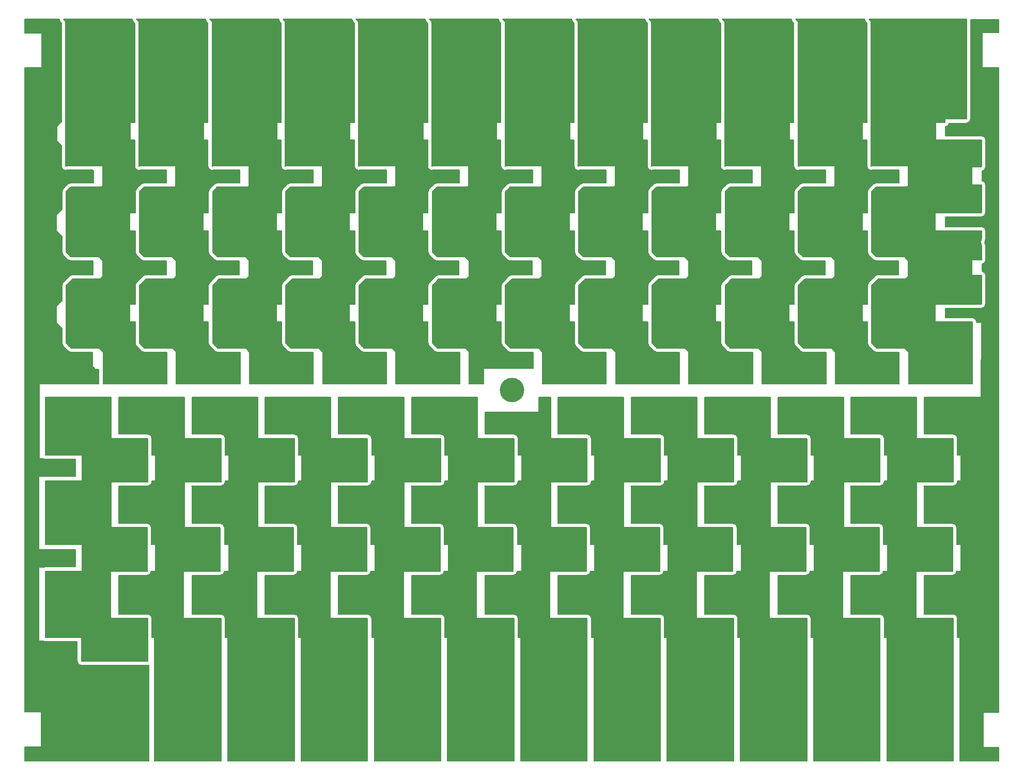
<source format=gbl>
G04 Layer_Physical_Order=2*
G04 Layer_Color=16711680*
%FSLAX24Y24*%
%MOIN*%
G70*
G01*
G75*
%ADD10C,0.0079*%
%ADD16C,0.1575*%
%ADD17C,0.0315*%
D10*
X28868Y39469D02*
G03*
X28593Y39744I-276J0D01*
G01*
X28868Y39469D02*
G03*
X28593Y39744I-276J0D01*
G01*
X28543Y42244D02*
G03*
X28819Y42520I0J276D01*
G01*
X28543Y42244D02*
G03*
X28819Y42520I0J276D01*
G01*
Y45325D02*
G03*
X28543Y45600I-276J0D01*
G01*
X28819Y45325D02*
G03*
X28543Y45600I-276J0D01*
G01*
X28593Y48012D02*
G03*
X28868Y48287I0J276D01*
G01*
X28593Y48012D02*
G03*
X28868Y48287I0J276D01*
G01*
Y51083D02*
G03*
X28593Y51358I-276J0D01*
G01*
X28868Y51083D02*
G03*
X28593Y51358I-276J0D01*
G01*
X33593Y39468D02*
G03*
X33317Y39744I-276J0D01*
G01*
X33593Y39468D02*
G03*
X33317Y39744I-276J0D01*
G01*
X33268Y42244D02*
G03*
X33543Y42520I0J276D01*
G01*
X33268Y42244D02*
G03*
X33543Y42520I0J276D01*
G01*
Y45325D02*
G03*
X33268Y45600I-276J0D01*
G01*
X33543Y45325D02*
G03*
X33268Y45600I-276J0D01*
G01*
X33317Y48012D02*
G03*
X33593Y48287I0J276D01*
G01*
X33317Y48012D02*
G03*
X33593Y48287I0J276D01*
G01*
Y51083D02*
G03*
X33317Y51358I-276J0D01*
G01*
X33593Y51083D02*
G03*
X33317Y51358I-276J0D01*
G01*
X38317Y39469D02*
G03*
X38041Y39744I-276J0D01*
G01*
X38317Y39469D02*
G03*
X38041Y39744I-276J0D01*
G01*
X37992Y42244D02*
G03*
X38268Y42520I0J276D01*
G01*
X37992Y42244D02*
G03*
X38268Y42520I0J276D01*
G01*
Y45325D02*
G03*
X37992Y45600I-276J0D01*
G01*
X38268Y45325D02*
G03*
X37992Y45600I-276J0D01*
G01*
X38041Y48012D02*
G03*
X38317Y48287I0J276D01*
G01*
X38041Y48012D02*
G03*
X38317Y48287I0J276D01*
G01*
Y51083D02*
G03*
X38041Y51358I-276J0D01*
G01*
X38317Y51083D02*
G03*
X38041Y51358I-276J0D01*
G01*
X43041Y39468D02*
G03*
X42766Y39744I-276J0D01*
G01*
X43041Y39468D02*
G03*
X42766Y39744I-276J0D01*
G01*
X42717Y42244D02*
G03*
X42992Y42520I0J276D01*
G01*
X42717Y42244D02*
G03*
X42992Y42520I0J276D01*
G01*
Y45325D02*
G03*
X42717Y45600I-276J0D01*
G01*
X42992Y45325D02*
G03*
X42717Y45600I-276J0D01*
G01*
X42766Y48012D02*
G03*
X43041Y48287I0J276D01*
G01*
X42766Y48012D02*
G03*
X43041Y48287I0J276D01*
G01*
Y51083D02*
G03*
X42766Y51358I-276J0D01*
G01*
X43041Y51083D02*
G03*
X42766Y51358I-276J0D01*
G01*
X47766Y39468D02*
G03*
X47490Y39744I-276J0D01*
G01*
X47766Y39468D02*
G03*
X47490Y39744I-276J0D01*
G01*
X47441Y42244D02*
G03*
X47717Y42520I0J276D01*
G01*
X47441Y42244D02*
G03*
X47717Y42520I0J276D01*
G01*
Y45325D02*
G03*
X47441Y45600I-276J0D01*
G01*
X47717Y45325D02*
G03*
X47441Y45600I-276J0D01*
G01*
X47490Y48012D02*
G03*
X47766Y48287I0J276D01*
G01*
X47490Y48012D02*
G03*
X47766Y48287I0J276D01*
G01*
Y51083D02*
G03*
X47490Y51358I-276J0D01*
G01*
X47766Y51083D02*
G03*
X47490Y51358I-276J0D01*
G01*
X52490Y39468D02*
G03*
X52215Y39744I-276J0D01*
G01*
X52490Y39468D02*
G03*
X52215Y39744I-276J0D01*
G01*
X52441Y45325D02*
G03*
X52165Y45600I-276J0D01*
G01*
Y42244D02*
G03*
X52441Y42520I0J276D01*
G01*
Y45325D02*
G03*
X52165Y45600I-276J0D01*
G01*
Y42244D02*
G03*
X52441Y42520I0J276D01*
G01*
X52215Y48012D02*
G03*
X52490Y48287I0J276D01*
G01*
X52215Y48012D02*
G03*
X52490Y48287I0J276D01*
G01*
Y51083D02*
G03*
X52215Y51358I-276J0D01*
G01*
X52490Y51083D02*
G03*
X52215Y51358I-276J0D01*
G01*
X57215Y39468D02*
G03*
X56939Y39744I-276J0D01*
G01*
X57215Y39468D02*
G03*
X56939Y39744I-276J0D01*
G01*
X56890Y42244D02*
G03*
X57165Y42520I0J276D01*
G01*
X56890Y42244D02*
G03*
X57165Y42520I0J276D01*
G01*
Y45325D02*
G03*
X56890Y45600I-276J0D01*
G01*
X57165Y45325D02*
G03*
X56890Y45600I-276J0D01*
G01*
X56939Y48012D02*
G03*
X57215Y48287I0J276D01*
G01*
X56939Y48012D02*
G03*
X57215Y48287I0J276D01*
G01*
Y51083D02*
G03*
X56939Y51358I-276J0D01*
G01*
X57215Y51083D02*
G03*
X56939Y51358I-276J0D01*
G01*
X61939Y39468D02*
G03*
X61663Y39744I-276J0D01*
G01*
X61939Y39468D02*
G03*
X61663Y39744I-276J0D01*
G01*
X61614Y42244D02*
G03*
X61890Y42520I0J276D01*
G01*
X61614Y42244D02*
G03*
X61890Y42520I0J276D01*
G01*
Y45325D02*
G03*
X61614Y45600I-276J0D01*
G01*
X61890Y45325D02*
G03*
X61614Y45600I-276J0D01*
G01*
X61663Y48012D02*
G03*
X61939Y48287I0J276D01*
G01*
X61663Y48012D02*
G03*
X61939Y48287I0J276D01*
G01*
Y51083D02*
G03*
X61663Y51358I-276J0D01*
G01*
X61939Y51083D02*
G03*
X61663Y51358I-276J0D01*
G01*
X66663Y39468D02*
G03*
X66388Y39744I-276J0D01*
G01*
X66663Y39468D02*
G03*
X66388Y39744I-276J0D01*
G01*
X66339Y42244D02*
G03*
X66614Y42520I0J276D01*
G01*
X66339Y42244D02*
G03*
X66614Y42520I0J276D01*
G01*
Y45325D02*
G03*
X66339Y45600I-276J0D01*
G01*
X66614Y45325D02*
G03*
X66339Y45600I-276J0D01*
G01*
X66388Y48012D02*
G03*
X66663Y48287I0J276D01*
G01*
X66388Y48012D02*
G03*
X66663Y48287I0J276D01*
G01*
Y51083D02*
G03*
X66388Y51358I-276J0D01*
G01*
X66663Y51083D02*
G03*
X66388Y51358I-276J0D01*
G01*
X71388Y39468D02*
G03*
X71112Y39744I-276J0D01*
G01*
X71388Y39468D02*
G03*
X71112Y39744I-276J0D01*
G01*
X71063Y42244D02*
G03*
X71339Y42520I0J276D01*
G01*
X71063Y42244D02*
G03*
X71339Y42520I0J276D01*
G01*
Y45325D02*
G03*
X71063Y45600I-276J0D01*
G01*
X71339Y45325D02*
G03*
X71063Y45600I-276J0D01*
G01*
X71112Y48012D02*
G03*
X71388Y48287I0J276D01*
G01*
X71112Y48012D02*
G03*
X71388Y48287I0J276D01*
G01*
Y51083D02*
G03*
X71112Y51358I-276J0D01*
G01*
X71388Y51083D02*
G03*
X71112Y51358I-276J0D01*
G01*
X76112Y39468D02*
G03*
X75837Y39744I-276J0D01*
G01*
X76112Y39468D02*
G03*
X75837Y39744I-276J0D01*
G01*
X75787Y42244D02*
G03*
X76063Y42520I0J276D01*
G01*
X75787Y42244D02*
G03*
X76063Y42520I0J276D01*
G01*
Y45325D02*
G03*
X75787Y45600I-276J0D01*
G01*
X76063Y45325D02*
G03*
X75787Y45600I-276J0D01*
G01*
X75837Y48012D02*
G03*
X76112Y48287I0J276D01*
G01*
X75837Y48012D02*
G03*
X76112Y48287I0J276D01*
G01*
Y51083D02*
G03*
X75837Y51358I-276J0D01*
G01*
X76112Y51083D02*
G03*
X75837Y51358I-276J0D01*
G01*
X80837Y39468D02*
G03*
X80561Y39744I-276J0D01*
G01*
X80837Y39468D02*
G03*
X80561Y39744I-276J0D01*
G01*
X80512Y42244D02*
G03*
X80787Y42520I0J276D01*
G01*
X80512Y42244D02*
G03*
X80787Y42520I0J276D01*
G01*
Y45325D02*
G03*
X80512Y45600I-276J0D01*
G01*
X80787Y45325D02*
G03*
X80512Y45600I-276J0D01*
G01*
X80561Y48012D02*
G03*
X80837Y48287I0J276D01*
G01*
Y51083D02*
G03*
X80561Y51358I-276J0D01*
G01*
Y48012D02*
G03*
X80837Y48287I0J276D01*
G01*
Y51083D02*
G03*
X80561Y51358I-276J0D01*
G01*
X82382Y63962D02*
G03*
X82382Y63518I325J-222D01*
G01*
X75020Y57225D02*
G03*
X75100Y57030I276J0D01*
G01*
X75020Y57225D02*
G03*
X75100Y57030I276J0D01*
G01*
Y61150D02*
G03*
X75020Y60955I195J-195D01*
G01*
X75100Y61150D02*
G03*
X75020Y60955I195J-195D01*
G01*
X75415Y56715D02*
G03*
X75610Y56634I195J195D01*
G01*
X75415Y56715D02*
G03*
X75610Y56634I195J195D01*
G01*
X75718Y61654D02*
G03*
X75524Y61573I0J-276D01*
G01*
X75718Y61654D02*
G03*
X75524Y61573I0J-276D01*
G01*
X75020Y63111D02*
G03*
X75100Y62916I276J0D01*
G01*
X75020Y63111D02*
G03*
X75100Y62916I276J0D01*
G01*
Y67193D02*
G03*
X75020Y66998I195J-195D01*
G01*
X75100Y67193D02*
G03*
X75020Y66998I195J-195D01*
G01*
X74833Y78130D02*
G03*
X74913Y77935I276J0D01*
G01*
X74833Y78130D02*
G03*
X74913Y77935I276J0D01*
G01*
X75591Y67569D02*
G03*
X75396Y67488I0J-276D01*
G01*
X75406Y62611D02*
G03*
X75600Y62530I195J195D01*
G01*
X75406Y62611D02*
G03*
X75600Y62530I195J195D01*
G01*
X75591Y67569D02*
G03*
X75396Y67488I0J-276D01*
G01*
X74990Y68652D02*
G03*
X75390Y68406I276J0D01*
G01*
X74990Y68652D02*
G03*
X75390Y68406I276J0D01*
G01*
X70295Y57225D02*
G03*
X70376Y57030I276J0D01*
G01*
X70295Y57225D02*
G03*
X70376Y57030I276J0D01*
G01*
Y61150D02*
G03*
X70295Y60955I195J-195D01*
G01*
X70376Y61150D02*
G03*
X70295Y60955I195J-195D01*
G01*
X70691Y56715D02*
G03*
X70886Y56634I195J195D01*
G01*
X70691Y56715D02*
G03*
X70886Y56634I195J195D01*
G01*
X70994Y61654D02*
G03*
X70799Y61573I0J-276D01*
G01*
X70994Y61654D02*
G03*
X70799Y61573I0J-276D01*
G01*
X70295Y63111D02*
G03*
X70376Y62916I276J0D01*
G01*
X70295Y63111D02*
G03*
X70376Y62916I276J0D01*
G01*
Y67193D02*
G03*
X70295Y66998I195J-195D01*
G01*
X70376Y67193D02*
G03*
X70295Y66998I195J-195D01*
G01*
X70108Y78130D02*
G03*
X70189Y77935I276J0D01*
G01*
X70108Y78130D02*
G03*
X70189Y77935I276J0D01*
G01*
X70866Y67569D02*
G03*
X70671Y67488I0J-276D01*
G01*
X70866Y67569D02*
G03*
X70671Y67488I0J-276D01*
G01*
X70681Y62611D02*
G03*
X70876Y62530I195J195D01*
G01*
X70681Y62611D02*
G03*
X70876Y62530I195J195D01*
G01*
X70266Y68652D02*
G03*
X70665Y68406I276J0D01*
G01*
X70266Y68652D02*
G03*
X70665Y68406I276J0D01*
G01*
X65571Y57225D02*
G03*
X65652Y57030I276J0D01*
G01*
X65571Y57225D02*
G03*
X65652Y57030I276J0D01*
G01*
Y61150D02*
G03*
X65571Y60955I195J-195D01*
G01*
X65652Y61150D02*
G03*
X65571Y60955I195J-195D01*
G01*
X65967Y56715D02*
G03*
X66161Y56634I195J195D01*
G01*
X65967Y56715D02*
G03*
X66161Y56634I195J195D01*
G01*
X66270Y61654D02*
G03*
X66075Y61573I0J-276D01*
G01*
X66270Y61654D02*
G03*
X66075Y61573I0J-276D01*
G01*
X65571Y63111D02*
G03*
X65652Y62916I276J0D01*
G01*
X65571Y63111D02*
G03*
X65652Y62916I276J0D01*
G01*
Y67193D02*
G03*
X65571Y66998I195J-195D01*
G01*
X65652Y67193D02*
G03*
X65571Y66998I195J-195D01*
G01*
X65384Y78130D02*
G03*
X65465Y77935I276J0D01*
G01*
X65384Y78130D02*
G03*
X65465Y77935I276J0D01*
G01*
X66142Y67569D02*
G03*
X65947Y67488I0J-276D01*
G01*
X65957Y62611D02*
G03*
X66152Y62530I195J195D01*
G01*
X65957Y62611D02*
G03*
X66152Y62530I195J195D01*
G01*
X66142Y67569D02*
G03*
X65947Y67488I0J-276D01*
G01*
X65541Y68652D02*
G03*
X65941Y68406I276J0D01*
G01*
X65541Y68652D02*
G03*
X65941Y68406I276J0D01*
G01*
X60846Y57225D02*
G03*
X60927Y57030I276J0D01*
G01*
X60846Y57225D02*
G03*
X60927Y57030I276J0D01*
G01*
Y61150D02*
G03*
X60846Y60955I195J-195D01*
G01*
X60927Y61150D02*
G03*
X60846Y60955I195J-195D01*
G01*
X61242Y56715D02*
G03*
X61437Y56634I195J195D01*
G01*
X61242Y56715D02*
G03*
X61437Y56634I195J195D01*
G01*
X61545Y61654D02*
G03*
X61350Y61573I0J-276D01*
G01*
X61545Y61654D02*
G03*
X61350Y61573I0J-276D01*
G01*
X60846Y63111D02*
G03*
X60927Y62916I276J0D01*
G01*
X60846Y63111D02*
G03*
X60927Y62916I276J0D01*
G01*
Y67193D02*
G03*
X60846Y66998I195J-195D01*
G01*
X60927Y67193D02*
G03*
X60846Y66998I195J-195D01*
G01*
X60659Y78130D02*
G03*
X60740Y77935I276J0D01*
G01*
X60659Y78130D02*
G03*
X60740Y77935I276J0D01*
G01*
X61417Y67569D02*
G03*
X61222Y67488I0J-276D01*
G01*
X61232Y62611D02*
G03*
X61427Y62530I195J195D01*
G01*
X61232Y62611D02*
G03*
X61427Y62530I195J195D01*
G01*
X61417Y67569D02*
G03*
X61222Y67488I0J-276D01*
G01*
X60817Y68652D02*
G03*
X61217Y68406I276J0D01*
G01*
X60817Y68652D02*
G03*
X61217Y68406I276J0D01*
G01*
X56122Y57225D02*
G03*
X56203Y57030I276J0D01*
G01*
X56122Y57225D02*
G03*
X56203Y57030I276J0D01*
G01*
Y61150D02*
G03*
X56122Y60955I195J-195D01*
G01*
X56203Y61150D02*
G03*
X56122Y60955I195J-195D01*
G01*
X56518Y56715D02*
G03*
X56713Y56634I195J195D01*
G01*
X56518Y56715D02*
G03*
X56713Y56634I195J195D01*
G01*
X56821Y61654D02*
G03*
X56626Y61573I0J-276D01*
G01*
X56821Y61654D02*
G03*
X56626Y61573I0J-276D01*
G01*
X56122Y63111D02*
G03*
X56203Y62916I276J0D01*
G01*
X56122Y63111D02*
G03*
X56203Y62916I276J0D01*
G01*
Y67193D02*
G03*
X56122Y66998I195J-195D01*
G01*
X56203Y67193D02*
G03*
X56122Y66998I195J-195D01*
G01*
X55935Y78130D02*
G03*
X56016Y77935I276J0D01*
G01*
X55935Y78130D02*
G03*
X56016Y77935I276J0D01*
G01*
X56693Y67569D02*
G03*
X56498Y67488I0J-276D01*
G01*
X56508Y62611D02*
G03*
X56703Y62530I195J195D01*
G01*
X56508Y62611D02*
G03*
X56703Y62530I195J195D01*
G01*
X56693Y67569D02*
G03*
X56498Y67488I0J-276D01*
G01*
X56093Y68652D02*
G03*
X56492Y68406I276J0D01*
G01*
X56093Y68652D02*
G03*
X56492Y68406I276J0D01*
G01*
X51398Y57225D02*
G03*
X51478Y57030I276J0D01*
G01*
X51398Y57225D02*
G03*
X51478Y57030I276J0D01*
G01*
Y61150D02*
G03*
X51398Y60955I195J-195D01*
G01*
X51478Y61150D02*
G03*
X51398Y60955I195J-195D01*
G01*
X51793Y56715D02*
G03*
X51988Y56634I195J195D01*
G01*
X51793Y56715D02*
G03*
X51988Y56634I195J195D01*
G01*
X52096Y61654D02*
G03*
X51902Y61573I0J-276D01*
G01*
X52096Y61654D02*
G03*
X51902Y61573I0J-276D01*
G01*
X51398Y63111D02*
G03*
X51478Y62916I276J0D01*
G01*
X51398Y63111D02*
G03*
X51478Y62916I276J0D01*
G01*
Y67193D02*
G03*
X51398Y66998I195J-195D01*
G01*
X51478Y67193D02*
G03*
X51398Y66998I195J-195D01*
G01*
X51211Y78130D02*
G03*
X51291Y77935I276J0D01*
G01*
X51211Y78130D02*
G03*
X51291Y77935I276J0D01*
G01*
X51968Y67569D02*
G03*
X51774Y67488I0J-276D01*
G01*
X51783Y62611D02*
G03*
X51978Y62530I195J195D01*
G01*
X51783Y62611D02*
G03*
X51978Y62530I195J195D01*
G01*
X51968Y67569D02*
G03*
X51774Y67488I0J-276D01*
G01*
X51368Y68652D02*
G03*
X51768Y68406I276J0D01*
G01*
X51368Y68652D02*
G03*
X51768Y68406I276J0D01*
G01*
X46673Y57225D02*
G03*
X46754Y57030I276J0D01*
G01*
X46673Y57225D02*
G03*
X46754Y57030I276J0D01*
G01*
Y61150D02*
G03*
X46673Y60955I195J-195D01*
G01*
X46754Y61150D02*
G03*
X46673Y60955I195J-195D01*
G01*
X47069Y56715D02*
G03*
X47264Y56634I195J195D01*
G01*
X47069Y56715D02*
G03*
X47264Y56634I195J195D01*
G01*
X47372Y61654D02*
G03*
X47177Y61573I0J-276D01*
G01*
X47372Y61654D02*
G03*
X47177Y61573I0J-276D01*
G01*
X46673Y63111D02*
G03*
X46754Y62916I276J0D01*
G01*
X46673Y63111D02*
G03*
X46754Y62916I276J0D01*
G01*
Y67193D02*
G03*
X46673Y66998I195J-195D01*
G01*
X46754Y67193D02*
G03*
X46673Y66998I195J-195D01*
G01*
X46486Y78130D02*
G03*
X46567Y77935I276J0D01*
G01*
X46486Y78130D02*
G03*
X46567Y77935I276J0D01*
G01*
X47244Y67569D02*
G03*
X47049Y67488I0J-276D01*
G01*
X47244Y67569D02*
G03*
X47049Y67488I0J-276D01*
G01*
X47059Y62611D02*
G03*
X47254Y62530I195J195D01*
G01*
X47059Y62611D02*
G03*
X47254Y62530I195J195D01*
G01*
X46644Y68652D02*
G03*
X47043Y68406I276J0D01*
G01*
X46644Y68652D02*
G03*
X47043Y68406I276J0D01*
G01*
X41949Y57225D02*
G03*
X42030Y57030I276J0D01*
G01*
X41949Y57225D02*
G03*
X42030Y57030I276J0D01*
G01*
Y61150D02*
G03*
X41949Y60955I195J-195D01*
G01*
X42030Y61150D02*
G03*
X41949Y60955I195J-195D01*
G01*
X42344Y56715D02*
G03*
X42539Y56634I195J195D01*
G01*
X42344Y56715D02*
G03*
X42539Y56634I195J195D01*
G01*
X42648Y61654D02*
G03*
X42453Y61573I0J-276D01*
G01*
X42648Y61654D02*
G03*
X42453Y61573I0J-276D01*
G01*
X41949Y63111D02*
G03*
X42030Y62916I276J0D01*
G01*
X41949Y63111D02*
G03*
X42030Y62916I276J0D01*
G01*
Y67193D02*
G03*
X41949Y66998I195J-195D01*
G01*
X42030Y67193D02*
G03*
X41949Y66998I195J-195D01*
G01*
X41762Y78130D02*
G03*
X41843Y77935I276J0D01*
G01*
X41762Y78130D02*
G03*
X41843Y77935I276J0D01*
G01*
X42335Y62611D02*
G03*
X42530Y62530I195J195D01*
G01*
X42520Y67569D02*
G03*
X42325Y67488I0J-276D01*
G01*
X42335Y62611D02*
G03*
X42530Y62530I195J195D01*
G01*
X42520Y67569D02*
G03*
X42325Y67488I0J-276D01*
G01*
X41919Y68652D02*
G03*
X42319Y68406I276J0D01*
G01*
X41919Y68652D02*
G03*
X42319Y68406I276J0D01*
G01*
X37224Y57225D02*
G03*
X37305Y57030I276J0D01*
G01*
X37224Y57225D02*
G03*
X37305Y57030I276J0D01*
G01*
Y61150D02*
G03*
X37224Y60955I195J-195D01*
G01*
X37305Y61150D02*
G03*
X37224Y60955I195J-195D01*
G01*
X37620Y56715D02*
G03*
X37815Y56634I195J195D01*
G01*
X37620Y56715D02*
G03*
X37815Y56634I195J195D01*
G01*
X37923Y61654D02*
G03*
X37728Y61573I0J-276D01*
G01*
X37923Y61654D02*
G03*
X37728Y61573I0J-276D01*
G01*
X37224Y63111D02*
G03*
X37305Y62916I276J0D01*
G01*
X37224Y63111D02*
G03*
X37305Y62916I276J0D01*
G01*
Y67193D02*
G03*
X37224Y66998I195J-195D01*
G01*
X37305Y67193D02*
G03*
X37224Y66998I195J-195D01*
G01*
X37037Y78130D02*
G03*
X37118Y77935I276J0D01*
G01*
X37037Y78130D02*
G03*
X37118Y77935I276J0D01*
G01*
X37795Y67569D02*
G03*
X37600Y67488I0J-276D01*
G01*
X37610Y62611D02*
G03*
X37805Y62530I195J195D01*
G01*
X37610Y62611D02*
G03*
X37805Y62530I195J195D01*
G01*
X37795Y67569D02*
G03*
X37600Y67488I0J-276D01*
G01*
X37195Y68652D02*
G03*
X37595Y68406I276J0D01*
G01*
X37195Y68652D02*
G03*
X37595Y68406I276J0D01*
G01*
X32500Y57225D02*
G03*
X32581Y57030I276J0D01*
G01*
X32500Y57225D02*
G03*
X32581Y57030I276J0D01*
G01*
Y61150D02*
G03*
X32500Y60955I195J-195D01*
G01*
X32581Y61150D02*
G03*
X32500Y60955I195J-195D01*
G01*
X32896Y56715D02*
G03*
X33091Y56634I195J195D01*
G01*
X32896Y56715D02*
G03*
X33091Y56634I195J195D01*
G01*
X33199Y61654D02*
G03*
X33004Y61573I0J-276D01*
G01*
X33199Y61654D02*
G03*
X33004Y61573I0J-276D01*
G01*
X32500Y63111D02*
G03*
X32581Y62916I276J0D01*
G01*
X32500Y63111D02*
G03*
X32581Y62916I276J0D01*
G01*
Y67193D02*
G03*
X32500Y66998I195J-195D01*
G01*
X32581Y67193D02*
G03*
X32500Y66998I195J-195D01*
G01*
X32313Y78130D02*
G03*
X32394Y77935I276J0D01*
G01*
X32313Y78130D02*
G03*
X32394Y77935I276J0D01*
G01*
X33071Y67569D02*
G03*
X32876Y67488I0J-276D01*
G01*
X32886Y62611D02*
G03*
X33081Y62530I195J195D01*
G01*
X32886Y62611D02*
G03*
X33081Y62530I195J195D01*
G01*
X33071Y67569D02*
G03*
X32876Y67488I0J-276D01*
G01*
X32470Y68652D02*
G03*
X32870Y68406I276J0D01*
G01*
X32470Y68652D02*
G03*
X32870Y68406I276J0D01*
G01*
X27776Y57225D02*
G03*
X27856Y57030I276J0D01*
G01*
X27776Y57225D02*
G03*
X27856Y57030I276J0D01*
G01*
Y61150D02*
G03*
X27776Y60955I195J-195D01*
G01*
X27856Y61150D02*
G03*
X27776Y60955I195J-195D01*
G01*
X28171Y56715D02*
G03*
X28366Y56634I195J195D01*
G01*
X28171Y56715D02*
G03*
X28366Y56634I195J195D01*
G01*
X28474Y61654D02*
G03*
X28280Y61573I0J-276D01*
G01*
X28474Y61654D02*
G03*
X28280Y61573I0J-276D01*
G01*
X27776Y63111D02*
G03*
X27856Y62916I276J0D01*
G01*
X27776Y63111D02*
G03*
X27856Y62916I276J0D01*
G01*
Y67193D02*
G03*
X27776Y66998I195J-195D01*
G01*
X27856Y67193D02*
G03*
X27776Y66998I195J-195D01*
G01*
X27589Y78130D02*
G03*
X27669Y77935I276J0D01*
G01*
X27589Y78130D02*
G03*
X27669Y77935I276J0D01*
G01*
X28161Y62611D02*
G03*
X28356Y62530I195J195D01*
G01*
X28346Y67569D02*
G03*
X28152Y67488I0J-276D01*
G01*
X28161Y62611D02*
G03*
X28356Y62530I195J195D01*
G01*
X28346Y67569D02*
G03*
X28152Y67488I0J-276D01*
G01*
X27746Y68652D02*
G03*
X28146Y68406I276J0D01*
G01*
X27746Y68652D02*
G03*
X28146Y68406I276J0D01*
G01*
X23051Y57225D02*
G03*
X23132Y57030I276J0D01*
G01*
X23051Y63111D02*
G03*
X23132Y62916I276J0D01*
G01*
X23051Y63111D02*
G03*
X23132Y62916I276J0D01*
G01*
Y61150D02*
G03*
X23051Y60955I195J-195D01*
G01*
Y57225D02*
G03*
X23132Y57030I276J0D01*
G01*
Y61150D02*
G03*
X23051Y60955I195J-195D01*
G01*
X23447Y56715D02*
G03*
X23642Y56634I195J195D01*
G01*
X23447Y56715D02*
G03*
X23642Y56634I195J195D01*
G01*
X23750Y61654D02*
G03*
X23555Y61573I0J-276D01*
G01*
X23750Y61654D02*
G03*
X23555Y61573I0J-276D01*
G01*
X23437Y62611D02*
G03*
X23632Y62530I195J195D01*
G01*
X23437Y62611D02*
G03*
X23632Y62530I195J195D01*
G01*
X22865Y78150D02*
G03*
X22945Y77935I275J-19D01*
G01*
X22865Y78150D02*
G03*
X22945Y77935I275J-19D01*
G01*
X23132Y67193D02*
G03*
X23051Y66998I195J-195D01*
G01*
X23132Y67193D02*
G03*
X23051Y66998I195J-195D01*
G01*
X23622Y67569D02*
G03*
X23427Y67488I0J-276D01*
G01*
X23622Y67569D02*
G03*
X23427Y67488I0J-276D01*
G01*
X23022Y68652D02*
G03*
X23421Y68406I276J0D01*
G01*
X23022Y68652D02*
G03*
X23421Y68406I276J0D01*
G01*
X21874Y37992D02*
G03*
X21998Y37963I124J246D01*
G01*
Y42795D02*
G03*
X21874Y42766I0J-276D01*
G01*
X21998Y42795D02*
G03*
X21874Y42766I0J-276D01*
G01*
X21856Y49764D02*
G03*
X21998Y49724I142J236D01*
G01*
X21874Y37992D02*
G03*
X21998Y37963I124J246D01*
G01*
X21856Y49764D02*
G03*
X21998Y49724I142J236D01*
G01*
X24035Y36703D02*
G03*
X24311Y36427I276J0D01*
G01*
X24035Y36703D02*
G03*
X24311Y36427I276J0D01*
G01*
X28593D02*
G03*
X28661Y36436I0J276D01*
G01*
X28593Y36427D02*
G03*
X28661Y36436I0J276D01*
G01*
X81986Y58797D02*
G03*
X81791Y58878I-195J-195D01*
G01*
X82067Y58602D02*
G03*
X81986Y58797I-276J0D01*
G01*
X82362Y59469D02*
G03*
X82567Y59560I0J276D01*
G01*
X82352Y65364D02*
G03*
X82547Y65445I0J276D01*
G01*
X82352Y65364D02*
G03*
X82547Y65445I0J276D01*
G01*
X80056Y71184D02*
G03*
X80292Y71417I-37J273D01*
G01*
X81407D02*
G03*
X81607Y71503I0J276D01*
G01*
X81607Y71503D02*
G03*
X81693Y71703I-190J200D01*
G01*
X82567Y59560D02*
G03*
X82657Y59764I-185J204D01*
G01*
Y61595D02*
G03*
X82419Y61868I-276J0D01*
G01*
X82657Y61595D02*
G03*
X82419Y61868I-276J0D01*
G01*
X82609Y63807D02*
G03*
X82609Y63673I97J-67D01*
G01*
X82419Y62326D02*
G03*
X82657Y62599I-37J273D01*
G01*
X82657Y63518D02*
G03*
X82609Y63673I-276J0D01*
G01*
X82657Y63518D02*
G03*
X82609Y63673I-276J0D01*
G01*
Y63807D02*
G03*
X82657Y63962I-227J156D01*
G01*
X82609Y63807D02*
G03*
X82657Y63962I-227J156D01*
G01*
Y64479D02*
G03*
X82382Y64754I-276J0D01*
G01*
X82657Y64479D02*
G03*
X82382Y64754I-276J0D01*
G01*
X82577Y65475D02*
G03*
X82657Y65669I-195J195D01*
G01*
X82577Y65475D02*
G03*
X82657Y65669I-195J195D01*
G01*
X82419Y68333D02*
G03*
X82567Y68418I-56J270D01*
G01*
X82657Y67441D02*
G03*
X82419Y67714I-276J0D01*
G01*
X82657Y67441D02*
G03*
X82419Y67714I-276J0D01*
G01*
X82657Y70335D02*
G03*
X82382Y70610I-276J0D01*
G01*
X82567Y68418D02*
G03*
X82657Y68622I-185J204D01*
G01*
Y70335D02*
G03*
X82382Y70610I-276J0D01*
G01*
X21998Y39508D02*
X26181D01*
X21998Y38238D02*
X24311D01*
X21998Y39567D02*
X26181D01*
X22028Y38238D02*
Y42520D01*
X21998Y39685D02*
X26181D01*
X21998Y39626D02*
X26181D01*
X21998Y40098D02*
X26181D01*
X21998Y39744D02*
X26181D01*
X21998Y39980D02*
X26181D01*
X21998Y40512D02*
X26181D01*
X21998Y40453D02*
X26181D01*
X21998Y40630D02*
X26181D01*
X21998Y40571D02*
X26181D01*
X21998Y40216D02*
X26181D01*
X21998Y40157D02*
X26181D01*
X21998Y40394D02*
X26181D01*
X21998Y40276D02*
X26181D01*
X21998Y40335D02*
X26181D01*
X22795Y38238D02*
Y42520D01*
X22854Y38238D02*
Y42520D01*
X22677Y38238D02*
Y42520D01*
X22736Y38238D02*
Y42520D01*
X23091Y38238D02*
Y42520D01*
X23386Y38238D02*
Y42520D01*
X22913Y38238D02*
Y42520D01*
X23031Y38238D02*
Y42520D01*
X22972Y38238D02*
Y42520D01*
X22264Y38238D02*
Y42520D01*
X22323Y38238D02*
Y42520D01*
X22146Y38238D02*
Y42520D01*
X22205Y38238D02*
Y42520D01*
X22559Y38238D02*
Y42520D01*
X22618Y38238D02*
Y42520D01*
X22382Y38238D02*
Y42520D01*
X22500Y38238D02*
Y42520D01*
X22441Y38238D02*
Y42520D01*
X21998Y38238D02*
Y42520D01*
X22087Y38238D02*
Y42520D01*
X21998Y44242D02*
Y48327D01*
X22028Y44242D02*
Y48327D01*
X21998Y44242D02*
X24360D01*
X21998Y42520D02*
X24360D01*
X22087Y44242D02*
Y48327D01*
X22205Y44242D02*
Y48327D01*
X22146Y44242D02*
Y48327D01*
X22382Y44242D02*
Y48327D01*
X22441Y44242D02*
Y48327D01*
X22264Y44242D02*
Y48327D01*
X22323Y44242D02*
Y48327D01*
X22677Y44242D02*
Y48327D01*
X22736Y44242D02*
Y48327D01*
X22500Y44242D02*
Y48327D01*
X22618Y44242D02*
Y48327D01*
X22559Y44242D02*
Y48327D01*
X23091Y44242D02*
Y48327D01*
X23150Y38238D02*
Y42520D01*
X22854Y44242D02*
Y48327D01*
X23031Y44242D02*
Y48327D01*
X23445Y38238D02*
Y42520D01*
X23504Y38238D02*
Y42520D01*
X23209Y38238D02*
Y42520D01*
X23327Y38238D02*
Y42520D01*
X23268Y38238D02*
Y42520D01*
X23150Y44242D02*
Y48327D01*
X23209Y44242D02*
Y48327D01*
X22795Y44242D02*
Y48327D01*
X22972Y44242D02*
Y48327D01*
X22913Y44242D02*
Y48327D01*
X23445Y44242D02*
Y48327D01*
X23504Y44242D02*
Y48327D01*
X23268Y44242D02*
Y48327D01*
X23386Y44242D02*
Y48327D01*
X23327Y44242D02*
Y48327D01*
X21998Y40039D02*
X26181D01*
X21998Y39921D02*
X26181D01*
X21998Y40748D02*
X26181D01*
X21998Y40689D02*
X26181D01*
X21998Y39390D02*
X28593D01*
X21998Y39331D02*
X28593D01*
X21998Y39862D02*
X26181D01*
X21998Y39449D02*
X28593D01*
X21998Y39803D02*
X26181D01*
X21998Y41161D02*
X26181D01*
X21998Y41102D02*
X26181D01*
X21998Y41279D02*
X26181D01*
X21998Y41220D02*
X26181D01*
X21998Y40866D02*
X26181D01*
X21998Y40807D02*
X26181D01*
X21998Y41043D02*
X26181D01*
X21998Y40925D02*
X26181D01*
X21998Y40984D02*
X26181D01*
X21998Y38622D02*
X28593D01*
X21998Y38563D02*
X28593D01*
X21998Y38740D02*
X28593D01*
X21998Y38681D02*
X28593D01*
X21998Y38327D02*
X28593D01*
X21998Y38268D02*
X28593D01*
X21998Y38504D02*
X28593D01*
X21998Y38386D02*
X28593D01*
X21998Y38445D02*
X28593D01*
X21998Y39153D02*
X28593D01*
X21998Y39094D02*
X28593D01*
X21998Y39272D02*
X28593D01*
X21998Y39213D02*
X28593D01*
X21998Y38858D02*
X28593D01*
X21998Y38799D02*
X28593D01*
X21998Y39035D02*
X28593D01*
X21998Y38917D02*
X28593D01*
X21998Y38976D02*
X28593D01*
X21998Y42520D02*
X26181D01*
X21998Y42461D02*
X26181D01*
X21998Y44350D02*
X28543D01*
X21998Y44291D02*
X28543D01*
X21998Y44468D02*
X28543D01*
X21998Y44409D02*
X28543D01*
X21998Y44646D02*
X28543D01*
X21998Y44527D02*
X28543D01*
X21998Y44587D02*
X28543D01*
X21998Y45059D02*
X28543D01*
X21998Y45000D02*
X28543D01*
X21998Y45177D02*
X28543D01*
X21998Y45118D02*
X28543D01*
X21998Y44764D02*
X28543D01*
X21998Y44705D02*
X28543D01*
X21998Y44941D02*
X28543D01*
X21998Y44823D02*
X28543D01*
X21998Y44882D02*
X28543D01*
X21998Y41693D02*
X26181D01*
X21998Y41634D02*
X26181D01*
X21998Y41811D02*
X26181D01*
X21998Y41752D02*
X26181D01*
X21998Y41398D02*
X26181D01*
X21998Y41339D02*
X26181D01*
X21998Y41575D02*
X26181D01*
X21998Y41457D02*
X26181D01*
X21998Y41516D02*
X26181D01*
X21998Y42224D02*
X26181D01*
X21998Y42165D02*
X26181D01*
X21998Y42401D02*
X26181D01*
X21998Y42283D02*
X26181D01*
X21998Y42342D02*
X26181D01*
X21998Y41929D02*
X26181D01*
X21998Y41870D02*
X26181D01*
X21998Y42106D02*
X26181D01*
X21998Y41988D02*
X26181D01*
X21998Y42047D02*
X26181D01*
X21998Y47539D02*
X26230D01*
X21998Y47480D02*
X26230D01*
X21998Y47657D02*
X26230D01*
X21998Y47598D02*
X26230D01*
X21998Y47244D02*
X26230D01*
X21998Y47185D02*
X26230D01*
X21998Y47421D02*
X26230D01*
X21998Y47303D02*
X26230D01*
X21998Y47362D02*
X26230D01*
X21998Y48071D02*
X26230D01*
X21998Y48012D02*
X26230D01*
X21998Y48189D02*
X26230D01*
X21998Y48130D02*
X26230D01*
X21998Y47776D02*
X26230D01*
X21998Y47716D02*
X26230D01*
X21998Y47953D02*
X26230D01*
X21998Y47835D02*
X26230D01*
X21998Y47894D02*
X26230D01*
X21998Y45709D02*
X26230D01*
X21998Y45650D02*
X26230D01*
X21998Y45827D02*
X26230D01*
X21998Y45768D02*
X26230D01*
X21998Y45413D02*
X26230D01*
X21998Y45354D02*
X26230D01*
X21998Y45590D02*
X26230D01*
X21998Y45472D02*
X26230D01*
X21998Y45531D02*
X26230D01*
X21998Y47008D02*
X26230D01*
X21998Y46713D02*
X26230D01*
X21998Y47126D02*
X26230D01*
X21998Y47067D02*
X26230D01*
X21998Y45945D02*
X26230D01*
X21998Y45886D02*
X26230D01*
X21998Y46122D02*
X26230D01*
X21998Y46004D02*
X26230D01*
X21998Y46063D02*
X26230D01*
X22087Y50000D02*
Y53740D01*
X22264Y50000D02*
Y53740D01*
X21998Y50000D02*
Y53740D01*
X22028Y50000D02*
Y53740D01*
X21998Y48327D02*
X24360D01*
X21998Y48248D02*
X26230D01*
X21998Y50000D02*
X24360D01*
X22382D02*
Y53740D01*
X22323Y50000D02*
Y53740D01*
X21998Y53504D02*
X26230D01*
X21998Y53445D02*
X26230D01*
X22146Y50000D02*
Y53740D01*
X22205Y50000D02*
Y53740D01*
X21998Y53622D02*
X26230D01*
X21998Y53563D02*
X26230D01*
X21998Y53740D02*
X26230D01*
X21998Y53681D02*
X26230D01*
X21998Y53740D02*
X26230D01*
X23150Y50000D02*
Y53740D01*
X23209Y50000D02*
Y53740D01*
X23031Y50000D02*
Y53740D01*
X23091Y50000D02*
Y53740D01*
X23445Y50000D02*
Y53740D01*
X23504Y50000D02*
Y53740D01*
X23268Y50000D02*
Y53740D01*
X23386Y50000D02*
Y53740D01*
X23327Y50000D02*
Y53740D01*
X22618Y50000D02*
Y53740D01*
X22677Y50000D02*
Y53740D01*
X22441Y50000D02*
Y53740D01*
X22559Y50000D02*
Y53740D01*
X22500Y50000D02*
Y53740D01*
X22913Y50000D02*
Y53740D01*
X22972Y50000D02*
Y53740D01*
X22736Y50000D02*
Y53740D01*
X22854Y50000D02*
Y53740D01*
X22795Y50000D02*
Y53740D01*
X21998Y50551D02*
X28593D01*
X21998Y50492D02*
X28593D01*
X21998Y50669D02*
X28593D01*
X21998Y50610D02*
X28593D01*
X21998Y50256D02*
X28593D01*
X21998Y50197D02*
X28593D01*
X21998Y50433D02*
X28593D01*
X21998Y50315D02*
X28593D01*
X21998Y50374D02*
X28593D01*
X21998Y51083D02*
X28593D01*
X21998Y51024D02*
X28593D01*
X21998Y51201D02*
X26230D01*
X21998Y51142D02*
X26230D01*
X21998Y50787D02*
X28593D01*
X21998Y50728D02*
X28593D01*
X21998Y50964D02*
X28593D01*
X21998Y50846D02*
X28593D01*
X21998Y50905D02*
X28593D01*
X21998Y46417D02*
X26230D01*
X21998Y46358D02*
X26230D01*
X21998Y46535D02*
X26230D01*
X21998Y46476D02*
X26230D01*
X21998Y45295D02*
X28543D01*
X21998Y45236D02*
X28543D01*
X21998Y46299D02*
X26230D01*
X21998Y46181D02*
X26230D01*
X21998Y46240D02*
X26230D01*
X21998Y46653D02*
X26230D01*
X21998Y46594D02*
X26230D01*
X21998Y46890D02*
X26230D01*
X21998Y46772D02*
X26230D01*
X21998Y46831D02*
X26230D01*
X21998Y48307D02*
X28593D01*
X21998Y46949D02*
X26230D01*
X21998Y50138D02*
X28593D01*
X21998Y50020D02*
X28593D01*
X21998Y50079D02*
X28593D01*
X21998Y52736D02*
X26230D01*
X21998Y52677D02*
X26230D01*
X21998Y52854D02*
X26230D01*
X21998Y52795D02*
X26230D01*
X21998Y52441D02*
X26230D01*
X21998Y52382D02*
X26230D01*
X21998Y52618D02*
X26230D01*
X21998Y52500D02*
X26230D01*
X21998Y52559D02*
X26230D01*
X21998Y53268D02*
X26230D01*
X21998Y53209D02*
X26230D01*
X21998Y53386D02*
X26230D01*
X21998Y53327D02*
X26230D01*
X21998Y52972D02*
X26230D01*
X21998Y52913D02*
X26230D01*
X21998Y53149D02*
X26230D01*
X21998Y53031D02*
X26230D01*
X21998Y53090D02*
X26230D01*
X21998Y51614D02*
X26230D01*
X21998Y51555D02*
X26230D01*
X21998Y51732D02*
X26230D01*
X21998Y51673D02*
X26230D01*
X21998Y51319D02*
X26230D01*
X21998Y51260D02*
X26230D01*
X21998Y51496D02*
X26230D01*
X21998Y51378D02*
X26230D01*
X21998Y51437D02*
X26230D01*
X21998Y52146D02*
X26230D01*
X21998Y52087D02*
X26230D01*
X21998Y52323D02*
X26230D01*
X21998Y52205D02*
X26230D01*
X21998Y52264D02*
X26230D01*
X21998Y51850D02*
X26230D01*
X21998Y51791D02*
X26230D01*
X21998Y52027D02*
X26230D01*
X21998Y51909D02*
X26230D01*
X21998Y51968D02*
X26230D01*
X23740Y38238D02*
Y42520D01*
X23799Y38238D02*
Y42520D01*
X23563Y38238D02*
Y42520D01*
X23622Y38238D02*
Y42520D01*
X24311Y36703D02*
Y38238D01*
X26220Y36703D02*
Y39469D01*
X23858Y38238D02*
Y42520D01*
X24331Y36703D02*
Y42520D01*
X23917Y38238D02*
Y42520D01*
X24035Y38238D02*
Y42520D01*
X24094Y38238D02*
Y42520D01*
X23681Y38238D02*
Y42520D01*
X23976Y38238D02*
Y42520D01*
X24153Y38238D02*
Y42520D01*
X24213Y38238D02*
Y42520D01*
X24272Y38238D02*
Y42520D01*
X26181Y39469D02*
Y42520D01*
X24360D02*
Y44242D01*
X26398Y36703D02*
Y39469D01*
X26457Y36703D02*
Y39469D01*
X26279Y36703D02*
Y39469D01*
X26339Y36703D02*
Y39469D01*
X26693Y36703D02*
Y39469D01*
X26752Y36703D02*
Y39469D01*
X26516Y36703D02*
Y39469D01*
X26634Y36703D02*
Y39469D01*
X26575Y36703D02*
Y39469D01*
X26811Y36703D02*
Y39469D01*
X26870Y36703D02*
Y39469D01*
X26693Y42520D02*
Y45325D01*
X26811Y42520D02*
Y45325D01*
X27106Y36703D02*
Y39469D01*
X27165Y36703D02*
Y39469D01*
X26929Y36703D02*
Y39469D01*
X27047Y36703D02*
Y39469D01*
X26988Y36703D02*
Y39469D01*
X25039Y36703D02*
Y53740D01*
X25098Y36703D02*
Y53740D01*
X24921Y36703D02*
Y53740D01*
X24980Y36703D02*
Y53740D01*
X25335Y36703D02*
Y53740D01*
X25394Y36703D02*
Y53740D01*
X25157Y36703D02*
Y53740D01*
X25276Y36703D02*
Y53740D01*
X25216Y36703D02*
Y53740D01*
X24508Y36703D02*
Y53740D01*
X24567Y36703D02*
Y53740D01*
X24390Y36703D02*
Y53740D01*
X24449Y36703D02*
Y53740D01*
X24803Y36703D02*
Y53740D01*
X24862Y36703D02*
Y53740D01*
X24626Y36703D02*
Y53740D01*
X24744Y36703D02*
Y53740D01*
X24685Y36703D02*
Y53740D01*
X25571Y36703D02*
Y53740D01*
X25630Y36703D02*
Y53740D01*
X25453Y36703D02*
Y53740D01*
X25512Y36703D02*
Y53740D01*
X25866Y36703D02*
Y53740D01*
X25925Y36703D02*
Y53740D01*
X25689Y36703D02*
Y53740D01*
X25807Y36703D02*
Y53740D01*
X25748Y36703D02*
Y53740D01*
X26161Y36703D02*
Y53740D01*
X26398Y42520D02*
Y45325D01*
X25984Y36703D02*
Y53740D01*
X26102Y36703D02*
Y53740D01*
X26043Y36703D02*
Y53740D01*
X26870Y42520D02*
Y45325D01*
X26929Y42520D02*
Y45325D01*
X26457Y42520D02*
Y45325D01*
X26752Y42520D02*
Y45325D01*
X26516Y42520D02*
Y45325D01*
X24311Y36732D02*
X28593D01*
X24311Y36703D02*
X28425D01*
X24311Y36850D02*
X28593D01*
X24311Y36791D02*
X28593D01*
X24311Y36968D02*
X28593D01*
X24311Y36909D02*
X28593D01*
X24311Y37146D02*
X28593D01*
X24311Y37027D02*
X28593D01*
X24311Y37087D02*
X28593D01*
X24311Y37559D02*
X28593D01*
X24311Y37500D02*
X28593D01*
X24311Y37677D02*
X28593D01*
X24311Y37618D02*
X28593D01*
X24311Y37264D02*
X28593D01*
X24311Y37205D02*
X28593D01*
X24311Y37441D02*
X28593D01*
X24311Y37323D02*
X28593D01*
X24311Y37382D02*
X28593D01*
X27815Y36703D02*
Y39469D01*
X27874Y36703D02*
Y39469D01*
X27697Y36703D02*
Y39469D01*
X27756Y36703D02*
Y39469D01*
X28425Y36703D02*
X28593D01*
Y39222D01*
X27933Y36703D02*
Y39469D01*
X28110Y36703D02*
Y39469D01*
X27992Y36703D02*
Y39469D01*
X24311Y37795D02*
X28593D01*
X24311Y37736D02*
X28593D01*
X24311Y37854D02*
X28593D01*
X28051Y36703D02*
Y39469D01*
X24311Y37913D02*
X28593D01*
X24311Y38031D02*
X28593D01*
X24311Y37972D02*
X28593D01*
X24311Y38209D02*
X28593D01*
X24311Y38090D02*
X28593D01*
X24311Y38150D02*
X28593D01*
X27342Y36703D02*
Y39469D01*
X27402Y36703D02*
Y39469D01*
X27224Y36703D02*
Y39469D01*
X27283Y36703D02*
Y39469D01*
X26181D02*
X28593D01*
X27638Y36703D02*
Y39469D01*
X27461Y36703D02*
Y39469D01*
X27579Y36703D02*
Y39469D01*
X27520Y36703D02*
Y39469D01*
X27461Y42520D02*
Y45325D01*
X27520Y42520D02*
Y45325D01*
X27283Y42520D02*
Y45325D01*
X27402Y42520D02*
Y45325D01*
X27874Y42520D02*
Y45325D01*
X27933Y42520D02*
Y45325D01*
X27579Y42520D02*
Y45325D01*
X27756Y42520D02*
Y45325D01*
X27638Y42520D02*
Y45325D01*
X28287Y36703D02*
Y39469D01*
X28346Y36703D02*
Y39469D01*
X28169Y36703D02*
Y39469D01*
X28228Y36703D02*
Y39469D01*
X28583Y36703D02*
Y39469D01*
X28593Y39222D02*
Y39469D01*
X28405Y36703D02*
Y39469D01*
X28524Y36703D02*
Y39469D01*
X28465Y36703D02*
Y39469D01*
X28228Y42520D02*
Y45325D01*
X28287Y42520D02*
Y45325D01*
X28051Y42520D02*
Y45325D01*
X28169Y42520D02*
Y45325D01*
X28110Y42520D02*
Y45325D01*
X28524Y42520D02*
Y45325D01*
X28543Y42520D02*
Y45325D01*
X28346Y42520D02*
Y45325D01*
X28465Y42520D02*
Y45325D01*
X28405Y42520D02*
Y45325D01*
X23681Y44242D02*
Y48327D01*
X23740Y44242D02*
Y48327D01*
X23563Y44242D02*
Y48327D01*
X23622Y44242D02*
Y48327D01*
X23976Y44242D02*
Y48327D01*
X26279Y42520D02*
Y45325D01*
X23799Y44242D02*
Y48327D01*
X23917Y44242D02*
Y48327D01*
X23858Y44242D02*
Y48327D01*
X24153Y44242D02*
Y48327D01*
X24213Y44242D02*
Y48327D01*
X24035Y44242D02*
Y48327D01*
X24094Y44242D02*
Y48327D01*
X24331Y44242D02*
Y48327D01*
X26230Y45325D02*
Y48287D01*
X24272Y44242D02*
Y48327D01*
X26279Y48287D02*
Y51083D01*
X24360Y48327D02*
Y50000D01*
X26634Y42520D02*
Y45325D01*
X26988Y42520D02*
Y45325D01*
X26339Y42520D02*
Y45325D01*
X26575Y42520D02*
Y45325D01*
X27697Y42520D02*
Y45325D01*
X27815Y42520D02*
Y45325D01*
X27047Y42520D02*
Y45325D01*
X27165Y42520D02*
Y45325D01*
X27106Y42520D02*
Y45325D01*
X26457Y48287D02*
Y51083D01*
X26516Y48287D02*
Y51083D01*
X26339Y48287D02*
Y51083D01*
X26398Y48287D02*
Y51083D01*
X27224Y42520D02*
Y45325D01*
X27342Y42520D02*
Y45325D01*
X26575Y48287D02*
Y51083D01*
X27815Y48287D02*
Y51083D01*
X27579Y48287D02*
Y51083D01*
X23740Y50000D02*
Y53740D01*
X23799Y50000D02*
Y53740D01*
X23563Y50000D02*
Y53740D01*
X23622Y50000D02*
Y53740D01*
X26634Y48287D02*
Y51083D01*
X26693Y48287D02*
Y51083D01*
X23858Y50000D02*
Y53740D01*
X26220Y42520D02*
Y53740D01*
X23917Y50000D02*
Y53740D01*
X24035Y50000D02*
Y53740D01*
X24094Y50000D02*
Y53740D01*
X23681Y50000D02*
Y53740D01*
X23976Y50000D02*
Y53740D01*
X24331Y50000D02*
Y53740D01*
X26230Y51083D02*
Y53740D01*
X24153Y50000D02*
Y53740D01*
X24272Y50000D02*
Y53740D01*
X24213Y50000D02*
Y53740D01*
X27461Y48287D02*
Y51083D01*
X27520Y48287D02*
Y51083D01*
X27342Y48287D02*
Y51083D01*
X27402Y48287D02*
Y51083D01*
X27874Y48287D02*
Y51083D01*
X27933Y48287D02*
Y51083D01*
X27638Y48287D02*
Y51083D01*
X27756Y48287D02*
Y51083D01*
X27697Y48287D02*
Y51083D01*
X26929Y48287D02*
Y51083D01*
X26988Y48287D02*
Y51083D01*
X26752Y48287D02*
Y51083D01*
X26870Y48287D02*
Y51083D01*
X26811Y48287D02*
Y51083D01*
X27224Y48287D02*
Y51083D01*
X27283Y48287D02*
Y51083D01*
X27047Y48287D02*
Y51083D01*
X27165Y48287D02*
Y51083D01*
X27106Y48287D02*
Y51083D01*
X24360Y42933D02*
X28543D01*
X24360Y42874D02*
X28543D01*
X24360Y43051D02*
X28543D01*
X24360Y42992D02*
X28543D01*
X24360Y42638D02*
X28543D01*
X24360Y42579D02*
X28543D01*
X24360Y42815D02*
X28543D01*
X24360Y42697D02*
X28543D01*
X24360Y42756D02*
X28543D01*
X24360Y43464D02*
X28543D01*
X24360Y43405D02*
X28543D01*
X24360Y43583D02*
X28543D01*
X24360Y43524D02*
X28543D01*
X24360Y43169D02*
X28543D01*
X24360Y43110D02*
X28543D01*
X24360Y43346D02*
X28543D01*
X24360Y43228D02*
X28543D01*
X24360Y43287D02*
X28543D01*
X24360Y43642D02*
X28543D01*
X26181Y42520D02*
X28543D01*
X24360Y43701D02*
X28543D01*
X27992Y42520D02*
Y45325D01*
X24360Y43819D02*
X28543D01*
X24360Y43760D02*
X28543D01*
X24360Y43996D02*
X28543D01*
X24360Y43878D02*
X28543D01*
X24360Y43937D02*
X28543D01*
X24360Y44114D02*
X28543D01*
X24360Y44055D02*
X28543D01*
X24360Y44173D02*
X28543D01*
X24360Y44232D02*
X28543D01*
X26230Y45325D02*
X28543D01*
X24360Y48366D02*
X28593D01*
X26230Y48287D02*
X28593D01*
X24360Y48543D02*
X28593D01*
X24360Y48425D02*
X28593D01*
X24360Y48484D02*
X28593D01*
X24360Y48957D02*
X28593D01*
X24360Y48898D02*
X28593D01*
X24360Y49075D02*
X28593D01*
X24360Y49016D02*
X28593D01*
X24360Y48661D02*
X28593D01*
X24360Y48602D02*
X28593D01*
X24360Y48838D02*
X28593D01*
X24360Y48720D02*
X28593D01*
X24360Y48779D02*
X28593D01*
X24360Y49488D02*
X28593D01*
X24360Y49429D02*
X28593D01*
X24360Y49606D02*
X28593D01*
X24360Y49547D02*
X28593D01*
X24360Y49193D02*
X28593D01*
X24360Y49134D02*
X28593D01*
X24360Y49370D02*
X28593D01*
X24360Y49252D02*
X28593D01*
X24360Y49311D02*
X28593D01*
X28110Y48287D02*
Y51083D01*
X28169Y48287D02*
Y51083D01*
X27992Y48287D02*
Y51083D01*
X28051Y48287D02*
Y51083D01*
X28583Y48287D02*
Y51083D01*
X28593Y48287D02*
Y51083D01*
X28228Y48287D02*
Y51083D01*
X28524Y48287D02*
Y51083D01*
X28287Y48287D02*
Y51083D01*
X24360Y49724D02*
X28593D01*
X24360Y49665D02*
X28593D01*
X28346Y48287D02*
Y51083D01*
X28465Y48287D02*
Y51083D01*
X28405Y48287D02*
Y51083D01*
X24360Y49842D02*
X28593D01*
X24360Y49783D02*
X28593D01*
X24360Y49901D02*
X28593D01*
X24360Y49961D02*
X28593D01*
X26230Y51083D02*
X28593D01*
X26870Y39744D02*
Y42244D01*
X26929Y39744D02*
Y42244D01*
X26722Y39744D02*
Y42244D01*
X26811Y39744D02*
Y42244D01*
X26752Y39744D02*
Y42244D01*
X26722Y39744D02*
X28593D01*
X27579D02*
Y42244D01*
X27520Y39744D02*
Y42244D01*
X26988Y39744D02*
Y42244D01*
X27461Y39744D02*
Y42244D01*
X27402Y39744D02*
Y42244D01*
X26722Y39862D02*
X30906D01*
X26722Y39803D02*
X30906D01*
X27047Y39744D02*
Y42244D01*
X27342Y39744D02*
Y42244D01*
X27283Y39744D02*
Y42244D01*
X26722Y40039D02*
X30906D01*
X26722Y39921D02*
X30906D01*
X26722Y39980D02*
X30906D01*
X26722Y40216D02*
X30906D01*
X26722Y40098D02*
X30906D01*
X26722Y40157D02*
X30906D01*
X28868Y39222D02*
Y39469D01*
Y38238D02*
Y39222D01*
X27815Y39744D02*
Y42244D01*
X28865Y39508D02*
X30906D01*
X29035Y30276D02*
Y38238D01*
X28868D02*
X29035D01*
X28599Y39744D02*
X30906D01*
X28850Y39567D02*
X30906D01*
X28819Y39626D02*
X30906D01*
X27874Y39744D02*
Y42244D01*
X27933Y39744D02*
Y42244D01*
X27638Y39744D02*
Y42244D01*
X27756Y39744D02*
Y42244D01*
X27697Y39744D02*
Y42244D01*
X28169Y39744D02*
Y42244D01*
X28287Y39744D02*
Y42244D01*
X28228Y39744D02*
Y42244D01*
X27992Y39744D02*
Y42244D01*
X28110Y39744D02*
Y42244D01*
X28051Y39744D02*
Y42244D01*
X27106Y39744D02*
Y42244D01*
X27165Y39744D02*
Y42244D01*
X26752Y45600D02*
Y48012D01*
X26988Y45600D02*
Y48012D01*
X26929Y45600D02*
Y48012D01*
X26722Y42244D02*
X28543D01*
X28524Y39744D02*
Y42244D01*
X28465Y39744D02*
Y42244D01*
X27224Y39744D02*
Y42244D01*
X28405Y39744D02*
Y42244D01*
X28346Y39744D02*
Y42244D01*
X27224Y45600D02*
Y48012D01*
X27283Y45600D02*
Y48012D01*
X26811Y45600D02*
Y48012D01*
X27165Y45600D02*
Y48012D01*
X26870Y45600D02*
Y48012D01*
X26722Y45600D02*
X28543D01*
X27579D02*
Y48012D01*
X27520Y45600D02*
Y48012D01*
X27342Y45600D02*
Y48012D01*
X27461Y45600D02*
Y48012D01*
X27402Y45600D02*
Y48012D01*
X28583Y39744D02*
Y42247D01*
X28642Y39740D02*
Y42262D01*
X28701Y39722D02*
Y42293D01*
X28819Y39626D02*
Y42514D01*
X28760Y39688D02*
Y42349D01*
X28819Y42520D02*
X29085D01*
X28996Y38238D02*
Y42520D01*
X28937Y38238D02*
Y42520D01*
X28878Y38238D02*
Y42520D01*
X28583Y45598D02*
Y48012D01*
X28819Y44242D02*
Y45325D01*
X28642Y45582D02*
Y48016D01*
X28701Y45551D02*
Y48034D01*
X28819Y45330D02*
Y48130D01*
X28760Y45495D02*
Y48068D01*
X28819Y44242D02*
X29085D01*
X28878D02*
Y48327D01*
X28996Y44242D02*
Y48327D01*
X28937Y44242D02*
Y48327D01*
X26722Y40335D02*
X30906D01*
X26722Y40276D02*
X30906D01*
X26722Y40512D02*
X30906D01*
X26722Y40394D02*
X30906D01*
X26722Y40453D02*
X30906D01*
X28868Y39331D02*
X33317D01*
X28868Y39213D02*
X33317D01*
X28868Y39272D02*
X33317D01*
X28763Y39685D02*
X30906D01*
X28868Y39390D02*
X33317D01*
X28868Y39449D02*
X33317D01*
X26722Y40984D02*
X30906D01*
X26722Y40925D02*
X30906D01*
X26722Y41161D02*
X30906D01*
X26722Y41043D02*
X30906D01*
X26722Y41102D02*
X30906D01*
X26722Y40689D02*
X30906D01*
X26722Y40571D02*
X30906D01*
X26722Y40630D02*
X30906D01*
X26722Y40866D02*
X30906D01*
X26722Y40748D02*
X30906D01*
X26722Y40807D02*
X30906D01*
X28868Y38327D02*
X33317D01*
X28868Y38268D02*
X33317D01*
X28868Y38504D02*
X33317D01*
X28868Y38386D02*
X33317D01*
X28868Y38445D02*
X33317D01*
X29035Y31417D02*
X33317D01*
X29035Y30472D02*
X33317D01*
X29035Y31299D02*
X33317D01*
X29035Y31713D02*
X33317D01*
X29035Y31594D02*
X33317D01*
X29035Y31653D02*
X33317D01*
X28868Y38976D02*
X33317D01*
X28868Y38917D02*
X33317D01*
X28868Y39153D02*
X33317D01*
X28868Y39035D02*
X33317D01*
X28868Y39094D02*
X33317D01*
X28868Y38681D02*
X33317D01*
X28868Y38563D02*
X33317D01*
X28868Y38622D02*
X33317D01*
X28868Y38858D02*
X33317D01*
X28868Y38740D02*
X33317D01*
X28868Y38799D02*
X33317D01*
X26722Y41634D02*
X30906D01*
X26722Y41575D02*
X30906D01*
X26722Y41811D02*
X30906D01*
X26722Y41693D02*
X30906D01*
X26722Y41752D02*
X30906D01*
X26722Y41339D02*
X30906D01*
X26722Y41220D02*
X30906D01*
X26722Y41279D02*
X30906D01*
X26722Y41516D02*
X30906D01*
X26722Y41398D02*
X30906D01*
X26722Y41457D02*
X30906D01*
X26722Y41929D02*
X30906D01*
X26722Y41870D02*
X30906D01*
X26722Y42106D02*
X30906D01*
X26722Y41988D02*
X30906D01*
X26722Y42047D02*
X30906D01*
X26722Y42165D02*
X30906D01*
X26722Y42224D02*
X30906D01*
X28685Y42283D02*
X30906D01*
X28617Y45590D02*
X30955D01*
X28754Y42342D02*
X30906D01*
X28726Y45531D02*
X30955D01*
X28792Y42401D02*
X30906D01*
X28812Y42461D02*
X30906D01*
X28819Y44409D02*
X33268D01*
X28819Y44291D02*
X33268D01*
X28819Y44350D02*
X33268D01*
X28819Y44587D02*
X33268D01*
X28819Y44468D02*
X33268D01*
X28819Y44527D02*
X33268D01*
X28819Y44764D02*
X33268D01*
X28819Y44646D02*
X33268D01*
X28819Y44705D02*
X33268D01*
X28819Y45295D02*
X33268D01*
X28819Y45177D02*
X33268D01*
X28819Y45236D02*
X33268D01*
X28776Y45472D02*
X30955D01*
X28817Y45354D02*
X30955D01*
X28804Y45413D02*
X30955D01*
X28819Y44941D02*
X33268D01*
X28819Y44823D02*
X33268D01*
X28819Y44882D02*
X33268D01*
X28819Y45118D02*
X33268D01*
X28819Y45000D02*
X33268D01*
X28819Y45059D02*
X33268D01*
X26722Y45709D02*
X30955D01*
X26722Y45650D02*
X30955D01*
X26722Y45768D02*
X30955D01*
X27047Y45600D02*
Y48012D01*
X26722Y45600D02*
Y48012D01*
Y45945D02*
X30955D01*
X26722Y45827D02*
X30955D01*
X26722Y45886D02*
X30955D01*
X26722Y46122D02*
X30955D01*
X26722Y46004D02*
X30955D01*
X26722Y46063D02*
X30955D01*
X26722Y47894D02*
X30955D01*
X26722Y47835D02*
X30955D01*
X26722Y48012D02*
X28593D01*
X26722Y47953D02*
X30955D01*
X26722Y48012D02*
X30955D01*
X26722Y46299D02*
X30955D01*
X26722Y46181D02*
X30955D01*
X26722Y46240D02*
X30955D01*
X26722Y47776D02*
X30955D01*
X26722Y47303D02*
X30955D01*
X26722Y47362D02*
X30955D01*
X27756Y45600D02*
Y48012D01*
X27815Y45600D02*
Y48012D01*
X27106Y45600D02*
Y48012D01*
X27697Y45600D02*
Y48012D01*
X27638Y45600D02*
Y48012D01*
X28051Y45600D02*
Y48012D01*
X28169Y45600D02*
Y48012D01*
X28110Y45600D02*
Y48012D01*
X27874Y45600D02*
Y48012D01*
X27992Y45600D02*
Y48012D01*
X27933Y45600D02*
Y48012D01*
X28405Y45600D02*
Y48012D01*
X28465Y45600D02*
Y48012D01*
X28228Y45600D02*
Y48012D01*
X28346Y45600D02*
Y48012D01*
X28287Y45600D02*
Y48012D01*
X28524Y45600D02*
Y48012D01*
X28850Y48189D02*
X30955D01*
X28868Y48287D02*
Y48327D01*
X29085D01*
X27461Y51358D02*
Y53740D01*
X27520Y51358D02*
Y53740D01*
X27283Y51358D02*
Y53740D01*
X27402Y51358D02*
Y53740D01*
X27342Y51358D02*
Y53740D01*
X27756Y51358D02*
Y53740D01*
X27874Y51358D02*
Y53740D01*
X27815Y51358D02*
Y53740D01*
X27579Y51358D02*
Y53740D01*
X27697Y51358D02*
Y53740D01*
X27638Y51358D02*
Y53740D01*
X26870Y51358D02*
Y53740D01*
X26929Y51358D02*
Y53740D01*
X26722Y51358D02*
Y53740D01*
X26811Y51358D02*
Y53740D01*
X26752Y51358D02*
Y53740D01*
X26722Y51358D02*
X28593D01*
X27224D02*
Y53740D01*
X27165Y51358D02*
Y53740D01*
X26988Y51358D02*
Y53740D01*
X27106Y51358D02*
Y53740D01*
X27047Y51358D02*
Y53740D01*
X28819Y51240D02*
Y53740D01*
X28868Y50000D02*
Y51083D01*
X28642Y51354D02*
Y53740D01*
X28760Y51302D02*
Y53740D01*
X28701Y51336D02*
Y53740D01*
X28868Y50000D02*
X29085D01*
X28878D02*
Y53740D01*
X28996Y50000D02*
Y53740D01*
X28937Y50000D02*
Y53740D01*
X28110Y51358D02*
Y53740D01*
X28228Y51358D02*
Y53740D01*
X28169Y51358D02*
Y53740D01*
X27933Y51358D02*
Y53740D01*
X28051Y51358D02*
Y53740D01*
X27992Y51358D02*
Y53740D01*
X28465Y51358D02*
Y53740D01*
X28583Y51358D02*
Y53740D01*
X28524Y51358D02*
Y53740D01*
X28287Y51358D02*
Y53740D01*
X28405Y51358D02*
Y53740D01*
X28346Y51358D02*
Y53740D01*
X26722Y46772D02*
X30955D01*
X26722Y46713D02*
X30955D01*
X26722Y46949D02*
X30955D01*
X26722Y46831D02*
X30955D01*
X26722Y46890D02*
X30955D01*
X26722Y46476D02*
X30955D01*
X26722Y46358D02*
X30955D01*
X26722Y46417D02*
X30955D01*
X26722Y46653D02*
X30955D01*
X26722Y46535D02*
X30955D01*
X26722Y46594D02*
X30955D01*
X26722Y47539D02*
X30955D01*
X26722Y47480D02*
X30955D01*
X26722Y47716D02*
X30955D01*
X26722Y47598D02*
X30955D01*
X26722Y47657D02*
X30955D01*
X26722Y47126D02*
X30955D01*
X26722Y47008D02*
X30955D01*
X26722Y47067D02*
X30955D01*
X26722Y47421D02*
X30955D01*
X26722Y47185D02*
X30955D01*
X26722Y47244D02*
X30955D01*
X28763Y48071D02*
X30955D01*
X28819Y48130D02*
X30955D01*
X28865Y48248D02*
X30955D01*
X28868Y48307D02*
X33317D01*
X28868Y50020D02*
X33317D01*
X28868Y50197D02*
X33317D01*
X28868Y50079D02*
X33317D01*
X28868Y50138D02*
X33317D01*
X28868Y50374D02*
X33317D01*
X28868Y50256D02*
X33317D01*
X28868Y50315D02*
X33317D01*
X28868Y50905D02*
X33317D01*
X28868Y50787D02*
X33317D01*
X28868Y50846D02*
X33317D01*
X28868Y51083D02*
X30955D01*
X28868Y50964D02*
X33317D01*
X28868Y51024D02*
X33317D01*
X28868Y50551D02*
X33317D01*
X28868Y50433D02*
X33317D01*
X28868Y50492D02*
X33317D01*
X28868Y50728D02*
X33317D01*
X28868Y50610D02*
X33317D01*
X28868Y50669D02*
X33317D01*
X26722Y52913D02*
X30955D01*
X26722Y52854D02*
X30955D01*
X26722Y53090D02*
X30955D01*
X26722Y52972D02*
X30955D01*
X26722Y53031D02*
X30955D01*
X26722Y52618D02*
X30955D01*
X26722Y52500D02*
X30955D01*
X26722Y52559D02*
X30955D01*
X26722Y52795D02*
X30955D01*
X26722Y52677D02*
X30955D01*
X26722Y52736D02*
X30955D01*
X26722Y53563D02*
X30955D01*
X26722Y53504D02*
X30955D01*
X26722Y53740D02*
X30955D01*
X26722Y53622D02*
X30955D01*
X26722Y53681D02*
X30955D01*
X26722Y53268D02*
X30955D01*
X26722Y53149D02*
X30955D01*
X26722Y53209D02*
X30955D01*
X26722Y53445D02*
X30955D01*
X26722Y53327D02*
X30955D01*
X26722Y53386D02*
X30955D01*
X26722Y51555D02*
X30955D01*
X26722Y51496D02*
X30955D01*
X26722Y51732D02*
X30955D01*
X26722Y51614D02*
X30955D01*
X26722Y51673D02*
X30955D01*
X28804Y51260D02*
X30955D01*
X28862Y51142D02*
X30955D01*
X28842Y51201D02*
X30955D01*
X26722Y51437D02*
X30955D01*
X28735Y51319D02*
X30955D01*
X26722Y51378D02*
X30955D01*
X26722Y52264D02*
X30955D01*
X26722Y52146D02*
X30955D01*
X26722Y52205D02*
X30955D01*
X26722Y52441D02*
X30955D01*
X26722Y52323D02*
X30955D01*
X26722Y52382D02*
X30955D01*
X26722Y51909D02*
X30955D01*
X26722Y51791D02*
X30955D01*
X26722Y51850D02*
X30955D01*
X26722Y52087D02*
X30955D01*
X26722Y51968D02*
X30955D01*
X26722Y52027D02*
X30955D01*
X31122Y30276D02*
Y39468D01*
X31181Y30276D02*
Y39468D01*
X30945Y30276D02*
Y39468D01*
X31063Y30276D02*
Y39468D01*
X31004Y30276D02*
Y39468D01*
X29035Y30354D02*
X33317D01*
X29035Y30276D02*
X33317D01*
X29035Y30295D02*
X33317D01*
X29035Y30413D02*
X33317D01*
X31299Y30276D02*
Y39468D01*
X31240Y30276D02*
Y39468D01*
X29035Y30945D02*
X33317D01*
X29035Y30886D02*
X33317D01*
X29035Y31122D02*
X33317D01*
X29035Y31004D02*
X33317D01*
X29035Y31063D02*
X33317D01*
X29035Y30650D02*
X33317D01*
X29035Y30531D02*
X33317D01*
X29035Y30590D02*
X33317D01*
X29035Y30827D02*
X33317D01*
X29035Y30709D02*
X33317D01*
X29035Y30768D02*
X33317D01*
X32776Y30276D02*
Y39468D01*
X32835Y30276D02*
Y39468D01*
X32008Y30276D02*
Y39468D01*
X32126Y30276D02*
Y39468D01*
X32067Y30276D02*
Y39468D01*
X33248Y30276D02*
Y39468D01*
X33317Y30276D02*
Y36703D01*
X33307Y30276D02*
Y39468D01*
X32894Y30276D02*
Y39468D01*
X33012Y30276D02*
Y39468D01*
X32953Y30276D02*
Y39468D01*
X31535Y30276D02*
Y39468D01*
X31594Y30276D02*
Y39468D01*
X31358Y30276D02*
Y39468D01*
X31476Y30276D02*
Y39468D01*
X31417Y30276D02*
Y39468D01*
X31831Y30276D02*
Y39468D01*
X31949Y30276D02*
Y39468D01*
X31890Y30276D02*
Y39468D01*
X31653Y30276D02*
Y39468D01*
X31772Y30276D02*
Y39468D01*
X31713Y30276D02*
Y39468D01*
X29882Y30276D02*
Y53740D01*
X29941Y30276D02*
Y53740D01*
X29705Y30276D02*
Y53740D01*
X29823Y30276D02*
Y53740D01*
X29764Y30276D02*
Y53740D01*
X30177Y30276D02*
Y53740D01*
X30295Y30276D02*
Y53740D01*
X30236Y30276D02*
Y53740D01*
X30000Y30276D02*
Y53740D01*
X30118Y30276D02*
Y53740D01*
X30059Y30276D02*
Y53740D01*
X29055Y30276D02*
Y42520D01*
X29114Y30276D02*
Y53740D01*
X29173Y30276D02*
Y53740D01*
X29291Y30276D02*
Y53740D01*
X29232Y30276D02*
Y53740D01*
X29527Y30276D02*
Y53740D01*
X29646Y30276D02*
Y53740D01*
X29587Y30276D02*
Y53740D01*
X29350Y30276D02*
Y53740D01*
X29468Y30276D02*
Y53740D01*
X29409Y30276D02*
Y53740D01*
X32480Y30276D02*
Y39468D01*
X32539Y30276D02*
Y39468D01*
X32303Y30276D02*
Y39468D01*
X32421Y30276D02*
Y39468D01*
X32362Y30276D02*
Y39468D01*
X33071Y30276D02*
Y39468D01*
X33189Y30276D02*
Y39468D01*
X33130Y30276D02*
Y39468D01*
X32598Y30276D02*
Y39468D01*
X32716Y30276D02*
Y39468D01*
X32657Y30276D02*
Y39468D01*
X30531Y30276D02*
Y53740D01*
X30650Y30276D02*
Y53740D01*
X30590Y30276D02*
Y53740D01*
X30354Y30276D02*
Y53740D01*
X30472Y30276D02*
Y53740D01*
X30413Y30276D02*
Y53740D01*
X30886Y30276D02*
Y53740D01*
X32244Y30276D02*
Y39468D01*
X32185Y30276D02*
Y39468D01*
X30709Y30276D02*
Y53740D01*
X30827Y30276D02*
Y53740D01*
X30768Y30276D02*
Y53740D01*
X29035Y33248D02*
X33317D01*
X29035Y33189D02*
X33317D01*
X29035Y33425D02*
X33317D01*
X29035Y33307D02*
X33317D01*
X29035Y33366D02*
X33317D01*
X29035Y32953D02*
X33317D01*
X29035Y32835D02*
X33317D01*
X29035Y32894D02*
X33317D01*
X29035Y33130D02*
X33317D01*
X29035Y33012D02*
X33317D01*
X29035Y33071D02*
X33317D01*
X29035Y33898D02*
X33317D01*
X29035Y33839D02*
X33317D01*
X29035Y34075D02*
X33317D01*
X29035Y33957D02*
X33317D01*
X29035Y34016D02*
X33317D01*
X29035Y33602D02*
X33317D01*
X29035Y33484D02*
X33317D01*
X29035Y33543D02*
X33317D01*
X29035Y33779D02*
X33317D01*
X29035Y33661D02*
X33317D01*
X29035Y33720D02*
X33317D01*
X29035Y31890D02*
X33317D01*
X29035Y31831D02*
X33317D01*
X29035Y32067D02*
X33317D01*
X29035Y31949D02*
X33317D01*
X29035Y32008D02*
X33317D01*
X29035Y31358D02*
X33317D01*
X29035Y31181D02*
X33317D01*
X29035Y31240D02*
X33317D01*
X29035Y31772D02*
X33317D01*
X29035Y31476D02*
X33317D01*
X29035Y31535D02*
X33317D01*
X29035Y32598D02*
X33317D01*
X29035Y32480D02*
X33317D01*
X29035Y32539D02*
X33317D01*
X29035Y32776D02*
X33317D01*
X29035Y32657D02*
X33317D01*
X29035Y32716D02*
X33317D01*
X29035Y32244D02*
X33317D01*
X29035Y32126D02*
X33317D01*
X29035Y32185D02*
X33317D01*
X29035Y32421D02*
X33317D01*
X29035Y32303D02*
X33317D01*
X29035Y32362D02*
X33317D01*
X29035Y34547D02*
X33317D01*
X29035Y34488D02*
X33317D01*
X29035Y34724D02*
X33317D01*
X29035Y34606D02*
X33317D01*
X29035Y34665D02*
X33317D01*
X29035Y34252D02*
X33317D01*
X29035Y34134D02*
X33317D01*
X29035Y34193D02*
X33317D01*
X29035Y34429D02*
X33317D01*
X29035Y34311D02*
X33317D01*
X29035Y34370D02*
X33317D01*
X29035Y35197D02*
X33317D01*
X29035Y35138D02*
X33317D01*
X29035Y35374D02*
X33317D01*
X29035Y35256D02*
X33317D01*
X29035Y35315D02*
X33317D01*
X29035Y34902D02*
X33317D01*
X29035Y34783D02*
X33317D01*
X29035Y34842D02*
X33317D01*
X29035Y35079D02*
X33317D01*
X29035Y34961D02*
X33317D01*
X29035Y35020D02*
X33317D01*
X29035Y35846D02*
X33317D01*
X29035Y35787D02*
X33317D01*
X29035Y36024D02*
X33317D01*
X29035Y35905D02*
X33317D01*
X29035Y35965D02*
X33317D01*
X29035Y35551D02*
X33317D01*
X29035Y35433D02*
X33317D01*
X29035Y35492D02*
X33317D01*
X29035Y35728D02*
X33317D01*
X29035Y35610D02*
X33317D01*
X29035Y35669D02*
X33317D01*
X29035Y36555D02*
X33317D01*
X29035Y36437D02*
X33317D01*
X29035Y36496D02*
X33317D01*
X29035Y36614D02*
X33317D01*
X29035Y36673D02*
X33317D01*
Y36703D02*
Y39222D01*
X29035Y36201D02*
X33317D01*
X29035Y36083D02*
X33317D01*
X29035Y36142D02*
X33317D01*
X29035Y36378D02*
X33317D01*
X29035Y36260D02*
X33317D01*
X29035Y36319D02*
X33317D01*
X29085Y42520D02*
Y44242D01*
X30906Y39468D02*
Y42520D01*
X31004D02*
Y45325D01*
X31122Y42520D02*
Y45325D01*
X31063Y42520D02*
Y45325D01*
X31358Y42520D02*
Y45325D01*
X31831Y42520D02*
Y45325D01*
X31417Y42520D02*
Y45325D01*
X31181Y42520D02*
Y45325D01*
X31299Y42520D02*
Y45325D01*
X31240Y42520D02*
Y45325D01*
X31653Y42520D02*
Y45325D01*
X31713Y42520D02*
Y45325D01*
X31476Y42520D02*
Y45325D01*
X31594Y42520D02*
Y45325D01*
X31535Y42520D02*
Y45325D01*
X29085Y42874D02*
X33268D01*
X29085Y42756D02*
X33268D01*
X29085Y42815D02*
X33268D01*
X31772Y42520D02*
Y45325D01*
X31949Y42520D02*
Y45325D01*
X31890Y42520D02*
Y45325D01*
X32835Y42520D02*
Y45325D01*
X32894Y42520D02*
Y45325D01*
X32657Y42520D02*
Y45325D01*
X32776Y42520D02*
Y45325D01*
X32716Y42520D02*
Y45325D01*
X33130Y42520D02*
Y45325D01*
X33248Y42520D02*
Y45325D01*
X33189Y42520D02*
Y45325D01*
X32953Y42520D02*
Y45325D01*
X33071Y42520D02*
Y45325D01*
X33012Y42520D02*
Y45325D01*
X32185Y42520D02*
Y45325D01*
X32244Y42520D02*
Y45325D01*
X32008Y42520D02*
Y45325D01*
X32126Y42520D02*
Y45325D01*
X32067Y42520D02*
Y45325D01*
X32480Y42520D02*
Y45325D01*
X32598Y42520D02*
Y45325D01*
X32539Y42520D02*
Y45325D01*
X32303Y42520D02*
Y45325D01*
X32421Y42520D02*
Y45325D01*
X32362Y42520D02*
Y45325D01*
X29055Y44242D02*
Y48327D01*
X30955Y45325D02*
Y48287D01*
X30945Y42520D02*
Y53740D01*
X31063Y48287D02*
Y51083D01*
X31004Y48287D02*
Y51083D01*
X31299Y48287D02*
Y51083D01*
X31772Y48287D02*
Y51083D01*
X31358Y48287D02*
Y51083D01*
X31122Y48287D02*
Y51083D01*
X31240Y48287D02*
Y51083D01*
X31181Y48287D02*
Y51083D01*
X29085Y48327D02*
Y50000D01*
X31417Y48287D02*
Y51083D01*
X29055Y50000D02*
Y53740D01*
X31476Y48287D02*
Y51083D01*
X30955D02*
Y53740D01*
X31713Y48287D02*
Y51083D01*
X31890Y48287D02*
Y51083D01*
X31831Y48287D02*
Y51083D01*
X31535Y48287D02*
Y51083D01*
X31653Y48287D02*
Y51083D01*
X31594Y48287D02*
Y51083D01*
X32835Y48287D02*
Y51083D01*
X32894Y48287D02*
Y51083D01*
X32657Y48287D02*
Y51083D01*
X32776Y48287D02*
Y51083D01*
X32716Y48287D02*
Y51083D01*
X33130Y48287D02*
Y51083D01*
X33248Y48287D02*
Y51083D01*
X33189Y48287D02*
Y51083D01*
X32953Y48287D02*
Y51083D01*
X33071Y48287D02*
Y51083D01*
X33012Y48287D02*
Y51083D01*
X32126Y48287D02*
Y51083D01*
X32244Y48287D02*
Y51083D01*
X32185Y48287D02*
Y51083D01*
X31949Y48287D02*
Y51083D01*
X32067Y48287D02*
Y51083D01*
X32008Y48287D02*
Y51083D01*
X32480Y48287D02*
Y51083D01*
X32598Y48287D02*
Y51083D01*
X32539Y48287D02*
Y51083D01*
X32303Y48287D02*
Y51083D01*
X32421Y48287D02*
Y51083D01*
X32362Y48287D02*
Y51083D01*
X29035Y37146D02*
X33317D01*
X29035Y37087D02*
X33317D01*
X29035Y37323D02*
X33317D01*
X29035Y37205D02*
X33317D01*
X29035Y37264D02*
X33317D01*
X29035Y36850D02*
X33317D01*
X29035Y36732D02*
X33317D01*
X29035Y36791D02*
X33317D01*
X29035Y37027D02*
X33317D01*
X29035Y36909D02*
X33317D01*
X29035Y36968D02*
X33317D01*
X29035Y37795D02*
X33317D01*
X29035Y37736D02*
X33317D01*
X29035Y37972D02*
X33317D01*
X29035Y37854D02*
X33317D01*
X29035Y37913D02*
X33317D01*
X29035Y37500D02*
X33317D01*
X29035Y37382D02*
X33317D01*
X29035Y37441D02*
X33317D01*
X29035Y37677D02*
X33317D01*
X29035Y37559D02*
X33317D01*
X29035Y37618D02*
X33317D01*
X29085Y42520D02*
X33268D01*
X30906Y42520D02*
X33268D01*
X29085Y42697D02*
X33268D01*
X29085Y42579D02*
X33268D01*
X29085Y42638D02*
X33268D01*
X29035Y38150D02*
X33317D01*
X29035Y38031D02*
X33317D01*
X29035Y38090D02*
X33317D01*
X29035Y38209D02*
X33317D01*
Y39222D02*
Y39468D01*
X30906D02*
X33317D01*
X29085Y43405D02*
X33268D01*
X29085Y43287D02*
X33268D01*
X29085Y43346D02*
X33268D01*
X29085Y43583D02*
X33268D01*
X29085Y43464D02*
X33268D01*
X29085Y43524D02*
X33268D01*
X29085Y43051D02*
X33268D01*
X29085Y42933D02*
X33268D01*
X29085Y42992D02*
X33268D01*
X29085Y43228D02*
X33268D01*
X29085Y43110D02*
X33268D01*
X29085Y43169D02*
X33268D01*
X29085Y44055D02*
X33268D01*
X29085Y43996D02*
X33268D01*
X29085Y44232D02*
X33268D01*
X29085Y44114D02*
X33268D01*
X29085Y44173D02*
X33268D01*
X29085Y43760D02*
X33268D01*
X29085Y43642D02*
X33268D01*
X29085Y43701D02*
X33268D01*
X29085Y43937D02*
X33268D01*
X29085Y43819D02*
X33268D01*
X29085Y43878D02*
X33268D01*
X29085Y48779D02*
X33317D01*
X29085Y48720D02*
X33317D01*
X29085Y49901D02*
X33317D01*
X29085Y48838D02*
X33317D01*
X29085Y48898D02*
X33317D01*
X29085Y48484D02*
X33317D01*
X29085Y48366D02*
X33317D01*
X29085Y48425D02*
X33317D01*
X29085Y48661D02*
X33317D01*
X29085Y48543D02*
X33317D01*
X29085Y48602D02*
X33317D01*
X30955Y45325D02*
X33268D01*
Y42520D02*
Y45325D01*
X30955Y48287D02*
X33317D01*
Y51083D01*
X33307Y48287D02*
Y51083D01*
X29085Y49075D02*
X33317D01*
X29085Y48957D02*
X33317D01*
X29085Y49016D02*
X33317D01*
X29085Y49252D02*
X33317D01*
X29085Y49134D02*
X33317D01*
X29085Y49193D02*
X33317D01*
X29085Y49783D02*
X33317D01*
X29085Y49665D02*
X33317D01*
X29085Y49724D02*
X33317D01*
X29085Y49842D02*
X33317D01*
X29085Y49961D02*
X33317D01*
X30955Y51083D02*
X33317D01*
X29085Y49429D02*
X33317D01*
X29085Y49311D02*
X33317D01*
X29085Y49370D02*
X33317D01*
X29085Y49606D02*
X33317D01*
X29085Y49488D02*
X33317D01*
X29085Y49547D02*
X33317D01*
X31594Y39744D02*
Y42244D01*
X31653Y39744D02*
Y42244D01*
X31447Y39744D02*
Y42244D01*
X31535Y39744D02*
Y42244D01*
X31476Y39744D02*
Y42244D01*
X31447Y39744D02*
X33317D01*
X32244D02*
Y42244D01*
X32185Y39744D02*
Y42244D01*
X31713Y39744D02*
Y42244D01*
X32126Y39744D02*
Y42244D01*
X31772Y39744D02*
Y42244D01*
X31447Y39921D02*
X35630D01*
X32067Y39744D02*
Y42244D01*
X31831Y39744D02*
Y42244D01*
X32008Y39744D02*
Y42244D01*
X31890Y39744D02*
Y42244D01*
X31447Y40098D02*
X35630D01*
X31447Y39980D02*
X35630D01*
X31447Y40039D02*
X35630D01*
X31447Y40276D02*
X35630D01*
X31447Y40157D02*
X35630D01*
X31447Y40216D02*
X35630D01*
X33593Y39222D02*
Y39468D01*
X32480Y39744D02*
Y42244D01*
X32539Y39744D02*
Y42244D01*
X33590Y39508D02*
X35630D01*
X33593Y38238D02*
X33760D01*
X33593D02*
Y39222D01*
X33487Y39685D02*
X35630D01*
X33574Y39567D02*
X35630D01*
X33543Y39626D02*
X35630D01*
X32598Y39744D02*
Y42244D01*
X32657Y39744D02*
Y42244D01*
X32303Y39744D02*
Y42244D01*
X32421Y39744D02*
Y42244D01*
X32362Y39744D02*
Y42244D01*
X32894Y39744D02*
Y42244D01*
X33012Y39744D02*
Y42244D01*
X32953Y39744D02*
Y42244D01*
X32716Y39744D02*
Y42244D01*
X32835Y39744D02*
Y42244D01*
X32776Y39744D02*
Y42244D01*
X31772Y45600D02*
Y48012D01*
X31949Y39744D02*
Y42244D01*
X31447Y45600D02*
Y48012D01*
X31713Y45600D02*
Y48012D01*
X31594Y45600D02*
Y48012D01*
X33071Y39744D02*
Y42244D01*
X33189Y39744D02*
Y42244D01*
X33130Y39744D02*
Y42244D01*
X31447D02*
X33268D01*
X33248Y39744D02*
Y42244D01*
X31447Y45600D02*
X33268D01*
X31890D02*
Y48012D01*
X31949Y45600D02*
Y48012D01*
X31476Y45600D02*
Y48012D01*
X31831Y45600D02*
Y48012D01*
X31535Y45600D02*
Y48012D01*
X32185Y45600D02*
Y48012D01*
X32303Y45600D02*
Y48012D01*
X32244Y45600D02*
Y48012D01*
X32008Y45600D02*
Y48012D01*
X32126Y45600D02*
Y48012D01*
X32067Y45600D02*
Y48012D01*
X33307Y39744D02*
Y42247D01*
X33366Y39740D02*
Y42262D01*
X33425Y39722D02*
Y42293D01*
X33543Y39626D02*
Y42514D01*
X33484Y39687D02*
Y42349D01*
X33602Y38238D02*
Y42520D01*
X33543D02*
X33809D01*
X33720Y38238D02*
Y42520D01*
X33661Y38238D02*
Y42520D01*
X33307Y45597D02*
Y48012D01*
X33543Y44242D02*
Y45325D01*
X33366Y45582D02*
Y48016D01*
X33425Y45551D02*
Y48034D01*
X33543Y45331D02*
Y48130D01*
X33484Y45495D02*
Y48068D01*
X33543Y44242D02*
X33809D01*
X33602D02*
Y48327D01*
X33720Y44242D02*
Y48327D01*
X33661Y44242D02*
Y48327D01*
X31447Y40394D02*
X35630D01*
X31447Y40335D02*
X35630D01*
X31447Y40571D02*
X35630D01*
X31447Y40453D02*
X35630D01*
X31447Y40512D02*
X35630D01*
X33593Y39449D02*
X38041D01*
X33593Y39331D02*
X38041D01*
X33593Y39390D02*
X38041D01*
X31447Y39862D02*
X35630D01*
X31447Y39744D02*
X35630D01*
X31447Y39803D02*
X35630D01*
X31447Y41043D02*
X35630D01*
X31447Y40984D02*
X35630D01*
X31447Y41220D02*
X35630D01*
X31447Y41102D02*
X35630D01*
X31447Y41161D02*
X35630D01*
X31447Y40748D02*
X35630D01*
X31447Y40630D02*
X35630D01*
X31447Y40689D02*
X35630D01*
X31447Y40925D02*
X35630D01*
X31447Y40807D02*
X35630D01*
X31447Y40866D02*
X35630D01*
X33593Y38386D02*
X38041D01*
X33593Y38327D02*
X38041D01*
X33593Y38563D02*
X38041D01*
X33593Y38445D02*
X38041D01*
X33593Y38504D02*
X38041D01*
X33760Y31949D02*
X38041D01*
X33760Y30886D02*
X38041D01*
X33760Y31890D02*
X38041D01*
X33593Y38268D02*
X38041D01*
X33760Y32008D02*
X38041D01*
X33760Y32067D02*
X38041D01*
X33593Y39094D02*
X38041D01*
X33593Y38976D02*
X38041D01*
X33593Y39035D02*
X38041D01*
X33593Y39272D02*
X38041D01*
X33593Y39153D02*
X38041D01*
X33593Y39213D02*
X38041D01*
X33593Y38740D02*
X38041D01*
X33593Y38622D02*
X38041D01*
X33593Y38681D02*
X38041D01*
X33593Y38917D02*
X38041D01*
X33593Y38799D02*
X38041D01*
X33593Y38858D02*
X38041D01*
X31447Y41693D02*
X35630D01*
X31447Y41634D02*
X35630D01*
X31447Y41870D02*
X35630D01*
X31447Y41752D02*
X35630D01*
X31447Y41811D02*
X35630D01*
X31447Y41398D02*
X35630D01*
X31447Y41279D02*
X35630D01*
X31447Y41339D02*
X35630D01*
X31447Y41575D02*
X35630D01*
X31447Y41457D02*
X35630D01*
X31447Y41516D02*
X35630D01*
X31447Y41988D02*
X35630D01*
X31447Y41929D02*
X35630D01*
X31447Y42165D02*
X35630D01*
X31447Y42047D02*
X35630D01*
X31447Y42106D02*
X35630D01*
X31447Y42224D02*
X35630D01*
X33410Y42283D02*
X35630D01*
X33479Y42342D02*
X35630D01*
X33341Y45590D02*
X35679D01*
X33500Y45472D02*
X35679D01*
X33450Y45531D02*
X35679D01*
X33517Y42401D02*
X35630D01*
X33537Y42461D02*
X35630D01*
X33543Y44350D02*
X37992D01*
X33543Y42520D02*
X35630D01*
X33543Y44291D02*
X37992D01*
X33543Y44527D02*
X37992D01*
X33543Y44409D02*
X37992D01*
X33543Y44468D02*
X37992D01*
X33543Y44705D02*
X37992D01*
X33543Y44587D02*
X37992D01*
X33543Y44646D02*
X37992D01*
X33543Y45236D02*
X37992D01*
X33543Y45118D02*
X37992D01*
X33543Y45177D02*
X37992D01*
X33529Y45413D02*
X35679D01*
X33543Y45295D02*
X37992D01*
X33542Y45354D02*
X35679D01*
X33543Y44882D02*
X37992D01*
X33543Y44764D02*
X37992D01*
X33543Y44823D02*
X37992D01*
X33543Y45059D02*
X37992D01*
X33543Y44941D02*
X37992D01*
X33543Y45000D02*
X37992D01*
X32480Y45600D02*
Y48012D01*
X32539Y45600D02*
Y48012D01*
X31653Y45600D02*
Y48012D01*
X32421Y45600D02*
Y48012D01*
X32362Y45600D02*
Y48012D01*
X31447Y47362D02*
X35679D01*
X31447Y47244D02*
X35679D01*
X31447Y47303D02*
X35679D01*
X31447Y47421D02*
X35679D01*
X32598Y45600D02*
Y48012D01*
X31447Y47480D02*
X35679D01*
X31447Y47716D02*
X35679D01*
X31447Y47657D02*
X35679D01*
X31417Y48012D02*
X33319D01*
X31447Y48012D02*
X33317D01*
X31447Y51358D02*
X33317D01*
X31447Y47776D02*
X35679D01*
X31447Y47539D02*
X35679D01*
X31447Y47598D02*
X35679D01*
X31447Y47953D02*
X35679D01*
X31447Y47835D02*
X35679D01*
X31447Y47894D02*
X35679D01*
X32835Y45600D02*
Y48012D01*
X32894Y45600D02*
Y48012D01*
X32657Y45600D02*
Y48012D01*
X32776Y45600D02*
Y48012D01*
X32716Y45600D02*
Y48012D01*
X33130Y45600D02*
Y48012D01*
X33248Y45600D02*
Y48012D01*
X33189Y45600D02*
Y48012D01*
X32953Y45600D02*
Y48012D01*
X33071Y45600D02*
Y48012D01*
X33012Y45600D02*
Y48012D01*
X33593Y48287D02*
Y48327D01*
Y50000D02*
Y51083D01*
X33319Y48012D02*
X35679D01*
X33487Y48071D02*
X35679D01*
X33543Y48130D02*
X35679D01*
X33574Y48189D02*
X35679D01*
X33593Y48327D02*
X33809D01*
X33593Y50000D02*
X33809D01*
X31594Y51358D02*
Y53740D01*
X31653Y51358D02*
Y53740D01*
X31447Y51358D02*
Y53740D01*
X31535Y51358D02*
Y53740D01*
X31476Y51358D02*
Y53740D01*
X31890Y51358D02*
Y53740D01*
X32303Y51358D02*
Y53740D01*
X32244Y51358D02*
Y53740D01*
X31713Y51358D02*
Y53740D01*
X31831Y51358D02*
Y53740D01*
X31772Y51358D02*
Y53740D01*
X32126Y51358D02*
Y53740D01*
X32185Y51358D02*
Y53740D01*
X31949Y51358D02*
Y53740D01*
X32067Y51358D02*
Y53740D01*
X32008Y51358D02*
Y53740D01*
X31447Y53740D02*
X35679D01*
X31447Y51378D02*
X35679D01*
X31447Y51437D02*
X35679D01*
X31447Y53740D02*
X35679D01*
X32421Y51358D02*
Y53740D01*
X32362Y51358D02*
Y53740D01*
X33366Y51354D02*
Y53740D01*
X33425Y51336D02*
Y53740D01*
X32716Y51358D02*
Y53740D01*
X32835Y51358D02*
Y53740D01*
X32776Y51358D02*
Y53740D01*
X33543Y51240D02*
Y53740D01*
X33484Y51302D02*
Y53740D01*
X33602Y50000D02*
Y53740D01*
X33720Y50000D02*
Y53740D01*
X33661Y50000D02*
Y53740D01*
X32657Y51358D02*
Y53740D01*
X32953Y51358D02*
Y53740D01*
X32894Y51358D02*
Y53740D01*
X32480Y51358D02*
Y53740D01*
X32598Y51358D02*
Y53740D01*
X32539Y51358D02*
Y53740D01*
X33189Y51358D02*
Y53740D01*
X33307Y51358D02*
Y53740D01*
X33248Y51358D02*
Y53740D01*
X33012Y51358D02*
Y53740D01*
X33130Y51358D02*
Y53740D01*
X33071Y51358D02*
Y53740D01*
X31447Y46063D02*
X35679D01*
X31447Y46004D02*
X35679D01*
X31447Y46240D02*
X35679D01*
X31447Y46122D02*
X35679D01*
X31447Y46181D02*
X35679D01*
X31447Y45768D02*
X35679D01*
X31447Y45650D02*
X35679D01*
X31447Y45709D02*
X35679D01*
X31447Y45945D02*
X35679D01*
X31447Y45827D02*
X35679D01*
X31447Y45886D02*
X35679D01*
X31447Y46713D02*
X35679D01*
X31447Y46653D02*
X35679D01*
X31447Y46890D02*
X35679D01*
X31447Y46772D02*
X35679D01*
X31447Y46831D02*
X35679D01*
X31447Y46417D02*
X35679D01*
X31447Y46299D02*
X35679D01*
X31447Y46358D02*
X35679D01*
X31447Y46594D02*
X35679D01*
X31447Y46476D02*
X35679D01*
X31447Y46535D02*
X35679D01*
X31447Y47008D02*
X35679D01*
X31447Y46949D02*
X35679D01*
X31447Y47185D02*
X35679D01*
X31447Y47067D02*
X35679D01*
X31447Y47126D02*
X35679D01*
X33590Y48248D02*
X35679D01*
X33593Y48307D02*
X38041D01*
X33593Y50020D02*
X38041D01*
X33593Y50197D02*
X38041D01*
X33593Y50079D02*
X38041D01*
X33593Y50138D02*
X38041D01*
X33593Y50728D02*
X38041D01*
X33593Y50610D02*
X38041D01*
X33593Y50669D02*
X38041D01*
X33593Y50905D02*
X38041D01*
X33593Y50787D02*
X38041D01*
X33593Y50846D02*
X38041D01*
X33593Y50374D02*
X38041D01*
X33593Y50256D02*
X38041D01*
X33593Y50315D02*
X38041D01*
X33593Y50551D02*
X38041D01*
X33593Y50433D02*
X38041D01*
X33593Y50492D02*
X38041D01*
X31447Y52854D02*
X35679D01*
X31447Y52795D02*
X35679D01*
X31447Y53031D02*
X35679D01*
X31447Y52913D02*
X35679D01*
X31447Y52972D02*
X35679D01*
X31447Y52559D02*
X35679D01*
X31447Y52441D02*
X35679D01*
X31447Y52500D02*
X35679D01*
X31447Y52736D02*
X35679D01*
X31447Y52618D02*
X35679D01*
X31447Y52677D02*
X35679D01*
X31447Y53504D02*
X35679D01*
X31447Y53445D02*
X35679D01*
X31447Y53681D02*
X35679D01*
X31447Y53563D02*
X35679D01*
X31447Y53622D02*
X35679D01*
X31447Y53209D02*
X35679D01*
X31447Y53090D02*
X35679D01*
X31447Y53149D02*
X35679D01*
X31447Y53386D02*
X35679D01*
X31447Y53268D02*
X35679D01*
X31447Y53327D02*
X35679D01*
X31447Y51496D02*
X35679D01*
X33459Y51319D02*
X35679D01*
X31447Y51673D02*
X35679D01*
X31447Y51555D02*
X35679D01*
X31447Y51614D02*
X35679D01*
X33593Y51083D02*
X38041D01*
X33593Y50964D02*
X38041D01*
X33593Y51024D02*
X38041D01*
X33528Y51260D02*
X35679D01*
X33586Y51142D02*
X35679D01*
X33566Y51201D02*
X35679D01*
X31447Y52205D02*
X35679D01*
X31447Y52087D02*
X35679D01*
X31447Y52146D02*
X35679D01*
X31447Y52382D02*
X35679D01*
X31447Y52264D02*
X35679D01*
X31447Y52323D02*
X35679D01*
X31447Y51850D02*
X35679D01*
X31447Y51732D02*
X35679D01*
X31447Y51791D02*
X35679D01*
X31447Y52027D02*
X35679D01*
X31447Y51909D02*
X35679D01*
X31447Y51968D02*
X35679D01*
X33760Y30276D02*
Y38238D01*
X35669Y30276D02*
Y39469D01*
X35728Y30276D02*
Y39469D01*
X35846Y30276D02*
Y39469D01*
X35787Y30276D02*
Y39469D01*
X33760Y30354D02*
X38041D01*
X33760Y30276D02*
X38041D01*
X33760Y30295D02*
X38041D01*
X35905Y30276D02*
Y39469D01*
X36024Y30276D02*
Y39469D01*
X35965Y30276D02*
Y39469D01*
X33760Y30827D02*
X38041D01*
X33760Y30768D02*
X38041D01*
X33760Y31063D02*
X38041D01*
X33760Y30945D02*
X38041D01*
X33760Y31004D02*
X38041D01*
X33760Y30531D02*
X38041D01*
X33760Y30413D02*
X38041D01*
X33760Y30472D02*
X38041D01*
X33760Y30709D02*
X38041D01*
X33760Y30590D02*
X38041D01*
X33760Y30650D02*
X38041D01*
X37559Y30276D02*
Y39469D01*
X37618Y30276D02*
Y39469D01*
X36732Y30276D02*
Y39469D01*
X37500Y30276D02*
Y39469D01*
X36791Y30276D02*
Y39469D01*
X37972Y30276D02*
Y39469D01*
X38041Y30276D02*
Y36703D01*
X38031Y30276D02*
Y39469D01*
X37677Y30276D02*
Y39469D01*
X37913Y30276D02*
Y39469D01*
X37736Y30276D02*
Y39469D01*
X36260Y30276D02*
Y39469D01*
X36319Y30276D02*
Y39469D01*
X36083Y30276D02*
Y39469D01*
X36201Y30276D02*
Y39469D01*
X36142Y30276D02*
Y39469D01*
X36555Y30276D02*
Y39469D01*
X36673Y30276D02*
Y39469D01*
X36614Y30276D02*
Y39469D01*
X36378Y30276D02*
Y39469D01*
X36496Y30276D02*
Y39469D01*
X36437Y30276D02*
Y39469D01*
X34606Y30276D02*
Y53740D01*
X34665Y30276D02*
Y53740D01*
X34429Y30276D02*
Y53740D01*
X34547Y30276D02*
Y53740D01*
X34488Y30276D02*
Y53740D01*
X34902Y30276D02*
Y53740D01*
X35020Y30276D02*
Y53740D01*
X34961Y30276D02*
Y53740D01*
X34724Y30276D02*
Y53740D01*
X34842Y30276D02*
Y53740D01*
X34783Y30276D02*
Y53740D01*
X33779Y30276D02*
Y42520D01*
X33839Y30276D02*
Y53740D01*
X33898Y30276D02*
Y53740D01*
X34016Y30276D02*
Y53740D01*
X33957Y30276D02*
Y53740D01*
X34252Y30276D02*
Y53740D01*
X34370Y30276D02*
Y53740D01*
X34311Y30276D02*
Y53740D01*
X34075Y30276D02*
Y53740D01*
X34193Y30276D02*
Y53740D01*
X34134Y30276D02*
Y53740D01*
X37146Y30276D02*
Y39469D01*
X37205Y30276D02*
Y39469D01*
X36968Y30276D02*
Y39469D01*
X37087Y30276D02*
Y39469D01*
X37027Y30276D02*
Y39469D01*
X37441Y30276D02*
Y39469D01*
X37854Y30276D02*
Y39469D01*
X37795Y30276D02*
Y39469D01*
X37264Y30276D02*
Y39469D01*
X37382Y30276D02*
Y39469D01*
X37323Y30276D02*
Y39469D01*
X35256Y30276D02*
Y53740D01*
X35374Y30276D02*
Y53740D01*
X35315Y30276D02*
Y53740D01*
X35079Y30276D02*
Y53740D01*
X35197Y30276D02*
Y53740D01*
X35138Y30276D02*
Y53740D01*
X35610Y30276D02*
Y53740D01*
X36909Y30276D02*
Y39469D01*
X36850Y30276D02*
Y39469D01*
X35433Y30276D02*
Y53740D01*
X35551Y30276D02*
Y53740D01*
X35492Y30276D02*
Y53740D01*
X33760Y33130D02*
X38041D01*
X33760Y33071D02*
X38041D01*
X33760Y33307D02*
X38041D01*
X33760Y33189D02*
X38041D01*
X33760Y33248D02*
X38041D01*
X33760Y32835D02*
X38041D01*
X33760Y32716D02*
X38041D01*
X33760Y32776D02*
X38041D01*
X33760Y33012D02*
X38041D01*
X33760Y32894D02*
X38041D01*
X33760Y32953D02*
X38041D01*
X33760Y33779D02*
X38041D01*
X33760Y33720D02*
X38041D01*
X33760Y33957D02*
X38041D01*
X33760Y33839D02*
X38041D01*
X33760Y33898D02*
X38041D01*
X33760Y33484D02*
X38041D01*
X33760Y33366D02*
X38041D01*
X33760Y33425D02*
X38041D01*
X33760Y33661D02*
X38041D01*
X33760Y33543D02*
X38041D01*
X33760Y33602D02*
X38041D01*
X33760Y31535D02*
X38041D01*
X33760Y31476D02*
X38041D01*
X33760Y31713D02*
X38041D01*
X33760Y31594D02*
X38041D01*
X33760Y31653D02*
X38041D01*
X33760Y31240D02*
X38041D01*
X33760Y31122D02*
X38041D01*
X33760Y31181D02*
X38041D01*
X33760Y31417D02*
X38041D01*
X33760Y31299D02*
X38041D01*
X33760Y31358D02*
X38041D01*
X33760Y32480D02*
X38041D01*
X33760Y32362D02*
X38041D01*
X33760Y32421D02*
X38041D01*
X33760Y32657D02*
X38041D01*
X33760Y32539D02*
X38041D01*
X33760Y32598D02*
X38041D01*
X33760Y32126D02*
X38041D01*
X33760Y31772D02*
X38041D01*
X33760Y31831D02*
X38041D01*
X33760Y32303D02*
X38041D01*
X33760Y32185D02*
X38041D01*
X33760Y32244D02*
X38041D01*
X33760Y35787D02*
X38041D01*
X33760Y35728D02*
X38041D01*
X33760Y35965D02*
X38041D01*
X33760Y35846D02*
X38041D01*
X33760Y35905D02*
X38041D01*
X33760Y35492D02*
X38041D01*
X33760Y35374D02*
X38041D01*
X33760Y35433D02*
X38041D01*
X33760Y35669D02*
X38041D01*
X33760Y35551D02*
X38041D01*
X33760Y35610D02*
X38041D01*
X33760Y36437D02*
X38041D01*
X33760Y36378D02*
X38041D01*
X33760Y36614D02*
X38041D01*
X33760Y36496D02*
X38041D01*
X33760Y36555D02*
X38041D01*
X33760Y36142D02*
X38041D01*
X33760Y36024D02*
X38041D01*
X33760Y36083D02*
X38041D01*
X33760Y36319D02*
X38041D01*
X33760Y36201D02*
X38041D01*
X33760Y36260D02*
X38041D01*
X33760Y34429D02*
X38041D01*
X33760Y34370D02*
X38041D01*
X33760Y34606D02*
X38041D01*
X33760Y34488D02*
X38041D01*
X33760Y34547D02*
X38041D01*
X33760Y34134D02*
X38041D01*
X33760Y34016D02*
X38041D01*
X33760Y34075D02*
X38041D01*
X33760Y34311D02*
X38041D01*
X33760Y34193D02*
X38041D01*
X33760Y34252D02*
X38041D01*
X33760Y35138D02*
X38041D01*
X33760Y35020D02*
X38041D01*
X33760Y35079D02*
X38041D01*
X33760Y35315D02*
X38041D01*
X33760Y35197D02*
X38041D01*
X33760Y35256D02*
X38041D01*
X33760Y34783D02*
X38041D01*
X33760Y34665D02*
X38041D01*
X33760Y34724D02*
X38041D01*
X33760Y34961D02*
X38041D01*
X33760Y34842D02*
X38041D01*
X33760Y34902D02*
X38041D01*
X33809Y42520D02*
Y44242D01*
X35630Y39469D02*
Y42520D01*
X35728D02*
Y45325D01*
X35846Y42520D02*
Y45325D01*
X35787Y42520D02*
Y45325D01*
X36083Y42520D02*
Y45325D01*
X36496Y42520D02*
Y45325D01*
X36437Y42520D02*
Y45325D01*
X35905Y42520D02*
Y45325D01*
X36024Y42520D02*
Y45325D01*
X35965Y42520D02*
Y45325D01*
X36319Y42520D02*
Y45325D01*
X36378Y42520D02*
Y45325D01*
X36142Y42520D02*
Y45325D01*
X36260Y42520D02*
Y45325D01*
X36201Y42520D02*
Y45325D01*
X33809Y42933D02*
X37992D01*
X33809Y42815D02*
X37992D01*
X33809Y42874D02*
X37992D01*
X33809Y42992D02*
X37992D01*
X36614Y42520D02*
Y45325D01*
X36555Y42520D02*
Y45325D01*
X37559Y42520D02*
Y45325D01*
X37618Y42520D02*
Y45325D01*
X37382Y42520D02*
Y45325D01*
X37500Y42520D02*
Y45325D01*
X37441Y42520D02*
Y45325D01*
X37854Y42520D02*
Y45325D01*
X37972Y42520D02*
Y45325D01*
X37913Y42520D02*
Y45325D01*
X37677Y42520D02*
Y45325D01*
X37795Y42520D02*
Y45325D01*
X37736Y42520D02*
Y45325D01*
X36850Y42520D02*
Y45325D01*
X36968Y42520D02*
Y45325D01*
X36909Y42520D02*
Y45325D01*
X36673Y42520D02*
Y45325D01*
X36791Y42520D02*
Y45325D01*
X36732Y42520D02*
Y45325D01*
X37205Y42520D02*
Y45325D01*
X37323Y42520D02*
Y45325D01*
X37264Y42520D02*
Y45325D01*
X37027Y42520D02*
Y45325D01*
X37146Y42520D02*
Y45325D01*
X37087Y42520D02*
Y45325D01*
X33779Y44242D02*
Y48327D01*
X35679Y45325D02*
Y48287D01*
X35669Y42520D02*
Y53740D01*
X35787Y48287D02*
Y51083D01*
X35728Y48287D02*
Y51083D01*
X36024Y48287D02*
Y51083D01*
X36496Y48287D02*
Y51083D01*
X36083Y48287D02*
Y51083D01*
X35846Y48287D02*
Y51083D01*
X35965Y48287D02*
Y51083D01*
X35905Y48287D02*
Y51083D01*
X33809Y48327D02*
Y50000D01*
X36142Y48287D02*
Y51083D01*
X33779Y50000D02*
Y53740D01*
X36201Y48287D02*
Y51083D01*
X35679D02*
Y53740D01*
X36437Y48287D02*
Y51083D01*
X36614Y48287D02*
Y51083D01*
X36555Y48287D02*
Y51083D01*
X36260Y48287D02*
Y51083D01*
X36378Y48287D02*
Y51083D01*
X36319Y48287D02*
Y51083D01*
X37559Y48287D02*
Y51083D01*
X37618Y48287D02*
Y51083D01*
X37382Y48287D02*
Y51083D01*
X37500Y48287D02*
Y51083D01*
X37441Y48287D02*
Y51083D01*
X37854Y48287D02*
Y51083D01*
X37972Y48287D02*
Y51083D01*
X37913Y48287D02*
Y51083D01*
X37677Y48287D02*
Y51083D01*
X37795Y48287D02*
Y51083D01*
X37736Y48287D02*
Y51083D01*
X36850Y48287D02*
Y51083D01*
X36968Y48287D02*
Y51083D01*
X36909Y48287D02*
Y51083D01*
X36673Y48287D02*
Y51083D01*
X36791Y48287D02*
Y51083D01*
X36732Y48287D02*
Y51083D01*
X37205Y48287D02*
Y51083D01*
X37323Y48287D02*
Y51083D01*
X37264Y48287D02*
Y51083D01*
X37027Y48287D02*
Y51083D01*
X37146Y48287D02*
Y51083D01*
X37087Y48287D02*
Y51083D01*
X33760Y37087D02*
X38041D01*
X33760Y37027D02*
X38041D01*
X33760Y37264D02*
X38041D01*
X33760Y37146D02*
X38041D01*
X33760Y37205D02*
X38041D01*
X33760Y36791D02*
X38041D01*
X33760Y36673D02*
X38041D01*
X33760Y36732D02*
X38041D01*
X33760Y36968D02*
X38041D01*
X33760Y36850D02*
X38041D01*
X33760Y36909D02*
X38041D01*
X33760Y37736D02*
X38041D01*
X33760Y37677D02*
X38041D01*
X33760Y37913D02*
X38041D01*
X33760Y37795D02*
X38041D01*
X33760Y37854D02*
X38041D01*
X33760Y37441D02*
X38041D01*
X33760Y37323D02*
X38041D01*
X33760Y37382D02*
X38041D01*
X33760Y37618D02*
X38041D01*
X33760Y37500D02*
X38041D01*
X33760Y37559D02*
X38041D01*
X35630Y39469D02*
X38041D01*
Y39222D02*
Y39469D01*
X33809Y42638D02*
X37992D01*
X35630Y42520D02*
X37992D01*
X33809Y42579D02*
X37992D01*
X33760Y38090D02*
X38041D01*
X33760Y37972D02*
X38041D01*
X33760Y38031D02*
X38041D01*
X33760Y38150D02*
X38041D01*
Y36703D02*
Y39222D01*
X33760Y38209D02*
X38041D01*
X33809Y43405D02*
X37992D01*
X33809Y43287D02*
X37992D01*
X33809Y43346D02*
X37992D01*
X33809Y43583D02*
X37992D01*
X33809Y43464D02*
X37992D01*
X33809Y43524D02*
X37992D01*
X33809Y43051D02*
X37992D01*
X33809Y42697D02*
X37992D01*
X33809Y42756D02*
X37992D01*
X33809Y43228D02*
X37992D01*
X33809Y43110D02*
X37992D01*
X33809Y43169D02*
X37992D01*
X33809Y44055D02*
X37992D01*
X33809Y43996D02*
X37992D01*
X33809Y44232D02*
X37992D01*
X33809Y44114D02*
X37992D01*
X33809Y44173D02*
X37992D01*
X33809Y43760D02*
X37992D01*
X33809Y43642D02*
X37992D01*
X33809Y43701D02*
X37992D01*
X33809Y43937D02*
X37992D01*
X33809Y43819D02*
X37992D01*
X33809Y43878D02*
X37992D01*
X33809Y48779D02*
X38041D01*
X33809Y48720D02*
X38041D01*
X33809Y49901D02*
X38041D01*
X33809Y48838D02*
X38041D01*
X33809Y48898D02*
X38041D01*
X33809Y48484D02*
X38041D01*
X33809Y48366D02*
X38041D01*
X33809Y48425D02*
X38041D01*
X33809Y48661D02*
X38041D01*
X33809Y48543D02*
X38041D01*
X33809Y48602D02*
X38041D01*
X35679Y45325D02*
X37992D01*
Y42520D02*
Y45325D01*
X35679Y48287D02*
X38041D01*
Y51083D01*
X38031Y48287D02*
Y51083D01*
X33809Y49075D02*
X38041D01*
X33809Y48957D02*
X38041D01*
X33809Y49016D02*
X38041D01*
X33809Y49252D02*
X38041D01*
X33809Y49134D02*
X38041D01*
X33809Y49193D02*
X38041D01*
X33809Y49783D02*
X38041D01*
X33809Y49665D02*
X38041D01*
X33809Y49724D02*
X38041D01*
X33809Y49842D02*
X38041D01*
X33809Y49961D02*
X38041D01*
X35679Y51083D02*
X38041D01*
X33809Y49429D02*
X38041D01*
X33809Y49311D02*
X38041D01*
X33809Y49370D02*
X38041D01*
X33809Y49606D02*
X38041D01*
X33809Y49488D02*
X38041D01*
X33809Y49547D02*
X38041D01*
X36319Y39744D02*
Y42244D01*
X36378Y39744D02*
Y42244D01*
X36171Y39744D02*
Y42244D01*
X36260Y39744D02*
Y42244D01*
X36201Y39744D02*
Y42244D01*
X36171Y39744D02*
X38041D01*
X37027D02*
Y42244D01*
X36968Y39744D02*
Y42244D01*
X36437Y39744D02*
Y42244D01*
X36909Y39744D02*
Y42244D01*
X36850Y39744D02*
Y42244D01*
X36171Y39862D02*
X40354D01*
X36171Y39803D02*
X40354D01*
X36496Y39744D02*
Y42244D01*
X36791Y39744D02*
Y42244D01*
X36732Y39744D02*
Y42244D01*
X36171Y40039D02*
X40354D01*
X36171Y39921D02*
X40354D01*
X36171Y39980D02*
X40354D01*
X36171Y40216D02*
X40354D01*
X36171Y40098D02*
X40354D01*
X36171Y40157D02*
X40354D01*
X38317Y39222D02*
Y39469D01*
Y38238D02*
Y39222D01*
X37264Y39744D02*
Y42244D01*
X38314Y39508D02*
X40354D01*
X38484Y30276D02*
Y38238D01*
X38317D02*
X38484D01*
X38048Y39744D02*
X40354D01*
X38299Y39567D02*
X40354D01*
X38268Y39626D02*
X40354D01*
X37323Y39744D02*
Y42244D01*
X37382Y39744D02*
Y42244D01*
X37087Y39744D02*
Y42244D01*
X37205Y39744D02*
Y42244D01*
X37146Y39744D02*
Y42244D01*
X37618Y39744D02*
Y42244D01*
X37736Y39744D02*
Y42244D01*
X37677Y39744D02*
Y42244D01*
X37441Y39744D02*
Y42244D01*
X37559Y39744D02*
Y42244D01*
X37500Y39744D02*
Y42244D01*
X36555Y39744D02*
Y42244D01*
X36614Y39744D02*
Y42244D01*
X36260Y45600D02*
Y48012D01*
X36378Y45600D02*
Y48012D01*
X36319Y45600D02*
Y48012D01*
X36171Y42244D02*
X37992D01*
X37972Y39744D02*
Y42244D01*
X37913Y39744D02*
Y42244D01*
X36673Y39744D02*
Y42244D01*
X37854Y39744D02*
Y42244D01*
X37795Y39744D02*
Y42244D01*
X36496Y45600D02*
Y48012D01*
X36555Y45600D02*
Y48012D01*
X36171Y45600D02*
Y48012D01*
X36437Y45600D02*
Y48012D01*
X36201Y45600D02*
Y48012D01*
X36171Y45600D02*
X37992D01*
X36968D02*
Y48012D01*
X36909Y45600D02*
Y48012D01*
X36732Y45600D02*
Y48012D01*
X36850Y45600D02*
Y48012D01*
X36791Y45600D02*
Y48012D01*
X38031Y39744D02*
Y42247D01*
X38090Y39740D02*
Y42262D01*
X38150Y39722D02*
Y42293D01*
X38268Y39626D02*
Y42513D01*
X38209Y39688D02*
Y42349D01*
X38268Y42520D02*
X38533D01*
X38445Y38238D02*
Y42520D01*
X38386Y38238D02*
Y42520D01*
X38327Y38238D02*
Y42520D01*
X38031Y45598D02*
Y48012D01*
X38268Y44242D02*
Y45325D01*
X38090Y45582D02*
Y48016D01*
X38150Y45551D02*
Y48034D01*
X38268Y45331D02*
Y48130D01*
X38209Y45495D02*
Y48068D01*
X38268Y44242D02*
X38533D01*
X38327D02*
Y48327D01*
X38445Y44242D02*
Y48327D01*
X38386Y44242D02*
Y48327D01*
X36171Y40335D02*
X40354D01*
X36171Y40276D02*
X40354D01*
X36171Y40512D02*
X40354D01*
X36171Y40394D02*
X40354D01*
X36171Y40453D02*
X40354D01*
X38317Y39331D02*
X42766D01*
X38317Y39213D02*
X42766D01*
X38317Y39272D02*
X42766D01*
X38212Y39685D02*
X40354D01*
X38317Y39390D02*
X42766D01*
X38317Y39449D02*
X42766D01*
X36171Y40984D02*
X40354D01*
X36171Y40925D02*
X40354D01*
X36171Y41161D02*
X40354D01*
X36171Y41043D02*
X40354D01*
X36171Y41102D02*
X40354D01*
X36171Y40689D02*
X40354D01*
X36171Y40571D02*
X40354D01*
X36171Y40630D02*
X40354D01*
X36171Y40866D02*
X40354D01*
X36171Y40748D02*
X40354D01*
X36171Y40807D02*
X40354D01*
X38317Y38327D02*
X42766D01*
X38317Y38268D02*
X42766D01*
X38317Y38504D02*
X42766D01*
X38317Y38386D02*
X42766D01*
X38317Y38445D02*
X42766D01*
X38484Y31713D02*
X42766D01*
X38484Y31417D02*
X42766D01*
X38484Y31476D02*
X42766D01*
X38484Y31890D02*
X42766D01*
X38484Y31772D02*
X42766D01*
X38484Y31831D02*
X42766D01*
X38317Y38976D02*
X42766D01*
X38317Y38917D02*
X42766D01*
X38317Y39153D02*
X42766D01*
X38317Y39035D02*
X42766D01*
X38317Y39094D02*
X42766D01*
X38317Y38681D02*
X42766D01*
X38317Y38563D02*
X42766D01*
X38317Y38622D02*
X42766D01*
X38317Y38858D02*
X42766D01*
X38317Y38740D02*
X42766D01*
X38317Y38799D02*
X42766D01*
X36171Y41634D02*
X40354D01*
X36171Y41575D02*
X40354D01*
X36171Y41811D02*
X40354D01*
X36171Y41693D02*
X40354D01*
X36171Y41752D02*
X40354D01*
X36171Y41339D02*
X40354D01*
X36171Y41220D02*
X40354D01*
X36171Y41279D02*
X40354D01*
X36171Y41516D02*
X40354D01*
X36171Y41398D02*
X40354D01*
X36171Y41457D02*
X40354D01*
X36171Y41929D02*
X40354D01*
X36171Y41870D02*
X40354D01*
X36171Y42106D02*
X40354D01*
X36171Y41988D02*
X40354D01*
X36171Y42047D02*
X40354D01*
X36171Y42165D02*
X40354D01*
X36171Y42224D02*
X40354D01*
X38134Y42283D02*
X40354D01*
X38065Y45590D02*
X40404D01*
X38203Y42342D02*
X40354D01*
X38175Y45531D02*
X40404D01*
X38241Y42401D02*
X40354D01*
X38261Y42461D02*
X40354D01*
X38268Y44409D02*
X42717D01*
X38268Y44291D02*
X42717D01*
X38268Y44350D02*
X42717D01*
X38268Y44587D02*
X42717D01*
X38268Y44468D02*
X42717D01*
X38268Y44527D02*
X42717D01*
X38268Y44764D02*
X42717D01*
X38268Y44646D02*
X42717D01*
X38268Y44705D02*
X42717D01*
X38268Y45295D02*
X42717D01*
X38268Y45177D02*
X42717D01*
X38268Y45236D02*
X42717D01*
X38225Y45472D02*
X40404D01*
X38266Y45354D02*
X40404D01*
X38253Y45413D02*
X40404D01*
X38268Y44941D02*
X42717D01*
X38268Y44823D02*
X42717D01*
X38268Y44882D02*
X42717D01*
X38268Y45118D02*
X42717D01*
X38268Y45000D02*
X42717D01*
X38268Y45059D02*
X42717D01*
X36171Y45709D02*
X40404D01*
X36171Y45650D02*
X40404D01*
X36171Y45768D02*
X40404D01*
X36673Y45600D02*
Y48012D01*
X36614Y45600D02*
Y48012D01*
X36171Y45945D02*
X40404D01*
X36171Y45827D02*
X40404D01*
X36171Y45886D02*
X40404D01*
X36171Y46122D02*
X40404D01*
X36171Y46004D02*
X40404D01*
X36171Y46063D02*
X40404D01*
X36171Y46594D02*
X40404D01*
X36171Y46535D02*
X40404D01*
X36171Y48012D02*
X38041D01*
X36171Y46653D02*
X40404D01*
X36171Y47539D02*
X40404D01*
X36171Y46299D02*
X40404D01*
X36171Y46181D02*
X40404D01*
X36171Y46240D02*
X40404D01*
X36171Y46476D02*
X40404D01*
X36171Y46358D02*
X40404D01*
X36171Y46417D02*
X40404D01*
X37205Y45600D02*
Y48012D01*
X37264Y45600D02*
Y48012D01*
X37027Y45600D02*
Y48012D01*
X37146Y45600D02*
Y48012D01*
X37087Y45600D02*
Y48012D01*
X37500Y45600D02*
Y48012D01*
X37618Y45600D02*
Y48012D01*
X37559Y45600D02*
Y48012D01*
X37323Y45600D02*
Y48012D01*
X37441Y45600D02*
Y48012D01*
X37382Y45600D02*
Y48012D01*
X37854Y45600D02*
Y48012D01*
X37913Y45600D02*
Y48012D01*
X37677Y45600D02*
Y48012D01*
X37795Y45600D02*
Y48012D01*
X37736Y45600D02*
Y48012D01*
X37972Y45600D02*
Y48012D01*
X38299Y48189D02*
X40404D01*
X38317Y48287D02*
Y48327D01*
X38533D01*
X36909Y51358D02*
Y53740D01*
X36968Y51358D02*
Y53740D01*
X36732Y51358D02*
Y53740D01*
X36850Y51358D02*
Y53740D01*
X36791Y51358D02*
Y53740D01*
X37205Y51358D02*
Y53740D01*
X37323Y51358D02*
Y53740D01*
X37264Y51358D02*
Y53740D01*
X37027Y51358D02*
Y53740D01*
X37146Y51358D02*
Y53740D01*
X37087Y51358D02*
Y53740D01*
X36319Y51358D02*
Y53740D01*
X36378Y51358D02*
Y53740D01*
X36171Y51358D02*
Y53740D01*
X36260Y51358D02*
Y53740D01*
X36201Y51358D02*
Y53740D01*
X36171Y51358D02*
X38041D01*
X36673D02*
Y53740D01*
X36614Y51358D02*
Y53740D01*
X36437Y51358D02*
Y53740D01*
X36555Y51358D02*
Y53740D01*
X36496Y51358D02*
Y53740D01*
X38268Y51240D02*
Y53740D01*
X38317Y50000D02*
Y51083D01*
X38090Y51354D02*
Y53740D01*
X38209Y51302D02*
Y53740D01*
X38150Y51336D02*
Y53740D01*
X38317Y50000D02*
X38533D01*
X38327D02*
Y53740D01*
X38445Y50000D02*
Y53740D01*
X38386Y50000D02*
Y53740D01*
X37559Y51358D02*
Y53740D01*
X37677Y51358D02*
Y53740D01*
X37618Y51358D02*
Y53740D01*
X37382Y51358D02*
Y53740D01*
X37500Y51358D02*
Y53740D01*
X37441Y51358D02*
Y53740D01*
X37913Y51358D02*
Y53740D01*
X38031Y51358D02*
Y53740D01*
X37972Y51358D02*
Y53740D01*
X37736Y51358D02*
Y53740D01*
X37854Y51358D02*
Y53740D01*
X37795Y51358D02*
Y53740D01*
X36171Y47126D02*
X40404D01*
X36171Y47067D02*
X40404D01*
X36171Y47303D02*
X40404D01*
X36171Y47185D02*
X40404D01*
X36171Y47244D02*
X40404D01*
X36171Y46831D02*
X40404D01*
X36171Y46713D02*
X40404D01*
X36171Y46772D02*
X40404D01*
X36171Y47008D02*
X40404D01*
X36171Y46890D02*
X40404D01*
X36171Y46949D02*
X40404D01*
X36171Y47835D02*
X40404D01*
X36171Y47776D02*
X40404D01*
X36171Y48012D02*
X40404D01*
X36171Y47894D02*
X40404D01*
X36171Y47953D02*
X40404D01*
X36171Y47480D02*
X40404D01*
X36171Y47362D02*
X40404D01*
X36171Y47421D02*
X40404D01*
X36171Y47716D02*
X40404D01*
X36171Y47598D02*
X40404D01*
X36171Y47657D02*
X40404D01*
X38212Y48071D02*
X40404D01*
X38267Y48130D02*
X40404D01*
X38314Y48248D02*
X40404D01*
X38317Y48307D02*
X42766D01*
X38317Y50020D02*
X42766D01*
X38317Y50197D02*
X42766D01*
X38317Y50079D02*
X42766D01*
X38317Y50138D02*
X42766D01*
X38317Y50374D02*
X42766D01*
X38317Y50256D02*
X42766D01*
X38317Y50315D02*
X42766D01*
X38317Y50905D02*
X42766D01*
X38317Y50787D02*
X42766D01*
X38317Y50846D02*
X42766D01*
X38317Y51083D02*
X40404D01*
X38317Y50964D02*
X42766D01*
X38317Y51024D02*
X42766D01*
X38317Y50551D02*
X42766D01*
X38317Y50433D02*
X42766D01*
X38317Y50492D02*
X42766D01*
X38317Y50728D02*
X42766D01*
X38317Y50610D02*
X42766D01*
X38317Y50669D02*
X42766D01*
X36171Y52913D02*
X40404D01*
X36171Y52854D02*
X40404D01*
X36171Y53090D02*
X40404D01*
X36171Y52972D02*
X40404D01*
X36171Y53031D02*
X40404D01*
X36171Y52618D02*
X40404D01*
X36171Y52500D02*
X40404D01*
X36171Y52559D02*
X40404D01*
X36171Y52795D02*
X40404D01*
X36171Y52677D02*
X40404D01*
X36171Y52736D02*
X40404D01*
X36171Y53563D02*
X40404D01*
X36171Y53504D02*
X40404D01*
X36171Y53740D02*
X40404D01*
X36171Y53622D02*
X40404D01*
X36171Y53681D02*
X40404D01*
X36171Y53268D02*
X40404D01*
X36171Y53149D02*
X40404D01*
X36171Y53209D02*
X40404D01*
X36171Y53445D02*
X40404D01*
X36171Y53327D02*
X40404D01*
X36171Y53386D02*
X40404D01*
X36171Y51555D02*
X40404D01*
X36171Y51496D02*
X40404D01*
X36171Y51732D02*
X40404D01*
X36171Y51614D02*
X40404D01*
X36171Y51673D02*
X40404D01*
X38253Y51260D02*
X40404D01*
X38311Y51142D02*
X40404D01*
X38290Y51201D02*
X40404D01*
X36171Y51437D02*
X40404D01*
X38183Y51319D02*
X40404D01*
X36171Y51378D02*
X40404D01*
X36171Y52264D02*
X40404D01*
X36171Y52146D02*
X40404D01*
X36171Y52205D02*
X40404D01*
X36171Y52441D02*
X40404D01*
X36171Y52323D02*
X40404D01*
X36171Y52382D02*
X40404D01*
X36171Y51909D02*
X40404D01*
X36171Y51791D02*
X40404D01*
X36171Y51850D02*
X40404D01*
X36171Y52087D02*
X40404D01*
X36171Y51968D02*
X40404D01*
X36171Y52027D02*
X40404D01*
X40571Y30276D02*
Y39468D01*
X40630Y30276D02*
Y39468D01*
X40394Y30276D02*
Y39468D01*
X40512Y30276D02*
Y39468D01*
X40453Y30276D02*
Y39468D01*
X38484Y30354D02*
X42766D01*
X38484Y30276D02*
X42766D01*
X38484Y30295D02*
X42766D01*
X38484Y30413D02*
X42766D01*
X40748Y30276D02*
Y39468D01*
X40689Y30276D02*
Y39468D01*
X38484Y30886D02*
X42766D01*
X38484Y30827D02*
X42766D01*
X38484Y31063D02*
X42766D01*
X38484Y30945D02*
X42766D01*
X38484Y31004D02*
X42766D01*
X38484Y30590D02*
X42766D01*
X38484Y30472D02*
X42766D01*
X38484Y30531D02*
X42766D01*
X38484Y30768D02*
X42766D01*
X38484Y30650D02*
X42766D01*
X38484Y30709D02*
X42766D01*
X42224Y30276D02*
Y39468D01*
X42283Y30276D02*
Y39468D01*
X41457Y30276D02*
Y39468D01*
X41575Y30276D02*
Y39468D01*
X41516Y30276D02*
Y39468D01*
X42697Y30276D02*
Y39468D01*
X42766Y30276D02*
Y36703D01*
X42756Y30276D02*
Y39468D01*
X42342Y30276D02*
Y39468D01*
X42461Y30276D02*
Y39468D01*
X42401Y30276D02*
Y39468D01*
X40984Y30276D02*
Y39468D01*
X41043Y30276D02*
Y39468D01*
X40807Y30276D02*
Y39468D01*
X40925Y30276D02*
Y39468D01*
X40866Y30276D02*
Y39468D01*
X41279Y30276D02*
Y39468D01*
X41398Y30276D02*
Y39468D01*
X41339Y30276D02*
Y39468D01*
X41102Y30276D02*
Y39468D01*
X41220Y30276D02*
Y39468D01*
X41161Y30276D02*
Y39468D01*
X39331Y30276D02*
Y53740D01*
X39390Y30276D02*
Y53740D01*
X39153Y30276D02*
Y53740D01*
X39272Y30276D02*
Y53740D01*
X39213Y30276D02*
Y53740D01*
X39626Y30276D02*
Y53740D01*
X39744Y30276D02*
Y53740D01*
X39685Y30276D02*
Y53740D01*
X39449Y30276D02*
Y53740D01*
X39567Y30276D02*
Y53740D01*
X39508Y30276D02*
Y53740D01*
X38504Y30276D02*
Y42520D01*
X38563Y30276D02*
Y53740D01*
X38622Y30276D02*
Y53740D01*
X38740Y30276D02*
Y53740D01*
X38681Y30276D02*
Y53740D01*
X38976Y30276D02*
Y53740D01*
X39094Y30276D02*
Y53740D01*
X39035Y30276D02*
Y53740D01*
X38799Y30276D02*
Y53740D01*
X38917Y30276D02*
Y53740D01*
X38858Y30276D02*
Y53740D01*
X41929Y30276D02*
Y39468D01*
X41988Y30276D02*
Y39468D01*
X41752Y30276D02*
Y39468D01*
X41870Y30276D02*
Y39468D01*
X41811Y30276D02*
Y39468D01*
X42520Y30276D02*
Y39468D01*
X42638Y30276D02*
Y39468D01*
X42579Y30276D02*
Y39468D01*
X42047Y30276D02*
Y39468D01*
X42165Y30276D02*
Y39468D01*
X42106Y30276D02*
Y39468D01*
X39980Y30276D02*
Y53740D01*
X40098Y30276D02*
Y53740D01*
X40039Y30276D02*
Y53740D01*
X39803Y30276D02*
Y53740D01*
X39921Y30276D02*
Y53740D01*
X39862Y30276D02*
Y53740D01*
X40335Y30276D02*
Y53740D01*
X41693Y30276D02*
Y39468D01*
X41634Y30276D02*
Y39468D01*
X40157Y30276D02*
Y53740D01*
X40276Y30276D02*
Y53740D01*
X40216Y30276D02*
Y53740D01*
X38484Y33248D02*
X42766D01*
X38484Y33189D02*
X42766D01*
X38484Y33425D02*
X42766D01*
X38484Y33307D02*
X42766D01*
X38484Y33366D02*
X42766D01*
X38484Y32953D02*
X42766D01*
X38484Y32835D02*
X42766D01*
X38484Y32894D02*
X42766D01*
X38484Y33130D02*
X42766D01*
X38484Y33012D02*
X42766D01*
X38484Y33071D02*
X42766D01*
X38484Y33898D02*
X42766D01*
X38484Y33839D02*
X42766D01*
X38484Y34075D02*
X42766D01*
X38484Y33957D02*
X42766D01*
X38484Y34016D02*
X42766D01*
X38484Y33602D02*
X42766D01*
X38484Y33484D02*
X42766D01*
X38484Y33543D02*
X42766D01*
X38484Y33779D02*
X42766D01*
X38484Y33661D02*
X42766D01*
X38484Y33720D02*
X42766D01*
X38484Y31653D02*
X42766D01*
X38484Y31594D02*
X42766D01*
X38484Y32067D02*
X42766D01*
X38484Y31949D02*
X42766D01*
X38484Y32008D02*
X42766D01*
X38484Y31240D02*
X42766D01*
X38484Y31122D02*
X42766D01*
X38484Y31181D02*
X42766D01*
X38484Y31535D02*
X42766D01*
X38484Y31299D02*
X42766D01*
X38484Y31358D02*
X42766D01*
X38484Y32598D02*
X42766D01*
X38484Y32480D02*
X42766D01*
X38484Y32539D02*
X42766D01*
X38484Y32776D02*
X42766D01*
X38484Y32657D02*
X42766D01*
X38484Y32716D02*
X42766D01*
X38484Y32244D02*
X42766D01*
X38484Y32126D02*
X42766D01*
X38484Y32185D02*
X42766D01*
X38484Y32421D02*
X42766D01*
X38484Y32303D02*
X42766D01*
X38484Y32362D02*
X42766D01*
X38484Y34547D02*
X42766D01*
X38484Y34488D02*
X42766D01*
X38484Y34724D02*
X42766D01*
X38484Y34606D02*
X42766D01*
X38484Y34665D02*
X42766D01*
X38484Y34252D02*
X42766D01*
X38484Y34134D02*
X42766D01*
X38484Y34193D02*
X42766D01*
X38484Y34429D02*
X42766D01*
X38484Y34311D02*
X42766D01*
X38484Y34370D02*
X42766D01*
X38484Y35197D02*
X42766D01*
X38484Y35138D02*
X42766D01*
X38484Y35374D02*
X42766D01*
X38484Y35256D02*
X42766D01*
X38484Y35315D02*
X42766D01*
X38484Y34902D02*
X42766D01*
X38484Y34783D02*
X42766D01*
X38484Y34842D02*
X42766D01*
X38484Y35079D02*
X42766D01*
X38484Y34961D02*
X42766D01*
X38484Y35020D02*
X42766D01*
X38484Y35846D02*
X42766D01*
X38484Y35787D02*
X42766D01*
X38484Y36024D02*
X42766D01*
X38484Y35905D02*
X42766D01*
X38484Y35965D02*
X42766D01*
X38484Y35551D02*
X42766D01*
X38484Y35433D02*
X42766D01*
X38484Y35492D02*
X42766D01*
X38484Y35728D02*
X42766D01*
X38484Y35610D02*
X42766D01*
X38484Y35669D02*
X42766D01*
X38484Y36555D02*
X42766D01*
X38484Y36437D02*
X42766D01*
X38484Y36496D02*
X42766D01*
X38484Y36614D02*
X42766D01*
X38484Y36673D02*
X42766D01*
Y36703D02*
Y39222D01*
X38484Y36201D02*
X42766D01*
X38484Y36083D02*
X42766D01*
X38484Y36142D02*
X42766D01*
X38484Y36378D02*
X42766D01*
X38484Y36260D02*
X42766D01*
X38484Y36319D02*
X42766D01*
X38533Y42520D02*
Y44242D01*
X40354Y39468D02*
Y42520D01*
X40453D02*
Y45325D01*
X40571Y42520D02*
Y45325D01*
X40512Y42520D02*
Y45325D01*
X40807Y42520D02*
Y45325D01*
X41279Y42520D02*
Y45325D01*
X40866Y42520D02*
Y45325D01*
X40630Y42520D02*
Y45325D01*
X40748Y42520D02*
Y45325D01*
X40689Y42520D02*
Y45325D01*
X41102Y42520D02*
Y45325D01*
X41161Y42520D02*
Y45325D01*
X40925Y42520D02*
Y45325D01*
X41043Y42520D02*
Y45325D01*
X40984Y42520D02*
Y45325D01*
X38533Y42874D02*
X42717D01*
X38533Y42756D02*
X42717D01*
X38533Y42815D02*
X42717D01*
X41220Y42520D02*
Y45325D01*
X41398Y42520D02*
Y45325D01*
X41339Y42520D02*
Y45325D01*
X42283Y42520D02*
Y45325D01*
X42342Y42520D02*
Y45325D01*
X42106Y42520D02*
Y45325D01*
X42224Y42520D02*
Y45325D01*
X42165Y42520D02*
Y45325D01*
X42579Y42520D02*
Y45325D01*
X42697Y42520D02*
Y45325D01*
X42638Y42520D02*
Y45325D01*
X42401Y42520D02*
Y45325D01*
X42520Y42520D02*
Y45325D01*
X42461Y42520D02*
Y45325D01*
X41634Y42520D02*
Y45325D01*
X41693Y42520D02*
Y45325D01*
X41457Y42520D02*
Y45325D01*
X41575Y42520D02*
Y45325D01*
X41516Y42520D02*
Y45325D01*
X41929Y42520D02*
Y45325D01*
X42047Y42520D02*
Y45325D01*
X41988Y42520D02*
Y45325D01*
X41752Y42520D02*
Y45325D01*
X41870Y42520D02*
Y45325D01*
X41811Y42520D02*
Y45325D01*
X38504Y44242D02*
Y48327D01*
X40404Y45325D02*
Y48287D01*
X40394Y42520D02*
Y53740D01*
X40512Y48287D02*
Y51083D01*
X40453Y48287D02*
Y51083D01*
X40748Y48287D02*
Y51083D01*
X41220Y48287D02*
Y51083D01*
X40807Y48287D02*
Y51083D01*
X40571Y48287D02*
Y51083D01*
X40689Y48287D02*
Y51083D01*
X40630Y48287D02*
Y51083D01*
X38533Y48327D02*
Y50000D01*
X40866Y48287D02*
Y51083D01*
X38504Y50000D02*
Y53740D01*
X40925Y48287D02*
Y51083D01*
X40404D02*
Y53740D01*
X41161Y48287D02*
Y51083D01*
X41339Y48287D02*
Y51083D01*
X41279Y48287D02*
Y51083D01*
X40984Y48287D02*
Y51083D01*
X41102Y48287D02*
Y51083D01*
X41043Y48287D02*
Y51083D01*
X42283Y48287D02*
Y51083D01*
X42342Y48287D02*
Y51083D01*
X42106Y48287D02*
Y51083D01*
X42224Y48287D02*
Y51083D01*
X42165Y48287D02*
Y51083D01*
X42579Y48287D02*
Y51083D01*
X42697Y48287D02*
Y51083D01*
X42638Y48287D02*
Y51083D01*
X42401Y48287D02*
Y51083D01*
X42520Y48287D02*
Y51083D01*
X42461Y48287D02*
Y51083D01*
X41575Y48287D02*
Y51083D01*
X41693Y48287D02*
Y51083D01*
X41634Y48287D02*
Y51083D01*
X41398Y48287D02*
Y51083D01*
X41516Y48287D02*
Y51083D01*
X41457Y48287D02*
Y51083D01*
X41929Y48287D02*
Y51083D01*
X42047Y48287D02*
Y51083D01*
X41988Y48287D02*
Y51083D01*
X41752Y48287D02*
Y51083D01*
X41870Y48287D02*
Y51083D01*
X41811Y48287D02*
Y51083D01*
X38484Y37146D02*
X42766D01*
X38484Y37087D02*
X42766D01*
X38484Y37323D02*
X42766D01*
X38484Y37205D02*
X42766D01*
X38484Y37264D02*
X42766D01*
X38484Y36850D02*
X42766D01*
X38484Y36732D02*
X42766D01*
X38484Y36791D02*
X42766D01*
X38484Y37027D02*
X42766D01*
X38484Y36909D02*
X42766D01*
X38484Y36968D02*
X42766D01*
X38484Y37795D02*
X42766D01*
X38484Y37736D02*
X42766D01*
X38484Y37972D02*
X42766D01*
X38484Y37854D02*
X42766D01*
X38484Y37913D02*
X42766D01*
X38484Y37500D02*
X42766D01*
X38484Y37382D02*
X42766D01*
X38484Y37441D02*
X42766D01*
X38484Y37677D02*
X42766D01*
X38484Y37559D02*
X42766D01*
X38484Y37618D02*
X42766D01*
X38533Y42520D02*
X42717D01*
X40354Y42520D02*
X42717D01*
X38533Y42697D02*
X42717D01*
X38533Y42579D02*
X42717D01*
X38533Y42638D02*
X42717D01*
X38484Y38150D02*
X42766D01*
X38484Y38031D02*
X42766D01*
X38484Y38090D02*
X42766D01*
X38484Y38209D02*
X42766D01*
Y39222D02*
Y39468D01*
X40354D02*
X42766D01*
X38533Y43405D02*
X42717D01*
X38533Y43287D02*
X42717D01*
X38533Y43346D02*
X42717D01*
X38533Y43583D02*
X42717D01*
X38533Y43464D02*
X42717D01*
X38533Y43524D02*
X42717D01*
X38533Y43051D02*
X42717D01*
X38533Y42933D02*
X42717D01*
X38533Y42992D02*
X42717D01*
X38533Y43228D02*
X42717D01*
X38533Y43110D02*
X42717D01*
X38533Y43169D02*
X42717D01*
X38533Y44055D02*
X42717D01*
X38533Y43996D02*
X42717D01*
X38533Y44232D02*
X42717D01*
X38533Y44114D02*
X42717D01*
X38533Y44173D02*
X42717D01*
X38533Y43760D02*
X42717D01*
X38533Y43642D02*
X42717D01*
X38533Y43701D02*
X42717D01*
X38533Y43937D02*
X42717D01*
X38533Y43819D02*
X42717D01*
X38533Y43878D02*
X42717D01*
X38533Y48779D02*
X42766D01*
X38533Y48720D02*
X42766D01*
X38533Y49901D02*
X42766D01*
X38533Y48838D02*
X42766D01*
X38533Y48898D02*
X42766D01*
X38533Y48484D02*
X42766D01*
X38533Y48366D02*
X42766D01*
X38533Y48425D02*
X42766D01*
X38533Y48661D02*
X42766D01*
X38533Y48543D02*
X42766D01*
X38533Y48602D02*
X42766D01*
X40404Y45325D02*
X42717D01*
Y42520D02*
Y45325D01*
X40404Y48287D02*
X42766D01*
Y51083D01*
X42756Y48287D02*
Y51083D01*
X38533Y49075D02*
X42766D01*
X38533Y48957D02*
X42766D01*
X38533Y49016D02*
X42766D01*
X38533Y49252D02*
X42766D01*
X38533Y49134D02*
X42766D01*
X38533Y49193D02*
X42766D01*
X38533Y49783D02*
X42766D01*
X38533Y49665D02*
X42766D01*
X38533Y49724D02*
X42766D01*
X38533Y49842D02*
X42766D01*
X38533Y49961D02*
X42766D01*
X40404Y51083D02*
X42766D01*
X38533Y49429D02*
X42766D01*
X38533Y49311D02*
X42766D01*
X38533Y49370D02*
X42766D01*
X38533Y49606D02*
X42766D01*
X38533Y49488D02*
X42766D01*
X38533Y49547D02*
X42766D01*
X41043Y39744D02*
Y42244D01*
X41102Y39744D02*
Y42244D01*
X40896Y39744D02*
Y42244D01*
X40984Y39744D02*
Y42244D01*
X40925Y39744D02*
Y42244D01*
X40896Y39744D02*
X42766D01*
X41693D02*
Y42244D01*
X41634Y39744D02*
Y42244D01*
X41161Y39744D02*
Y42244D01*
X41575Y39744D02*
Y42244D01*
X41516Y39744D02*
Y42244D01*
X40896Y39921D02*
X45079D01*
X40896Y39862D02*
X45079D01*
X41220Y39744D02*
Y42244D01*
X41457Y39744D02*
Y42244D01*
X41279Y39744D02*
Y42244D01*
X40896Y40098D02*
X45079D01*
X40896Y39980D02*
X45079D01*
X40896Y40039D02*
X45079D01*
X40896Y40276D02*
X45079D01*
X40896Y40157D02*
X45079D01*
X40896Y40216D02*
X45079D01*
X43041Y39222D02*
Y39468D01*
X41929Y39744D02*
Y42244D01*
X41988Y39744D02*
Y42244D01*
X43039Y39508D02*
X45079D01*
X43041Y38238D02*
X43209D01*
X43041D02*
Y39222D01*
X42936Y39685D02*
X45079D01*
X43023Y39567D02*
X45079D01*
X42992Y39626D02*
X45079D01*
X42047Y39744D02*
Y42244D01*
X42106Y39744D02*
Y42244D01*
X41752Y39744D02*
Y42244D01*
X41870Y39744D02*
Y42244D01*
X41811Y39744D02*
Y42244D01*
X42342Y39744D02*
Y42244D01*
X42461Y39744D02*
Y42244D01*
X42401Y39744D02*
Y42244D01*
X42165Y39744D02*
Y42244D01*
X42283Y39744D02*
Y42244D01*
X42224Y39744D02*
Y42244D01*
X41339Y39744D02*
Y42244D01*
X41398Y39744D02*
Y42244D01*
X41043Y45600D02*
Y48012D01*
X41220Y45600D02*
Y48012D01*
X41161Y45600D02*
Y48012D01*
X42520Y39744D02*
Y42244D01*
X42638Y39744D02*
Y42244D01*
X42579Y39744D02*
Y42244D01*
X40896D02*
X42717D01*
X42697Y39744D02*
Y42244D01*
X40896Y45600D02*
X42717D01*
X41279D02*
Y48012D01*
X41339Y45600D02*
Y48012D01*
X40896Y45600D02*
Y48012D01*
X40984Y45600D02*
Y48012D01*
X40925Y45600D02*
Y48012D01*
X41575Y45600D02*
Y48012D01*
X41693Y45600D02*
Y48012D01*
X41634Y45600D02*
Y48012D01*
X41398Y45600D02*
Y48012D01*
X41516Y45600D02*
Y48012D01*
X41457Y45600D02*
Y48012D01*
X42756Y39744D02*
Y42247D01*
X42815Y39740D02*
Y42262D01*
X42874Y39722D02*
Y42293D01*
X42992Y39626D02*
Y42513D01*
X42933Y39687D02*
Y42349D01*
X42992Y42520D02*
X43258D01*
X43169Y38238D02*
Y42520D01*
X43110Y38238D02*
Y42520D01*
X43051Y38238D02*
Y42520D01*
X42756Y45597D02*
Y48012D01*
X42992Y44242D02*
Y45325D01*
X42815Y45582D02*
Y48016D01*
X42874Y45551D02*
Y48034D01*
X42992Y45332D02*
Y48130D01*
X42933Y45495D02*
Y48068D01*
X42992Y44242D02*
X43258D01*
X43051D02*
Y48327D01*
X43169Y44242D02*
Y48327D01*
X43110Y44242D02*
Y48327D01*
X40896Y40335D02*
X45079D01*
X40896Y39803D02*
X45079D01*
X40896Y40512D02*
X45079D01*
X40896Y40394D02*
X45079D01*
X40896Y40453D02*
X45079D01*
X43041Y39331D02*
X47490D01*
X43041Y39213D02*
X47490D01*
X43041Y39272D02*
X47490D01*
X40896Y39744D02*
X45079D01*
X43041Y39390D02*
X47490D01*
X43041Y39449D02*
X47490D01*
X40896Y40984D02*
X45079D01*
X40896Y40925D02*
X45079D01*
X40896Y41161D02*
X45079D01*
X40896Y41043D02*
X45079D01*
X40896Y41102D02*
X45079D01*
X40896Y40689D02*
X45079D01*
X40896Y40571D02*
X45079D01*
X40896Y40630D02*
X45079D01*
X40896Y40866D02*
X45079D01*
X40896Y40748D02*
X45079D01*
X40896Y40807D02*
X45079D01*
X43041Y38268D02*
X47490D01*
X43209Y32008D02*
X47490D01*
X43041Y38445D02*
X47490D01*
X43041Y38327D02*
X47490D01*
X43041Y38386D02*
X47490D01*
X43209Y30472D02*
X47490D01*
X43209Y30276D02*
X47490D01*
X43209Y30295D02*
X47490D01*
X43209Y31949D02*
X47490D01*
X43209Y30531D02*
X47490D01*
X43209Y31890D02*
X47490D01*
X43041Y38976D02*
X47490D01*
X43041Y38858D02*
X47490D01*
X43041Y38917D02*
X47490D01*
X43041Y39153D02*
X47490D01*
X43041Y39035D02*
X47490D01*
X43041Y39094D02*
X47490D01*
X43041Y38622D02*
X47490D01*
X43041Y38504D02*
X47490D01*
X43041Y38563D02*
X47490D01*
X43041Y38799D02*
X47490D01*
X43041Y38681D02*
X47490D01*
X43041Y38740D02*
X47490D01*
X40896Y41634D02*
X45079D01*
X40896Y41575D02*
X45079D01*
X40896Y41811D02*
X45079D01*
X40896Y41693D02*
X45079D01*
X40896Y41752D02*
X45079D01*
X40896Y41339D02*
X45079D01*
X40896Y41220D02*
X45079D01*
X40896Y41279D02*
X45079D01*
X40896Y41516D02*
X45079D01*
X40896Y41398D02*
X45079D01*
X40896Y41457D02*
X45079D01*
X40896Y41929D02*
X45079D01*
X40896Y41870D02*
X45079D01*
X40896Y42106D02*
X45079D01*
X40896Y41988D02*
X45079D01*
X40896Y42047D02*
X45079D01*
X40896Y42165D02*
X45079D01*
X40896Y42224D02*
X45079D01*
X42859Y42283D02*
X45079D01*
X42789Y45590D02*
X45128D01*
X42928Y42342D02*
X45079D01*
X42899Y45531D02*
X45128D01*
X42966Y42401D02*
X45079D01*
X42986Y42461D02*
X45079D01*
X42992Y44409D02*
X47441D01*
X42992Y44291D02*
X47441D01*
X42992Y44350D02*
X47441D01*
X42992Y44587D02*
X47441D01*
X42992Y44468D02*
X47441D01*
X42992Y44527D02*
X47441D01*
X42992Y44764D02*
X47441D01*
X42992Y44646D02*
X47441D01*
X42992Y44705D02*
X47441D01*
X42992Y45295D02*
X47441D01*
X42992Y45177D02*
X47441D01*
X42992Y45236D02*
X47441D01*
X42949Y45472D02*
X45128D01*
X42991Y45354D02*
X45128D01*
X42977Y45413D02*
X45128D01*
X42992Y44941D02*
X47441D01*
X42992Y44823D02*
X47441D01*
X42992Y44882D02*
X47441D01*
X42992Y45118D02*
X47441D01*
X42992Y45000D02*
X47441D01*
X42992Y45059D02*
X47441D01*
X40896Y45768D02*
X45128D01*
X40896Y45709D02*
X45128D01*
X40896Y45827D02*
X45128D01*
X41102Y45600D02*
Y48012D01*
X40896Y45886D02*
X45128D01*
X40896Y46063D02*
X45128D01*
X40896Y45945D02*
X45128D01*
X40896Y46004D02*
X45128D01*
X40896Y46713D02*
X45128D01*
X40896Y46122D02*
X45128D01*
X40896Y46653D02*
X45128D01*
X40896Y47480D02*
X45128D01*
X40896Y46772D02*
X45128D01*
X40866Y48012D02*
X42768D01*
X40896Y47657D02*
X45128D01*
X40896Y48012D02*
X42766D01*
X40896Y47776D02*
X45128D01*
X40896Y47244D02*
X45128D01*
X40896Y47716D02*
X45128D01*
X40896Y47953D02*
X45128D01*
X40896Y47835D02*
X45128D01*
X40896Y47894D02*
X45128D01*
X41929Y45600D02*
Y48012D01*
X41988Y45600D02*
Y48012D01*
X41752Y45600D02*
Y48012D01*
X41870Y45600D02*
Y48012D01*
X41811Y45600D02*
Y48012D01*
X42224Y45600D02*
Y48012D01*
X42342Y45600D02*
Y48012D01*
X42283Y45600D02*
Y48012D01*
X42047Y45600D02*
Y48012D01*
X42165Y45600D02*
Y48012D01*
X42106Y45600D02*
Y48012D01*
X42579Y45600D02*
Y48012D01*
X42638Y45600D02*
Y48012D01*
X42401Y45600D02*
Y48012D01*
X42520Y45600D02*
Y48012D01*
X42461Y45600D02*
Y48012D01*
X42697Y45600D02*
Y48012D01*
X43023Y48189D02*
X45128D01*
X43041Y48287D02*
Y48327D01*
X43258D01*
X41634Y51358D02*
Y53740D01*
X41693Y51358D02*
Y53740D01*
X41457Y51358D02*
Y53740D01*
X41575Y51358D02*
Y53740D01*
X41516Y51358D02*
Y53740D01*
X41929Y51358D02*
Y53740D01*
X42047Y51358D02*
Y53740D01*
X41988Y51358D02*
Y53740D01*
X41752Y51358D02*
Y53740D01*
X41870Y51358D02*
Y53740D01*
X41811Y51358D02*
Y53740D01*
X41043Y51358D02*
Y53740D01*
X41102Y51358D02*
Y53740D01*
X40896Y51358D02*
Y53740D01*
X40984Y51358D02*
Y53740D01*
X40925Y51358D02*
Y53740D01*
X40896Y51358D02*
X42766D01*
X41398D02*
Y53740D01*
X41339Y51358D02*
Y53740D01*
X41161Y51358D02*
Y53740D01*
X41279Y51358D02*
Y53740D01*
X41220Y51358D02*
Y53740D01*
X42992Y51240D02*
Y53740D01*
X43041Y50000D02*
Y51083D01*
X42815Y51354D02*
Y53740D01*
X42933Y51302D02*
Y53740D01*
X42874Y51336D02*
Y53740D01*
X43041Y50000D02*
X43258D01*
X43051D02*
Y53740D01*
X43169Y50000D02*
Y53740D01*
X43110Y50000D02*
Y53740D01*
X42283Y51358D02*
Y53740D01*
X42401Y51358D02*
Y53740D01*
X42342Y51358D02*
Y53740D01*
X42106Y51358D02*
Y53740D01*
X42224Y51358D02*
Y53740D01*
X42165Y51358D02*
Y53740D01*
X42638Y51358D02*
Y53740D01*
X42756Y51358D02*
Y53740D01*
X42697Y51358D02*
Y53740D01*
X42461Y51358D02*
Y53740D01*
X42579Y51358D02*
Y53740D01*
X42520Y51358D02*
Y53740D01*
X40896Y46535D02*
X45128D01*
X40896Y46476D02*
X45128D01*
X40896Y46890D02*
X45128D01*
X40896Y46594D02*
X45128D01*
X40896Y46831D02*
X45128D01*
X40896Y46240D02*
X45128D01*
X40896Y45650D02*
X45128D01*
X40896Y46181D02*
X45128D01*
X40896Y46417D02*
X45128D01*
X40896Y46299D02*
X45128D01*
X40896Y46358D02*
X45128D01*
X40896Y47421D02*
X45128D01*
X40896Y47362D02*
X45128D01*
X40896Y47539D02*
X45128D01*
X40896Y47598D02*
X45128D01*
X42768Y48012D02*
X45128D01*
X40896Y47067D02*
X45128D01*
X40896Y46949D02*
X45128D01*
X40896Y47008D02*
X45128D01*
X40896Y47303D02*
X45128D01*
X40896Y47126D02*
X45128D01*
X40896Y47185D02*
X45128D01*
X42936Y48071D02*
X45128D01*
X42992Y48130D02*
X45128D01*
X43039Y48248D02*
X45128D01*
X43041Y48307D02*
X47490D01*
X43041Y50020D02*
X47490D01*
X43041Y50197D02*
X47490D01*
X43041Y50079D02*
X47490D01*
X43041Y50138D02*
X47490D01*
X43041Y50374D02*
X47490D01*
X43041Y50256D02*
X47490D01*
X43041Y50315D02*
X47490D01*
X43041Y50905D02*
X47490D01*
X43041Y50787D02*
X47490D01*
X43041Y50846D02*
X47490D01*
X43041Y51083D02*
X45128D01*
X43041Y50964D02*
X47490D01*
X43041Y51024D02*
X47490D01*
X43041Y50551D02*
X47490D01*
X43041Y50433D02*
X47490D01*
X43041Y50492D02*
X47490D01*
X43041Y50728D02*
X47490D01*
X43041Y50610D02*
X47490D01*
X43041Y50669D02*
X47490D01*
X40896Y52913D02*
X45128D01*
X40896Y52854D02*
X45128D01*
X40896Y53090D02*
X45128D01*
X40896Y52972D02*
X45128D01*
X40896Y53031D02*
X45128D01*
X40896Y52618D02*
X45128D01*
X40896Y52500D02*
X45128D01*
X40896Y52559D02*
X45128D01*
X40896Y52795D02*
X45128D01*
X40896Y52677D02*
X45128D01*
X40896Y52736D02*
X45128D01*
X40896Y53563D02*
X45128D01*
X40896Y53504D02*
X45128D01*
X40896Y53740D02*
X45128D01*
X40896Y53622D02*
X45128D01*
X40896Y53681D02*
X45128D01*
X40896Y53268D02*
X45128D01*
X40896Y53149D02*
X45128D01*
X40896Y53209D02*
X45128D01*
X40896Y53445D02*
X45128D01*
X40896Y53327D02*
X45128D01*
X40896Y53386D02*
X45128D01*
X40896Y51555D02*
X45128D01*
X40896Y51496D02*
X45128D01*
X40896Y51732D02*
X45128D01*
X40896Y51614D02*
X45128D01*
X40896Y51673D02*
X45128D01*
X42977Y51260D02*
X45128D01*
X43035Y51142D02*
X45128D01*
X43015Y51201D02*
X45128D01*
X40896Y51437D02*
X45128D01*
X42908Y51319D02*
X45128D01*
X40896Y51378D02*
X45128D01*
X40896Y52264D02*
X45128D01*
X40896Y52146D02*
X45128D01*
X40896Y52205D02*
X45128D01*
X40896Y52441D02*
X45128D01*
X40896Y52323D02*
X45128D01*
X40896Y52382D02*
X45128D01*
X40896Y51909D02*
X45128D01*
X40896Y51791D02*
X45128D01*
X40896Y51850D02*
X45128D01*
X40896Y52087D02*
X45128D01*
X40896Y51968D02*
X45128D01*
X40896Y52027D02*
X45128D01*
X43209Y30276D02*
Y38238D01*
X45118Y30276D02*
Y39468D01*
X45177Y30276D02*
Y39468D01*
X45295Y30276D02*
Y39468D01*
X45236Y30276D02*
Y39468D01*
X43209Y30590D02*
X47490D01*
X43209Y30354D02*
X47490D01*
X43209Y30413D02*
X47490D01*
X45354Y30276D02*
Y39468D01*
X45472Y30276D02*
Y39468D01*
X45413Y30276D02*
Y39468D01*
X43209Y31063D02*
X47490D01*
X43209Y31004D02*
X47490D01*
X43209Y31240D02*
X47490D01*
X43209Y31122D02*
X47490D01*
X43209Y31181D02*
X47490D01*
X43209Y30768D02*
X47490D01*
X43209Y30650D02*
X47490D01*
X43209Y30709D02*
X47490D01*
X43209Y30945D02*
X47490D01*
X43209Y30827D02*
X47490D01*
X43209Y30886D02*
X47490D01*
X47008Y30276D02*
Y39468D01*
X47067Y30276D02*
Y39468D01*
X46181Y30276D02*
Y39468D01*
X46949Y30276D02*
Y39468D01*
X46240Y30276D02*
Y39468D01*
X47421Y30276D02*
Y39468D01*
X47490Y30276D02*
Y36703D01*
X47480Y30276D02*
Y39468D01*
X47126Y30276D02*
Y39468D01*
X47362Y30276D02*
Y39468D01*
X47185Y30276D02*
Y39468D01*
X45709Y30276D02*
Y39468D01*
X45768Y30276D02*
Y39468D01*
X45531Y30276D02*
Y39468D01*
X45650Y30276D02*
Y39468D01*
X45590Y30276D02*
Y39468D01*
X46004Y30276D02*
Y39468D01*
X46122Y30276D02*
Y39468D01*
X46063Y30276D02*
Y39468D01*
X45827Y30276D02*
Y39468D01*
X45945Y30276D02*
Y39468D01*
X45886Y30276D02*
Y39468D01*
X44055Y30276D02*
Y53740D01*
X44114Y30276D02*
Y53740D01*
X43878Y30276D02*
Y53740D01*
X43996Y30276D02*
Y53740D01*
X43937Y30276D02*
Y53740D01*
X44350Y30276D02*
Y53740D01*
X44468Y30276D02*
Y53740D01*
X44409Y30276D02*
Y53740D01*
X44173Y30276D02*
Y53740D01*
X44291Y30276D02*
Y53740D01*
X44232Y30276D02*
Y53740D01*
X43228Y30276D02*
Y42520D01*
X43287Y30276D02*
Y53740D01*
X43346Y30276D02*
Y53740D01*
X43464Y30276D02*
Y53740D01*
X43405Y30276D02*
Y53740D01*
X43701Y30276D02*
Y53740D01*
X43819Y30276D02*
Y53740D01*
X43760Y30276D02*
Y53740D01*
X43524Y30276D02*
Y53740D01*
X43642Y30276D02*
Y53740D01*
X43583Y30276D02*
Y53740D01*
X46594Y30276D02*
Y39468D01*
X46653Y30276D02*
Y39468D01*
X46417Y30276D02*
Y39468D01*
X46535Y30276D02*
Y39468D01*
X46476Y30276D02*
Y39468D01*
X46890Y30276D02*
Y39468D01*
X47303Y30276D02*
Y39468D01*
X47244Y30276D02*
Y39468D01*
X46713Y30276D02*
Y39468D01*
X46831Y30276D02*
Y39468D01*
X46772Y30276D02*
Y39468D01*
X44705Y30276D02*
Y53740D01*
X44823Y30276D02*
Y53740D01*
X44764Y30276D02*
Y53740D01*
X44527Y30276D02*
Y53740D01*
X44646Y30276D02*
Y53740D01*
X44587Y30276D02*
Y53740D01*
X45059Y30276D02*
Y53740D01*
X46358Y30276D02*
Y39468D01*
X46299Y30276D02*
Y39468D01*
X44882Y30276D02*
Y53740D01*
X45000Y30276D02*
Y53740D01*
X44941Y30276D02*
Y53740D01*
X43209Y33248D02*
X47490D01*
X43209Y33189D02*
X47490D01*
X43209Y33425D02*
X47490D01*
X43209Y33307D02*
X47490D01*
X43209Y33366D02*
X47490D01*
X43209Y32953D02*
X47490D01*
X43209Y32835D02*
X47490D01*
X43209Y32894D02*
X47490D01*
X43209Y33130D02*
X47490D01*
X43209Y33012D02*
X47490D01*
X43209Y33071D02*
X47490D01*
X43209Y33898D02*
X47490D01*
X43209Y33839D02*
X47490D01*
X43209Y34075D02*
X47490D01*
X43209Y33957D02*
X47490D01*
X43209Y34016D02*
X47490D01*
X43209Y33602D02*
X47490D01*
X43209Y33484D02*
X47490D01*
X43209Y33543D02*
X47490D01*
X43209Y33779D02*
X47490D01*
X43209Y33661D02*
X47490D01*
X43209Y33720D02*
X47490D01*
X43209Y31713D02*
X47490D01*
X43209Y31653D02*
X47490D01*
X43209Y32067D02*
X47490D01*
X43209Y31772D02*
X47490D01*
X43209Y31831D02*
X47490D01*
X43209Y31417D02*
X47490D01*
X43209Y31299D02*
X47490D01*
X43209Y31358D02*
X47490D01*
X43209Y31594D02*
X47490D01*
X43209Y31476D02*
X47490D01*
X43209Y31535D02*
X47490D01*
X43209Y32598D02*
X47490D01*
X43209Y32480D02*
X47490D01*
X43209Y32539D02*
X47490D01*
X43209Y32776D02*
X47490D01*
X43209Y32657D02*
X47490D01*
X43209Y32716D02*
X47490D01*
X43209Y32244D02*
X47490D01*
X43209Y32126D02*
X47490D01*
X43209Y32185D02*
X47490D01*
X43209Y32421D02*
X47490D01*
X43209Y32303D02*
X47490D01*
X43209Y32362D02*
X47490D01*
X43209Y34547D02*
X47490D01*
X43209Y34488D02*
X47490D01*
X43209Y34724D02*
X47490D01*
X43209Y34606D02*
X47490D01*
X43209Y34665D02*
X47490D01*
X43209Y34252D02*
X47490D01*
X43209Y34134D02*
X47490D01*
X43209Y34193D02*
X47490D01*
X43209Y34429D02*
X47490D01*
X43209Y34311D02*
X47490D01*
X43209Y34370D02*
X47490D01*
X43209Y35197D02*
X47490D01*
X43209Y35138D02*
X47490D01*
X43209Y35374D02*
X47490D01*
X43209Y35256D02*
X47490D01*
X43209Y35315D02*
X47490D01*
X43209Y34902D02*
X47490D01*
X43209Y34783D02*
X47490D01*
X43209Y34842D02*
X47490D01*
X43209Y35079D02*
X47490D01*
X43209Y34961D02*
X47490D01*
X43209Y35020D02*
X47490D01*
X43209Y35846D02*
X47490D01*
X43209Y35787D02*
X47490D01*
X43209Y36024D02*
X47490D01*
X43209Y35905D02*
X47490D01*
X43209Y35965D02*
X47490D01*
X43209Y35551D02*
X47490D01*
X43209Y35433D02*
X47490D01*
X43209Y35492D02*
X47490D01*
X43209Y35728D02*
X47490D01*
X43209Y35610D02*
X47490D01*
X43209Y35669D02*
X47490D01*
X43209Y36555D02*
X47490D01*
X43209Y36437D02*
X47490D01*
X43209Y36496D02*
X47490D01*
X43209Y36614D02*
X47490D01*
X43209Y36673D02*
X47490D01*
Y36703D02*
Y39222D01*
X43209Y36201D02*
X47490D01*
X43209Y36083D02*
X47490D01*
X43209Y36142D02*
X47490D01*
X43209Y36378D02*
X47490D01*
X43209Y36260D02*
X47490D01*
X43209Y36319D02*
X47490D01*
X43258Y42520D02*
Y44242D01*
X45079Y39468D02*
Y42520D01*
X45177D02*
Y45325D01*
X45295Y42520D02*
Y45325D01*
X45236Y42520D02*
Y45325D01*
X45531Y42520D02*
Y45325D01*
X46004Y42520D02*
Y45325D01*
X45590Y42520D02*
Y45325D01*
X45354Y42520D02*
Y45325D01*
X45472Y42520D02*
Y45325D01*
X45413Y42520D02*
Y45325D01*
X45827Y42520D02*
Y45325D01*
X45886Y42520D02*
Y45325D01*
X45650Y42520D02*
Y45325D01*
X45768Y42520D02*
Y45325D01*
X45709Y42520D02*
Y45325D01*
X43258Y42874D02*
X47441D01*
X43258Y42756D02*
X47441D01*
X43258Y42815D02*
X47441D01*
X45945Y42520D02*
Y45325D01*
X46122Y42520D02*
Y45325D01*
X46063Y42520D02*
Y45325D01*
X47008Y42520D02*
Y45325D01*
X47067Y42520D02*
Y45325D01*
X46831Y42520D02*
Y45325D01*
X46949Y42520D02*
Y45325D01*
X46890Y42520D02*
Y45325D01*
X47303Y42520D02*
Y45325D01*
X47421Y42520D02*
Y45325D01*
X47362Y42520D02*
Y45325D01*
X47126Y42520D02*
Y45325D01*
X47244Y42520D02*
Y45325D01*
X47185Y42520D02*
Y45325D01*
X46358Y42520D02*
Y45325D01*
X46417Y42520D02*
Y45325D01*
X46181Y42520D02*
Y45325D01*
X46299Y42520D02*
Y45325D01*
X46240Y42520D02*
Y45325D01*
X46653Y42520D02*
Y45325D01*
X46772Y42520D02*
Y45325D01*
X46713Y42520D02*
Y45325D01*
X46476Y42520D02*
Y45325D01*
X46594Y42520D02*
Y45325D01*
X46535Y42520D02*
Y45325D01*
X43228Y44242D02*
Y48327D01*
X45128Y45325D02*
Y48287D01*
X45118Y42520D02*
Y53740D01*
X45236Y48287D02*
Y51083D01*
X45177Y48287D02*
Y51083D01*
X45472Y48287D02*
Y51083D01*
X45945Y48287D02*
Y51083D01*
X45531Y48287D02*
Y51083D01*
X45295Y48287D02*
Y51083D01*
X45413Y48287D02*
Y51083D01*
X45354Y48287D02*
Y51083D01*
X43258Y48327D02*
Y50000D01*
X45590Y48287D02*
Y51083D01*
X43228Y50000D02*
Y53740D01*
X45650Y48287D02*
Y51083D01*
X45128D02*
Y53740D01*
X45886Y48287D02*
Y51083D01*
X46063Y48287D02*
Y51083D01*
X46004Y48287D02*
Y51083D01*
X45709Y48287D02*
Y51083D01*
X45827Y48287D02*
Y51083D01*
X45768Y48287D02*
Y51083D01*
X47008Y48287D02*
Y51083D01*
X47067Y48287D02*
Y51083D01*
X46831Y48287D02*
Y51083D01*
X46949Y48287D02*
Y51083D01*
X46890Y48287D02*
Y51083D01*
X47303Y48287D02*
Y51083D01*
X47421Y48287D02*
Y51083D01*
X47362Y48287D02*
Y51083D01*
X47126Y48287D02*
Y51083D01*
X47244Y48287D02*
Y51083D01*
X47185Y48287D02*
Y51083D01*
X46299Y48287D02*
Y51083D01*
X46417Y48287D02*
Y51083D01*
X46358Y48287D02*
Y51083D01*
X46122Y48287D02*
Y51083D01*
X46240Y48287D02*
Y51083D01*
X46181Y48287D02*
Y51083D01*
X46653Y48287D02*
Y51083D01*
X46772Y48287D02*
Y51083D01*
X46713Y48287D02*
Y51083D01*
X46476Y48287D02*
Y51083D01*
X46594Y48287D02*
Y51083D01*
X46535Y48287D02*
Y51083D01*
X43209Y37146D02*
X47490D01*
X43209Y37087D02*
X47490D01*
X43209Y37323D02*
X47490D01*
X43209Y37205D02*
X47490D01*
X43209Y37264D02*
X47490D01*
X43209Y36850D02*
X47490D01*
X43209Y36732D02*
X47490D01*
X43209Y36791D02*
X47490D01*
X43209Y37027D02*
X47490D01*
X43209Y36909D02*
X47490D01*
X43209Y36968D02*
X47490D01*
X43209Y37795D02*
X47490D01*
X43209Y37736D02*
X47490D01*
X43209Y37972D02*
X47490D01*
X43209Y37854D02*
X47490D01*
X43209Y37913D02*
X47490D01*
X43209Y37500D02*
X47490D01*
X43209Y37382D02*
X47490D01*
X43209Y37441D02*
X47490D01*
X43209Y37677D02*
X47490D01*
X43209Y37559D02*
X47490D01*
X43209Y37618D02*
X47490D01*
X43258Y42520D02*
X47441D01*
X45079Y42520D02*
X47441D01*
X43258Y42697D02*
X47441D01*
X43258Y42579D02*
X47441D01*
X43258Y42638D02*
X47441D01*
X43209Y38150D02*
X47490D01*
X43209Y38031D02*
X47490D01*
X43209Y38090D02*
X47490D01*
X43209Y38209D02*
X47490D01*
Y39222D02*
Y39468D01*
X45079D02*
X47490D01*
X43258Y43405D02*
X47441D01*
X43258Y43287D02*
X47441D01*
X43258Y43346D02*
X47441D01*
X43258Y43583D02*
X47441D01*
X43258Y43464D02*
X47441D01*
X43258Y43524D02*
X47441D01*
X43258Y43051D02*
X47441D01*
X43258Y42933D02*
X47441D01*
X43258Y42992D02*
X47441D01*
X43258Y43228D02*
X47441D01*
X43258Y43110D02*
X47441D01*
X43258Y43169D02*
X47441D01*
X43258Y44055D02*
X47441D01*
X43258Y43996D02*
X47441D01*
X43258Y44232D02*
X47441D01*
X43258Y44114D02*
X47441D01*
X43258Y44173D02*
X47441D01*
X43258Y43760D02*
X47441D01*
X43258Y43642D02*
X47441D01*
X43258Y43701D02*
X47441D01*
X43258Y43937D02*
X47441D01*
X43258Y43819D02*
X47441D01*
X43258Y43878D02*
X47441D01*
X43258Y48779D02*
X47490D01*
X43258Y48720D02*
X47490D01*
X43258Y49901D02*
X47490D01*
X43258Y48838D02*
X47490D01*
X43258Y48898D02*
X47490D01*
X43258Y48484D02*
X47490D01*
X43258Y48366D02*
X47490D01*
X43258Y48425D02*
X47490D01*
X43258Y48661D02*
X47490D01*
X43258Y48543D02*
X47490D01*
X43258Y48602D02*
X47490D01*
X45128Y45325D02*
X47441D01*
Y42520D02*
Y45325D01*
X45128Y48287D02*
X47490D01*
Y51083D01*
X47480Y48287D02*
Y51083D01*
X43258Y49075D02*
X47490D01*
X43258Y48957D02*
X47490D01*
X43258Y49016D02*
X47490D01*
X43258Y49252D02*
X47490D01*
X43258Y49134D02*
X47490D01*
X43258Y49193D02*
X47490D01*
X43258Y49783D02*
X47490D01*
X43258Y49665D02*
X47490D01*
X43258Y49724D02*
X47490D01*
X43258Y49842D02*
X47490D01*
X43258Y49961D02*
X47490D01*
X45128Y51083D02*
X47490D01*
X43258Y49429D02*
X47490D01*
X43258Y49311D02*
X47490D01*
X43258Y49370D02*
X47490D01*
X43258Y49606D02*
X47490D01*
X43258Y49488D02*
X47490D01*
X43258Y49547D02*
X47490D01*
X45768Y39744D02*
Y42244D01*
X45827Y39744D02*
Y42244D01*
X45620Y39744D02*
Y42244D01*
X45709Y39744D02*
Y42244D01*
X45650Y39744D02*
Y42244D01*
X45620Y39744D02*
X47490D01*
X46417D02*
Y42244D01*
X46358Y39744D02*
Y42244D01*
X45886Y39744D02*
Y42244D01*
X46299Y39744D02*
Y42244D01*
X46240Y39744D02*
Y42244D01*
X45620Y39921D02*
X49803D01*
X45620Y39862D02*
X49803D01*
X45945Y39744D02*
Y42244D01*
X46181Y39744D02*
Y42244D01*
X46004Y39744D02*
Y42244D01*
X45620Y40098D02*
X49803D01*
X45620Y39980D02*
X49803D01*
X45620Y40039D02*
X49803D01*
X45620Y40276D02*
X49803D01*
X45620Y40157D02*
X49803D01*
X45620Y40216D02*
X49803D01*
X47766Y39222D02*
Y39468D01*
X46653Y39744D02*
Y42244D01*
X46713Y39744D02*
Y42244D01*
X47763Y39508D02*
X49803D01*
X47766Y38238D02*
X47933D01*
X47766D02*
Y39222D01*
X47661Y39685D02*
X49803D01*
X47748Y39567D02*
X49803D01*
X47716Y39626D02*
X49803D01*
X46772Y39744D02*
Y42244D01*
X46831Y39744D02*
Y42244D01*
X46476Y39744D02*
Y42244D01*
X46594Y39744D02*
Y42244D01*
X46535Y39744D02*
Y42244D01*
X47067Y39744D02*
Y42244D01*
X47185Y39744D02*
Y42244D01*
X47126Y39744D02*
Y42244D01*
X46890Y39744D02*
Y42244D01*
X47008Y39744D02*
Y42244D01*
X46949Y39744D02*
Y42244D01*
X46063Y39744D02*
Y42244D01*
X46122Y39744D02*
Y42244D01*
X45768Y45600D02*
Y48012D01*
X45886Y45600D02*
Y48012D01*
X45827Y45600D02*
Y48012D01*
X47244Y39744D02*
Y42244D01*
X47362Y39744D02*
Y42244D01*
X47303Y39744D02*
Y42244D01*
X45620D02*
X47441D01*
X47421Y39744D02*
Y42244D01*
X45620Y45600D02*
X47441D01*
X45945D02*
Y48012D01*
X46004Y45600D02*
Y48012D01*
X45620Y45600D02*
Y48012D01*
X45709Y45600D02*
Y48012D01*
X45650Y45600D02*
Y48012D01*
X46358Y45600D02*
Y48012D01*
X46476Y45600D02*
Y48012D01*
X46417Y45600D02*
Y48012D01*
X46181Y45600D02*
Y48012D01*
X46299Y45600D02*
Y48012D01*
X46240Y45600D02*
Y48012D01*
X47480Y39744D02*
Y42247D01*
X47539Y39740D02*
Y42262D01*
X47598Y39722D02*
Y42293D01*
X47716Y39626D02*
Y42512D01*
X47657Y39687D02*
Y42349D01*
X47717Y42520D02*
X47982D01*
X47894Y38238D02*
Y42520D01*
X47835Y38238D02*
Y42520D01*
X47776Y38238D02*
Y42520D01*
X47480Y45597D02*
Y48012D01*
X47717Y44242D02*
Y45325D01*
X47539Y45582D02*
Y48016D01*
X47598Y45551D02*
Y48034D01*
X47716Y45332D02*
Y48130D01*
X47657Y45495D02*
Y48068D01*
X47717Y44242D02*
X47982D01*
X47776D02*
Y48327D01*
X47894Y44242D02*
Y48327D01*
X47835Y44242D02*
Y48327D01*
X45620Y40335D02*
X49803D01*
X45620Y39803D02*
X49803D01*
X45620Y40512D02*
X49803D01*
X45620Y40394D02*
X49803D01*
X45620Y40453D02*
X49803D01*
X47766Y39331D02*
X52215D01*
X47766Y39213D02*
X52215D01*
X47766Y39272D02*
X52215D01*
X45620Y39744D02*
X49803D01*
X47766Y39390D02*
X52215D01*
X47766Y39449D02*
X52215D01*
X45620Y40984D02*
X49803D01*
X45620Y40925D02*
X49803D01*
X45620Y41161D02*
X49803D01*
X45620Y41043D02*
X49803D01*
X45620Y41102D02*
X49803D01*
X45620Y40689D02*
X49803D01*
X45620Y40571D02*
X49803D01*
X45620Y40630D02*
X49803D01*
X45620Y40866D02*
X49803D01*
X45620Y40748D02*
X49803D01*
X45620Y40807D02*
X49803D01*
X47766Y38268D02*
X52215D01*
X47933Y32067D02*
X52215D01*
X47766Y38445D02*
X52215D01*
X47766Y38327D02*
X52215D01*
X47766Y38386D02*
X52215D01*
X47933Y30472D02*
X52215D01*
X47933Y30276D02*
X52215D01*
X47933Y30295D02*
X52215D01*
X47933Y31772D02*
X52215D01*
X47933Y30531D02*
X52215D01*
X47933Y30590D02*
X52215D01*
X47766Y38976D02*
X52215D01*
X47766Y38858D02*
X52215D01*
X47766Y38917D02*
X52215D01*
X47766Y39153D02*
X52215D01*
X47766Y39035D02*
X52215D01*
X47766Y39094D02*
X52215D01*
X47766Y38622D02*
X52215D01*
X47766Y38504D02*
X52215D01*
X47766Y38563D02*
X52215D01*
X47766Y38799D02*
X52215D01*
X47766Y38681D02*
X52215D01*
X47766Y38740D02*
X52215D01*
X45620Y41634D02*
X49803D01*
X45620Y41575D02*
X49803D01*
X45620Y41811D02*
X49803D01*
X45620Y41693D02*
X49803D01*
X45620Y41752D02*
X49803D01*
X45620Y41339D02*
X49803D01*
X45620Y41220D02*
X49803D01*
X45620Y41279D02*
X49803D01*
X45620Y41516D02*
X49803D01*
X45620Y41398D02*
X49803D01*
X45620Y41457D02*
X49803D01*
X45620Y41929D02*
X49803D01*
X45620Y41870D02*
X49803D01*
X45620Y42106D02*
X49803D01*
X45620Y41988D02*
X49803D01*
X45620Y42047D02*
X49803D01*
X45620Y42165D02*
X49803D01*
X45620Y42224D02*
X49803D01*
X47583Y42283D02*
X49803D01*
X47514Y45590D02*
X49852D01*
X47652Y42342D02*
X49803D01*
X47623Y45531D02*
X49852D01*
X47690Y42401D02*
X49803D01*
X47710Y42461D02*
X49803D01*
X47717Y44409D02*
X52165D01*
X47717Y44291D02*
X52165D01*
X47717Y44350D02*
X52165D01*
X47717Y44587D02*
X52165D01*
X47717Y44468D02*
X52165D01*
X47717Y44527D02*
X52165D01*
X47717Y44764D02*
X52165D01*
X47717Y44646D02*
X52165D01*
X47717Y44705D02*
X52165D01*
X47717Y45295D02*
X52165D01*
X47717Y45177D02*
X52165D01*
X47717Y45236D02*
X52165D01*
X47674Y45472D02*
X49852D01*
X47715Y45354D02*
X49852D01*
X47702Y45413D02*
X49852D01*
X47717Y44941D02*
X52165D01*
X47717Y44823D02*
X52165D01*
X47717Y44882D02*
X52165D01*
X47717Y45118D02*
X52165D01*
X47717Y45000D02*
X52165D01*
X47717Y45059D02*
X52165D01*
X45620Y45768D02*
X49852D01*
X45620Y45709D02*
X49852D01*
X45620Y45827D02*
X49852D01*
X46063Y45600D02*
Y48012D01*
X45620Y45886D02*
X49852D01*
X45620Y46063D02*
X49852D01*
X45620Y45945D02*
X49852D01*
X45620Y46004D02*
X49852D01*
X45620Y46240D02*
X49852D01*
X45620Y46122D02*
X49852D01*
X45620Y46181D02*
X49852D01*
X45620Y46417D02*
X49852D01*
X45620Y46299D02*
X49852D01*
X45590Y48012D02*
X47493D01*
X45620Y46476D02*
X49852D01*
X45620Y48012D02*
X47490D01*
X45620Y46594D02*
X49852D01*
X45620Y46358D02*
X49852D01*
X45620Y46535D02*
X49852D01*
X45620Y47657D02*
X49852D01*
X45620Y46890D02*
X49852D01*
X45620Y47598D02*
X49852D01*
X46653Y45600D02*
Y48012D01*
X46713Y45600D02*
Y48012D01*
X46122Y45600D02*
Y48012D01*
X46594Y45600D02*
Y48012D01*
X46535Y45600D02*
Y48012D01*
X46949Y45600D02*
Y48012D01*
X47067Y45600D02*
Y48012D01*
X47008Y45600D02*
Y48012D01*
X46772Y45600D02*
Y48012D01*
X46890Y45600D02*
Y48012D01*
X46831Y45600D02*
Y48012D01*
X47303Y45600D02*
Y48012D01*
X47362Y45600D02*
Y48012D01*
X47126Y45600D02*
Y48012D01*
X47244Y45600D02*
Y48012D01*
X47185Y45600D02*
Y48012D01*
X47421Y45600D02*
Y48012D01*
X47748Y48189D02*
X49852D01*
X47766Y48287D02*
Y48327D01*
X47982D01*
X46358Y51358D02*
Y53740D01*
X46417Y51358D02*
Y53740D01*
X46181Y51358D02*
Y53740D01*
X46299Y51358D02*
Y53740D01*
X46240Y51358D02*
Y53740D01*
X46653Y51358D02*
Y53740D01*
X46772Y51358D02*
Y53740D01*
X46713Y51358D02*
Y53740D01*
X46476Y51358D02*
Y53740D01*
X46594Y51358D02*
Y53740D01*
X46535Y51358D02*
Y53740D01*
X45768Y51358D02*
Y53740D01*
X45827Y51358D02*
Y53740D01*
X45620Y51358D02*
Y53740D01*
X45709Y51358D02*
Y53740D01*
X45650Y51358D02*
Y53740D01*
X45620Y51358D02*
X47490D01*
X46122D02*
Y53740D01*
X46063Y51358D02*
Y53740D01*
X45886Y51358D02*
Y53740D01*
X46004Y51358D02*
Y53740D01*
X45945Y51358D02*
Y53740D01*
X47716Y51240D02*
Y53740D01*
X47766Y50000D02*
Y51083D01*
X47539Y51354D02*
Y53740D01*
X47657Y51302D02*
Y53740D01*
X47598Y51336D02*
Y53740D01*
X47766Y50000D02*
X47982D01*
X47776D02*
Y53740D01*
X47894Y50000D02*
Y53740D01*
X47835Y50000D02*
Y53740D01*
X47008Y51358D02*
Y53740D01*
X47126Y51358D02*
Y53740D01*
X47067Y51358D02*
Y53740D01*
X46831Y51358D02*
Y53740D01*
X46949Y51358D02*
Y53740D01*
X46890Y51358D02*
Y53740D01*
X47362Y51358D02*
Y53740D01*
X47480Y51358D02*
Y53740D01*
X47421Y51358D02*
Y53740D01*
X47185Y51358D02*
Y53740D01*
X47303Y51358D02*
Y53740D01*
X47244Y51358D02*
Y53740D01*
X45620Y47067D02*
X49852D01*
X45620Y47008D02*
X49852D01*
X45620Y47244D02*
X49852D01*
X45620Y47126D02*
X49852D01*
X45620Y47185D02*
X49852D01*
X45620Y46713D02*
X49852D01*
X45620Y45650D02*
X49852D01*
X45620Y46653D02*
X49852D01*
X45620Y46949D02*
X49852D01*
X45620Y46772D02*
X49852D01*
X45620Y46831D02*
X49852D01*
X45620Y47835D02*
X49852D01*
X45620Y47776D02*
X49852D01*
X45620Y47894D02*
X49852D01*
X45620Y47953D02*
X49852D01*
X47493Y48012D02*
X49852D01*
X45620Y47421D02*
X49852D01*
X45620Y47303D02*
X49852D01*
X45620Y47362D02*
X49852D01*
X45620Y47716D02*
X49852D01*
X45620Y47480D02*
X49852D01*
X45620Y47539D02*
X49852D01*
X47661Y48071D02*
X49852D01*
X47716Y48130D02*
X49852D01*
X47763Y48248D02*
X49852D01*
X47766Y48307D02*
X52215D01*
X47766Y50020D02*
X52215D01*
X47766Y50197D02*
X52215D01*
X47766Y50079D02*
X52215D01*
X47766Y50138D02*
X52215D01*
X47766Y50374D02*
X52215D01*
X47766Y50256D02*
X52215D01*
X47766Y50315D02*
X52215D01*
X47766Y50905D02*
X52215D01*
X47766Y50787D02*
X52215D01*
X47766Y50846D02*
X52215D01*
X47766Y51083D02*
X49852D01*
X47766Y50964D02*
X52215D01*
X47766Y51024D02*
X52215D01*
X47766Y50551D02*
X52215D01*
X47766Y50433D02*
X52215D01*
X47766Y50492D02*
X52215D01*
X47766Y50728D02*
X52215D01*
X47766Y50610D02*
X52215D01*
X47766Y50669D02*
X52215D01*
X45620Y52913D02*
X49852D01*
X45620Y52854D02*
X49852D01*
X45620Y53090D02*
X49852D01*
X45620Y52972D02*
X49852D01*
X45620Y53031D02*
X49852D01*
X45620Y52618D02*
X49852D01*
X45620Y52500D02*
X49852D01*
X45620Y52559D02*
X49852D01*
X45620Y52795D02*
X49852D01*
X45620Y52677D02*
X49852D01*
X45620Y52736D02*
X49852D01*
X45620Y53563D02*
X49852D01*
X45620Y53504D02*
X49852D01*
X45620Y53740D02*
X49852D01*
X45620Y53622D02*
X49852D01*
X45620Y53681D02*
X49852D01*
X45620Y53268D02*
X49852D01*
X45620Y53149D02*
X49852D01*
X45620Y53209D02*
X49852D01*
X45620Y53445D02*
X49852D01*
X45620Y53327D02*
X49852D01*
X45620Y53386D02*
X49852D01*
X45620Y51555D02*
X49852D01*
X45620Y51496D02*
X49852D01*
X45620Y51732D02*
X49852D01*
X45620Y51614D02*
X49852D01*
X45620Y51673D02*
X49852D01*
X47701Y51260D02*
X49852D01*
X47759Y51142D02*
X49852D01*
X47739Y51201D02*
X49852D01*
X45620Y51437D02*
X49852D01*
X47632Y51319D02*
X49852D01*
X45620Y51378D02*
X49852D01*
X45620Y52264D02*
X49852D01*
X45620Y52146D02*
X49852D01*
X45620Y52205D02*
X49852D01*
X45620Y52441D02*
X49852D01*
X45620Y52323D02*
X49852D01*
X45620Y52382D02*
X49852D01*
X45620Y51909D02*
X49852D01*
X45620Y51791D02*
X49852D01*
X45620Y51850D02*
X49852D01*
X45620Y52087D02*
X49852D01*
X45620Y51968D02*
X49852D01*
X45620Y52027D02*
X49852D01*
X47933Y30276D02*
Y38238D01*
X49842Y30276D02*
Y39468D01*
X49901Y30276D02*
Y39468D01*
X50020Y30276D02*
Y39468D01*
X49961Y30276D02*
Y39468D01*
X47933Y30650D02*
X52215D01*
X47933Y30354D02*
X52215D01*
X47933Y30413D02*
X52215D01*
X50079Y30276D02*
Y39468D01*
X50197Y30276D02*
Y39468D01*
X50138Y30276D02*
Y39468D01*
X47933Y31122D02*
X52215D01*
X47933Y31063D02*
X52215D01*
X47933Y31299D02*
X52215D01*
X47933Y31181D02*
X52215D01*
X47933Y31240D02*
X52215D01*
X47933Y30827D02*
X52215D01*
X47933Y30709D02*
X52215D01*
X47933Y30768D02*
X52215D01*
X47933Y31004D02*
X52215D01*
X47933Y30886D02*
X52215D01*
X47933Y30945D02*
X52215D01*
X51732Y30276D02*
Y39468D01*
X51791Y30276D02*
Y39468D01*
X50905Y30276D02*
Y39468D01*
X51673Y30276D02*
Y39468D01*
X50964Y30276D02*
Y39468D01*
X52146Y30276D02*
Y39468D01*
X52215Y30276D02*
Y36703D01*
X52205Y30276D02*
Y39468D01*
X51850Y30276D02*
Y39468D01*
X52087Y30276D02*
Y39468D01*
X51909Y30276D02*
Y39468D01*
X50433Y30276D02*
Y39468D01*
X50492Y30276D02*
Y39468D01*
X50256Y30276D02*
Y39468D01*
X50374Y30276D02*
Y39468D01*
X50315Y30276D02*
Y39468D01*
X50728Y30276D02*
Y39468D01*
X50846Y30276D02*
Y39468D01*
X50787Y30276D02*
Y39468D01*
X50551Y30276D02*
Y39468D01*
X50669Y30276D02*
Y39468D01*
X50610Y30276D02*
Y39468D01*
X48779Y30276D02*
Y53740D01*
X48838Y30276D02*
Y53740D01*
X48602Y30276D02*
Y53740D01*
X48720Y30276D02*
Y53740D01*
X48661Y30276D02*
Y53740D01*
X49075Y30276D02*
Y53740D01*
X49193Y30276D02*
Y53740D01*
X49134Y30276D02*
Y53740D01*
X48898Y30276D02*
Y53740D01*
X49016Y30276D02*
Y53740D01*
X48957Y30276D02*
Y53740D01*
X47953Y30276D02*
Y42520D01*
X48012Y30276D02*
Y53740D01*
X48071Y30276D02*
Y53740D01*
X48189Y30276D02*
Y53740D01*
X48130Y30276D02*
Y53740D01*
X48425Y30276D02*
Y53740D01*
X48543Y30276D02*
Y53740D01*
X48484Y30276D02*
Y53740D01*
X48248Y30276D02*
Y53740D01*
X48366Y30276D02*
Y53740D01*
X48307Y30276D02*
Y53740D01*
X51319Y30276D02*
Y39468D01*
X51378Y30276D02*
Y39468D01*
X51142Y30276D02*
Y39468D01*
X51260Y30276D02*
Y39468D01*
X51201Y30276D02*
Y39468D01*
X51614Y30276D02*
Y39468D01*
X52027Y30276D02*
Y39468D01*
X51968Y30276D02*
Y39468D01*
X51437Y30276D02*
Y39468D01*
X51555Y30276D02*
Y39468D01*
X51496Y30276D02*
Y39468D01*
X49429Y30276D02*
Y53740D01*
X49547Y30276D02*
Y53740D01*
X49488Y30276D02*
Y53740D01*
X49252Y30276D02*
Y53740D01*
X49370Y30276D02*
Y53740D01*
X49311Y30276D02*
Y53740D01*
X49783Y30276D02*
Y53740D01*
X51083Y30276D02*
Y39468D01*
X51024Y30276D02*
Y39468D01*
X49606Y30276D02*
Y53740D01*
X49724Y30276D02*
Y53740D01*
X49665Y30276D02*
Y53740D01*
X47933Y33248D02*
X52215D01*
X47933Y33189D02*
X52215D01*
X47933Y33425D02*
X52215D01*
X47933Y33307D02*
X52215D01*
X47933Y33366D02*
X52215D01*
X47933Y32953D02*
X52215D01*
X47933Y32835D02*
X52215D01*
X47933Y32894D02*
X52215D01*
X47933Y33130D02*
X52215D01*
X47933Y33012D02*
X52215D01*
X47933Y33071D02*
X52215D01*
X47933Y33898D02*
X52215D01*
X47933Y33839D02*
X52215D01*
X47933Y34075D02*
X52215D01*
X47933Y33957D02*
X52215D01*
X47933Y34016D02*
X52215D01*
X47933Y33602D02*
X52215D01*
X47933Y33484D02*
X52215D01*
X47933Y33543D02*
X52215D01*
X47933Y33779D02*
X52215D01*
X47933Y33661D02*
X52215D01*
X47933Y33720D02*
X52215D01*
X47933Y31831D02*
X52215D01*
X47933Y31713D02*
X52215D01*
X47933Y32008D02*
X52215D01*
X47933Y31890D02*
X52215D01*
X47933Y31949D02*
X52215D01*
X47933Y31476D02*
X52215D01*
X47933Y31358D02*
X52215D01*
X47933Y31417D02*
X52215D01*
X47933Y31653D02*
X52215D01*
X47933Y31535D02*
X52215D01*
X47933Y31594D02*
X52215D01*
X47933Y32598D02*
X52215D01*
X47933Y32480D02*
X52215D01*
X47933Y32539D02*
X52215D01*
X47933Y32776D02*
X52215D01*
X47933Y32657D02*
X52215D01*
X47933Y32716D02*
X52215D01*
X47933Y32244D02*
X52215D01*
X47933Y32126D02*
X52215D01*
X47933Y32185D02*
X52215D01*
X47933Y32421D02*
X52215D01*
X47933Y32303D02*
X52215D01*
X47933Y32362D02*
X52215D01*
X47933Y34547D02*
X52215D01*
X47933Y34488D02*
X52215D01*
X47933Y34724D02*
X52215D01*
X47933Y34606D02*
X52215D01*
X47933Y34665D02*
X52215D01*
X47933Y34252D02*
X52215D01*
X47933Y34134D02*
X52215D01*
X47933Y34193D02*
X52215D01*
X47933Y34429D02*
X52215D01*
X47933Y34311D02*
X52215D01*
X47933Y34370D02*
X52215D01*
X47933Y35197D02*
X52215D01*
X47933Y35138D02*
X52215D01*
X47933Y35374D02*
X52215D01*
X47933Y35256D02*
X52215D01*
X47933Y35315D02*
X52215D01*
X47933Y34902D02*
X52215D01*
X47933Y34783D02*
X52215D01*
X47933Y34842D02*
X52215D01*
X47933Y35079D02*
X52215D01*
X47933Y34961D02*
X52215D01*
X47933Y35020D02*
X52215D01*
X47933Y35846D02*
X52215D01*
X47933Y35787D02*
X52215D01*
X47933Y36024D02*
X52215D01*
X47933Y35905D02*
X52215D01*
X47933Y35965D02*
X52215D01*
X47933Y35551D02*
X52215D01*
X47933Y35433D02*
X52215D01*
X47933Y35492D02*
X52215D01*
X47933Y35728D02*
X52215D01*
X47933Y35610D02*
X52215D01*
X47933Y35669D02*
X52215D01*
X47933Y36555D02*
X52215D01*
X47933Y36437D02*
X52215D01*
X47933Y36496D02*
X52215D01*
X47933Y36614D02*
X52215D01*
X47933Y36673D02*
X52215D01*
Y36703D02*
Y39222D01*
X47933Y36201D02*
X52215D01*
X47933Y36083D02*
X52215D01*
X47933Y36142D02*
X52215D01*
X47933Y36378D02*
X52215D01*
X47933Y36260D02*
X52215D01*
X47933Y36319D02*
X52215D01*
X47982Y42520D02*
Y44242D01*
X49803Y39468D02*
Y42520D01*
X49901D02*
Y45325D01*
X50020Y42520D02*
Y45325D01*
X49961Y42520D02*
Y45325D01*
X50256Y42520D02*
Y45325D01*
X50728Y42520D02*
Y45325D01*
X50315Y42520D02*
Y45325D01*
X50079Y42520D02*
Y45325D01*
X50197Y42520D02*
Y45325D01*
X50138Y42520D02*
Y45325D01*
X50551Y42520D02*
Y45325D01*
X50610Y42520D02*
Y45325D01*
X50374Y42520D02*
Y45325D01*
X50492Y42520D02*
Y45325D01*
X50433Y42520D02*
Y45325D01*
X47982Y42874D02*
X52165D01*
X47982Y42756D02*
X52165D01*
X47982Y42815D02*
X52165D01*
X50669Y42520D02*
Y45325D01*
X50846Y42520D02*
Y45325D01*
X50787Y42520D02*
Y45325D01*
X51732Y42520D02*
Y45325D01*
X51791Y42520D02*
Y45325D01*
X51555Y42520D02*
Y45325D01*
X51673Y42520D02*
Y45325D01*
X51614Y42520D02*
Y45325D01*
X52027Y42520D02*
Y45325D01*
X52146Y42520D02*
Y45325D01*
X52087Y42520D02*
Y45325D01*
X51850Y42520D02*
Y45325D01*
X51968Y42520D02*
Y45325D01*
X51909Y42520D02*
Y45325D01*
X51083Y42520D02*
Y45325D01*
X51142Y42520D02*
Y45325D01*
X50905Y42520D02*
Y45325D01*
X51024Y42520D02*
Y45325D01*
X50964Y42520D02*
Y45325D01*
X51378Y42520D02*
Y45325D01*
X51496Y42520D02*
Y45325D01*
X51437Y42520D02*
Y45325D01*
X51201Y42520D02*
Y45325D01*
X51319Y42520D02*
Y45325D01*
X51260Y42520D02*
Y45325D01*
X47953Y44242D02*
Y48327D01*
X49852Y45325D02*
Y48287D01*
X49842Y42520D02*
Y53740D01*
X49961Y48287D02*
Y51083D01*
X49901Y48287D02*
Y51083D01*
X50197Y48287D02*
Y51083D01*
X50669Y48287D02*
Y51083D01*
X50256Y48287D02*
Y51083D01*
X50020Y48287D02*
Y51083D01*
X50138Y48287D02*
Y51083D01*
X50079Y48287D02*
Y51083D01*
X47982Y48327D02*
Y50000D01*
X50315Y48287D02*
Y51083D01*
X47953Y50000D02*
Y53740D01*
X50374Y48287D02*
Y51083D01*
X49852D02*
Y53740D01*
X50610Y48287D02*
Y51083D01*
X50787Y48287D02*
Y51083D01*
X50728Y48287D02*
Y51083D01*
X50433Y48287D02*
Y51083D01*
X50551Y48287D02*
Y51083D01*
X50492Y48287D02*
Y51083D01*
X51732Y48287D02*
Y51083D01*
X51791Y48287D02*
Y51083D01*
X51555Y48287D02*
Y51083D01*
X51673Y48287D02*
Y51083D01*
X51614Y48287D02*
Y51083D01*
X52027Y48287D02*
Y51083D01*
X52146Y48287D02*
Y51083D01*
X52087Y48287D02*
Y51083D01*
X51850Y48287D02*
Y51083D01*
X51968Y48287D02*
Y51083D01*
X51909Y48287D02*
Y51083D01*
X51024Y48287D02*
Y51083D01*
X51142Y48287D02*
Y51083D01*
X51083Y48287D02*
Y51083D01*
X50846Y48287D02*
Y51083D01*
X50964Y48287D02*
Y51083D01*
X50905Y48287D02*
Y51083D01*
X51378Y48287D02*
Y51083D01*
X51496Y48287D02*
Y51083D01*
X51437Y48287D02*
Y51083D01*
X51201Y48287D02*
Y51083D01*
X51319Y48287D02*
Y51083D01*
X51260Y48287D02*
Y51083D01*
X47933Y37146D02*
X52215D01*
X47933Y37087D02*
X52215D01*
X47933Y37323D02*
X52215D01*
X47933Y37205D02*
X52215D01*
X47933Y37264D02*
X52215D01*
X47933Y36850D02*
X52215D01*
X47933Y36732D02*
X52215D01*
X47933Y36791D02*
X52215D01*
X47933Y37027D02*
X52215D01*
X47933Y36909D02*
X52215D01*
X47933Y36968D02*
X52215D01*
X47933Y37795D02*
X52215D01*
X47933Y37736D02*
X52215D01*
X47933Y37972D02*
X52215D01*
X47933Y37854D02*
X52215D01*
X47933Y37913D02*
X52215D01*
X47933Y37500D02*
X52215D01*
X47933Y37382D02*
X52215D01*
X47933Y37441D02*
X52215D01*
X47933Y37677D02*
X52215D01*
X47933Y37559D02*
X52215D01*
X47933Y37618D02*
X52215D01*
X47982Y42520D02*
X52165D01*
X49803Y42520D02*
X52165D01*
X47982Y42697D02*
X52165D01*
X47982Y42579D02*
X52165D01*
X47982Y42638D02*
X52165D01*
X47933Y38150D02*
X52215D01*
X47933Y38031D02*
X52215D01*
X47933Y38090D02*
X52215D01*
X47933Y38209D02*
X52215D01*
Y39222D02*
Y39468D01*
X49803D02*
X52215D01*
X47982Y43405D02*
X52165D01*
X47982Y43287D02*
X52165D01*
X47982Y43346D02*
X52165D01*
X47982Y43583D02*
X52165D01*
X47982Y43464D02*
X52165D01*
X47982Y43524D02*
X52165D01*
X47982Y43051D02*
X52165D01*
X47982Y42933D02*
X52165D01*
X47982Y42992D02*
X52165D01*
X47982Y43228D02*
X52165D01*
X47982Y43110D02*
X52165D01*
X47982Y43169D02*
X52165D01*
X47982Y44055D02*
X52165D01*
X47982Y43996D02*
X52165D01*
X47982Y44232D02*
X52165D01*
X47982Y44114D02*
X52165D01*
X47982Y44173D02*
X52165D01*
X47982Y43760D02*
X52165D01*
X47982Y43642D02*
X52165D01*
X47982Y43701D02*
X52165D01*
X47982Y43937D02*
X52165D01*
X47982Y43819D02*
X52165D01*
X47982Y43878D02*
X52165D01*
X47982Y48779D02*
X52215D01*
X47982Y48720D02*
X52215D01*
X47982Y49901D02*
X52215D01*
X47982Y48838D02*
X52215D01*
X47982Y48898D02*
X52215D01*
X47982Y48484D02*
X52215D01*
X47982Y48366D02*
X52215D01*
X47982Y48425D02*
X52215D01*
X47982Y48661D02*
X52215D01*
X47982Y48543D02*
X52215D01*
X47982Y48602D02*
X52215D01*
X49852Y45325D02*
X52165D01*
Y42520D02*
Y45325D01*
X49852Y48287D02*
X52215D01*
Y51083D01*
X52205Y48287D02*
Y51083D01*
X47982Y49075D02*
X52215D01*
X47982Y48957D02*
X52215D01*
X47982Y49016D02*
X52215D01*
X47982Y49252D02*
X52215D01*
X47982Y49134D02*
X52215D01*
X47982Y49193D02*
X52215D01*
X47982Y49783D02*
X52215D01*
X47982Y49665D02*
X52215D01*
X47982Y49724D02*
X52215D01*
X47982Y49842D02*
X52215D01*
X47982Y49961D02*
X52215D01*
X49852Y51083D02*
X52215D01*
X47982Y49429D02*
X52215D01*
X47982Y49311D02*
X52215D01*
X47982Y49370D02*
X52215D01*
X47982Y49606D02*
X52215D01*
X47982Y49488D02*
X52215D01*
X47982Y49547D02*
X52215D01*
X50344Y39744D02*
X54528D01*
X50344Y39744D02*
X52215D01*
X50344Y39803D02*
X54528D01*
X50728Y39744D02*
Y42244D01*
X50344Y39862D02*
X54528D01*
X50344Y40984D02*
X54528D01*
X50344Y39921D02*
X54528D01*
X50344Y40925D02*
X54528D01*
X50344Y41161D02*
X54528D01*
X50344Y41043D02*
X54528D01*
X50344Y41102D02*
X54528D01*
X50344Y42106D02*
X54528D01*
X50344Y42047D02*
X54528D01*
X50344Y42244D02*
X52165D01*
X50344Y42165D02*
X54528D01*
X50344Y42224D02*
X54528D01*
X50344Y41339D02*
X54528D01*
X50344Y41220D02*
X54528D01*
X50344Y41279D02*
X54528D01*
X50344Y41988D02*
X54528D01*
X50344Y41870D02*
X54528D01*
X50344Y41929D02*
X54528D01*
X52490Y39222D02*
Y39468D01*
Y38238D02*
Y39222D01*
X51378Y39744D02*
Y42244D01*
X52487Y39508D02*
X54528D01*
X52657Y30276D02*
Y38238D01*
X52490D02*
X52657D01*
X52385Y39685D02*
X54528D01*
X52472Y39567D02*
X54528D01*
X52441Y39626D02*
X54528D01*
X51437Y39744D02*
Y42244D01*
X51496Y39744D02*
Y42244D01*
X50787Y39744D02*
Y42244D01*
X51319Y39744D02*
Y42244D01*
X50846Y39744D02*
Y42244D01*
X52027Y39744D02*
Y42244D01*
X52146Y39744D02*
Y42244D01*
X52087Y39744D02*
Y42244D01*
X51555Y39744D02*
Y42244D01*
X51850Y39744D02*
Y42244D01*
X51614Y39744D02*
Y42244D01*
X50492Y39744D02*
Y42244D01*
X50551Y39744D02*
Y42244D01*
X50344Y39744D02*
Y42244D01*
X50433Y39744D02*
Y42244D01*
X50374Y39744D02*
Y42244D01*
X50964Y39744D02*
Y42244D01*
X51083Y39744D02*
Y42244D01*
X51024Y39744D02*
Y42244D01*
X50610Y39744D02*
Y42244D01*
X50905Y39744D02*
Y42244D01*
X50669Y39744D02*
Y42244D01*
X51673Y39744D02*
Y42244D01*
X51732Y39744D02*
Y42244D01*
X51142Y39744D02*
Y42244D01*
X51260Y39744D02*
Y42244D01*
X51201Y39744D02*
Y42244D01*
X51791Y39744D02*
Y42244D01*
X51968Y39744D02*
Y42244D01*
X51909Y39744D02*
Y42244D01*
X52205Y39744D02*
Y42247D01*
X52264Y39740D02*
Y42262D01*
X52323Y39722D02*
Y42293D01*
X52441Y39626D02*
Y42512D01*
X52382Y39687D02*
Y42349D01*
X52307Y42283D02*
X54528D01*
X52618Y38238D02*
Y42520D01*
X52376Y42342D02*
X54528D01*
X52559Y38238D02*
Y42520D01*
X52500Y38238D02*
Y42520D01*
X52264Y45582D02*
Y48016D01*
X52441Y44242D02*
Y45325D01*
X52323Y45551D02*
Y48034D01*
X52382Y45495D02*
Y48068D01*
X52500Y44242D02*
Y48327D01*
X52441Y45332D02*
Y48130D01*
X52414Y42401D02*
X54528D01*
X52435Y42461D02*
X54528D01*
X52441Y42520D02*
X52707D01*
X52441Y44242D02*
X52707D01*
X52618D02*
Y48327D01*
X52559Y44242D02*
Y48327D01*
X52490Y38681D02*
X56939D01*
X52490Y38622D02*
X56939D01*
X52490Y38858D02*
X56939D01*
X52490Y38740D02*
X56939D01*
X52490Y38799D02*
X56939D01*
X52490Y38386D02*
X56939D01*
X52490Y38268D02*
X56939D01*
X52490Y38327D02*
X56939D01*
X52490Y38563D02*
X56939D01*
X52490Y38445D02*
X56939D01*
X52490Y38504D02*
X56939D01*
X52490Y39331D02*
X56939D01*
X52490Y39272D02*
X56939D01*
X50344Y39980D02*
X54528D01*
X52490Y39390D02*
X56939D01*
X52490Y39449D02*
X56939D01*
X52490Y39035D02*
X56939D01*
X52490Y38917D02*
X56939D01*
X52490Y38976D02*
X56939D01*
X52490Y39213D02*
X56939D01*
X52490Y39094D02*
X56939D01*
X52490Y39153D02*
X56939D01*
X52657Y31122D02*
X56939D01*
X52657Y30945D02*
X56939D01*
X52657Y31299D02*
X56939D01*
X52657Y31181D02*
X56939D01*
X52657Y31240D02*
X56939D01*
X52657Y30590D02*
X56939D01*
X52657Y30472D02*
X56939D01*
X52657Y30531D02*
X56939D01*
X52657Y30886D02*
X56939D01*
X52657Y30650D02*
X56939D01*
X52657Y30709D02*
X56939D01*
X52657Y31831D02*
X56939D01*
X52657Y31713D02*
X56939D01*
X52657Y31772D02*
X56939D01*
X52657Y32008D02*
X56939D01*
X52657Y31890D02*
X56939D01*
X52657Y31949D02*
X56939D01*
X52657Y31476D02*
X56939D01*
X52657Y31358D02*
X56939D01*
X52657Y31417D02*
X56939D01*
X52657Y31653D02*
X56939D01*
X52657Y31535D02*
X56939D01*
X52657Y31594D02*
X56939D01*
X50344Y40453D02*
X54528D01*
X50344Y40394D02*
X54528D01*
X50344Y40630D02*
X54528D01*
X50344Y40512D02*
X54528D01*
X50344Y40571D02*
X54528D01*
X50344Y40157D02*
X54528D01*
X50344Y40039D02*
X54528D01*
X50344Y40098D02*
X54528D01*
X50344Y40335D02*
X54528D01*
X50344Y40216D02*
X54528D01*
X50344Y40276D02*
X54528D01*
X50344Y41575D02*
X54528D01*
X50344Y41516D02*
X54528D01*
X50344Y41752D02*
X54528D01*
X50344Y41634D02*
X54528D01*
X50344Y41693D02*
X54528D01*
X50344Y40807D02*
X54528D01*
X50344Y40689D02*
X54528D01*
X50344Y40748D02*
X54528D01*
X50344Y41457D02*
X54528D01*
X50344Y40866D02*
X54528D01*
X50344Y41398D02*
X54528D01*
X50344Y41811D02*
X54528D01*
X52441Y44291D02*
X56890D01*
X52441Y44468D02*
X56890D01*
X52441Y44350D02*
X56890D01*
X52441Y44409D02*
X56890D01*
X52441Y44646D02*
X56890D01*
X52441Y44527D02*
X56890D01*
X52441Y44587D02*
X56890D01*
X52441Y44823D02*
X56890D01*
X52441Y44705D02*
X56890D01*
X52441Y44764D02*
X56890D01*
X52439Y45354D02*
X54577D01*
X52441Y45236D02*
X56890D01*
X52441Y45295D02*
X56890D01*
X52348Y45531D02*
X54577D01*
X52426Y45413D02*
X54577D01*
X52398Y45472D02*
X54577D01*
X52441Y45000D02*
X56890D01*
X52441Y44882D02*
X56890D01*
X52441Y44941D02*
X56890D01*
X52441Y45177D02*
X56890D01*
X52441Y45059D02*
X56890D01*
X52441Y45118D02*
X56890D01*
X50492Y45600D02*
Y48012D01*
X50551Y45600D02*
Y48012D01*
X50344Y45600D02*
Y48012D01*
X50433Y45600D02*
Y48012D01*
X50374Y45600D02*
Y48012D01*
X50344Y45600D02*
X52165D01*
X51083D02*
Y48012D01*
X51024Y45600D02*
Y48012D01*
X50610Y45600D02*
Y48012D01*
X50728Y45600D02*
Y48012D01*
X50669Y45600D02*
Y48012D01*
X50964Y45600D02*
Y48012D01*
X51142Y45600D02*
Y48012D01*
X50787Y45600D02*
Y48012D01*
X50905Y45600D02*
Y48012D01*
X50846Y45600D02*
Y48012D01*
X50344Y46417D02*
X54577D01*
X50344Y45650D02*
X54577D01*
X50344Y45709D02*
X54577D01*
X50315Y48012D02*
X52217D01*
X51201Y45600D02*
Y48012D01*
X50344D02*
X52215D01*
X51496Y45600D02*
Y48012D01*
X51555Y45600D02*
Y48012D01*
X51260Y45600D02*
Y48012D01*
X51378Y45600D02*
Y48012D01*
X51319Y45600D02*
Y48012D01*
X51791Y45600D02*
Y48012D01*
X52205Y45597D02*
Y48012D01*
X51850Y45600D02*
Y48012D01*
X51614Y45600D02*
Y48012D01*
X51732Y45600D02*
Y48012D01*
X51673Y45600D02*
Y48012D01*
X52027Y45600D02*
Y48012D01*
X52146Y45600D02*
Y48012D01*
X52087Y45600D02*
Y48012D01*
X51437Y45600D02*
Y48012D01*
X51968Y45600D02*
Y48012D01*
X51909Y45600D02*
Y48012D01*
X52490Y48287D02*
Y48327D01*
Y50000D02*
Y51083D01*
Y48327D02*
X52707D01*
X52490Y50000D02*
X52707D01*
X50492Y51358D02*
Y52766D01*
X50551Y51358D02*
Y52766D01*
X50344Y51358D02*
Y52766D01*
X50433Y51358D02*
Y52766D01*
X50374Y51358D02*
Y52766D01*
X50344Y51358D02*
X52215D01*
X50846D02*
Y52766D01*
X50787Y51358D02*
Y52766D01*
X50610Y51358D02*
Y52766D01*
X50728Y51358D02*
Y52766D01*
X50669Y51358D02*
Y52766D01*
X51083Y51358D02*
Y52766D01*
X51142Y51358D02*
Y52766D01*
X50905Y51358D02*
Y52766D01*
X51024Y51358D02*
Y52766D01*
X50964Y51358D02*
Y52766D01*
X50344D02*
X53819D01*
X51437Y51358D02*
Y52766D01*
X51378Y51358D02*
Y52766D01*
X51201Y51358D02*
Y52766D01*
X51319Y51358D02*
Y52766D01*
X51260Y51358D02*
Y52766D01*
X52382Y51302D02*
Y52766D01*
X52441Y51240D02*
Y52766D01*
X51673Y51358D02*
Y52766D01*
X52323Y51336D02*
Y52766D01*
X52264Y51354D02*
Y52766D01*
X52490Y51083D02*
X54577D01*
X52500Y50000D02*
Y52766D01*
X52618Y50000D02*
Y52766D01*
X52559Y50000D02*
Y52766D01*
X51732Y51358D02*
Y52766D01*
X51850Y51358D02*
Y52766D01*
X51791Y51358D02*
Y52766D01*
X51496Y51358D02*
Y52766D01*
X51614Y51358D02*
Y52766D01*
X51555Y51358D02*
Y52766D01*
X52087Y51358D02*
Y52766D01*
X52205Y51358D02*
Y52766D01*
X52146Y51358D02*
Y52766D01*
X51909Y51358D02*
Y52766D01*
X52027Y51358D02*
Y52766D01*
X51968Y51358D02*
Y52766D01*
X50344Y46181D02*
X54577D01*
X50344Y46122D02*
X54577D01*
X50344Y46358D02*
X54577D01*
X50344Y46240D02*
X54577D01*
X50344Y46299D02*
X54577D01*
X50344Y45886D02*
X54577D01*
X50344Y45768D02*
X54577D01*
X50344Y45827D02*
X54577D01*
X50344Y46063D02*
X54577D01*
X50344Y45945D02*
X54577D01*
X50344Y46004D02*
X54577D01*
X50344Y46890D02*
X54577D01*
X50344Y46831D02*
X54577D01*
X50344Y47067D02*
X54577D01*
X50344Y46949D02*
X54577D01*
X50344Y47008D02*
X54577D01*
X50344Y46594D02*
X54577D01*
X50344Y46476D02*
X54577D01*
X50344Y46535D02*
X54577D01*
X50344Y46772D02*
X54577D01*
X50344Y46653D02*
X54577D01*
X50344Y46713D02*
X54577D01*
X50344Y47480D02*
X54577D01*
X50344Y47421D02*
X54577D01*
X50344Y47657D02*
X54577D01*
X50344Y47539D02*
X54577D01*
X50344Y47598D02*
X54577D01*
X50344Y47185D02*
X54577D01*
X52238Y45590D02*
X54577D01*
X50344Y47126D02*
X54577D01*
X50344Y47362D02*
X54577D01*
X50344Y47244D02*
X54577D01*
X50344Y47303D02*
X54577D01*
X50344Y47835D02*
X54577D01*
X50344Y47716D02*
X54577D01*
X50344Y47776D02*
X54577D01*
X50344Y47894D02*
X54577D01*
X50344Y47953D02*
X54577D01*
X52217Y48012D02*
X54577D01*
X52385Y48071D02*
X54577D01*
X52441Y48130D02*
X54577D01*
X52472Y48189D02*
X54577D01*
X52487Y48248D02*
X54577D01*
X52490Y48307D02*
X56939D01*
X52490Y50020D02*
X56939D01*
X50344Y51909D02*
X54577D01*
X50344Y51850D02*
X54577D01*
X50344Y52087D02*
X54577D01*
X50344Y51968D02*
X54577D01*
X50344Y52027D02*
X54577D01*
X50344Y51614D02*
X54577D01*
X50344Y51496D02*
X54577D01*
X50344Y51555D02*
X54577D01*
X50344Y51791D02*
X54577D01*
X50344Y51673D02*
X54577D01*
X50344Y51732D02*
X54577D01*
X50344Y52559D02*
X54577D01*
X50344Y52500D02*
X54577D01*
X50344Y52736D02*
X54577D01*
X50344Y52618D02*
X54577D01*
X50344Y52677D02*
X54577D01*
X50344Y52264D02*
X54577D01*
X50344Y52146D02*
X54577D01*
X50344Y52205D02*
X54577D01*
X50344Y52441D02*
X54577D01*
X50344Y52323D02*
X54577D01*
X50344Y52382D02*
X54577D01*
X52490Y50492D02*
X56939D01*
X52490Y50433D02*
X56939D01*
X52490Y50669D02*
X56939D01*
X52490Y50551D02*
X56939D01*
X52490Y50610D02*
X56939D01*
X52490Y50197D02*
X56939D01*
X52490Y50079D02*
X56939D01*
X52490Y50138D02*
X56939D01*
X52490Y50374D02*
X56939D01*
X52490Y50256D02*
X56939D01*
X52490Y50315D02*
X56939D01*
X52426Y51260D02*
X54577D01*
X52484Y51142D02*
X54577D01*
X52464Y51201D02*
X54577D01*
X50344Y51437D02*
X54577D01*
X52357Y51319D02*
X54577D01*
X50344Y51378D02*
X54577D01*
X52490Y50846D02*
X56939D01*
X52490Y50728D02*
X56939D01*
X52490Y50787D02*
X56939D01*
X52490Y51024D02*
X56939D01*
X52490Y50905D02*
X56939D01*
X52490Y50964D02*
X56939D01*
X54744Y30276D02*
Y39468D01*
X54803Y30276D02*
Y39468D01*
X54567Y30276D02*
Y39468D01*
X54685Y30276D02*
Y39468D01*
X54626Y30276D02*
Y39468D01*
X52657Y30354D02*
X56939D01*
X52657Y30276D02*
X56939D01*
X52657Y30295D02*
X56939D01*
X52657Y30413D02*
X56939D01*
X54921Y30276D02*
Y39468D01*
X54862Y30276D02*
Y39468D01*
X52657Y32244D02*
X56939D01*
X52657Y32185D02*
X56939D01*
X52657Y32421D02*
X56939D01*
X52657Y32303D02*
X56939D01*
X52657Y32362D02*
X56939D01*
X52657Y31004D02*
X56939D01*
X52657Y30768D02*
X56939D01*
X52657Y30827D02*
X56939D01*
X52657Y32126D02*
X56939D01*
X52657Y31063D02*
X56939D01*
X52657Y32067D02*
X56939D01*
X56398Y30276D02*
Y39468D01*
X56457Y30276D02*
Y39468D01*
X55630Y30276D02*
Y39468D01*
X55748Y30276D02*
Y39468D01*
X55689Y30276D02*
Y39468D01*
X56870Y30276D02*
Y39468D01*
X56939Y30276D02*
Y36703D01*
X56929Y30276D02*
Y39468D01*
X56516Y30276D02*
Y39468D01*
X56634Y30276D02*
Y39468D01*
X56575Y30276D02*
Y39468D01*
X55157Y30276D02*
Y39468D01*
X55216Y30276D02*
Y39468D01*
X54980Y30276D02*
Y39468D01*
X55098Y30276D02*
Y39468D01*
X55039Y30276D02*
Y39468D01*
X55453Y30276D02*
Y39468D01*
X55571Y30276D02*
Y39468D01*
X55512Y30276D02*
Y39468D01*
X55275Y30276D02*
Y39468D01*
X55394Y30276D02*
Y39468D01*
X55335Y30276D02*
Y39468D01*
X53504Y30276D02*
Y52766D01*
X53563Y30276D02*
Y52766D01*
X53327Y30276D02*
Y52766D01*
X53445Y30276D02*
Y52766D01*
X53386Y30276D02*
Y52766D01*
X53622Y30276D02*
Y52766D01*
X53740Y30276D02*
Y52766D01*
X53681Y30276D02*
Y52766D01*
X53799Y30276D02*
Y52766D01*
X53917Y30276D02*
Y53740D01*
X53858Y30276D02*
Y53740D01*
X52677Y30276D02*
Y42520D01*
X52736Y30276D02*
Y52766D01*
X52795Y30276D02*
Y52766D01*
X52913Y30276D02*
Y52766D01*
X52854Y30276D02*
Y52766D01*
X53149Y30276D02*
Y52766D01*
X53268Y30276D02*
Y52766D01*
X53209Y30276D02*
Y52766D01*
X52972Y30276D02*
Y52766D01*
X53090Y30276D02*
Y52766D01*
X53031Y30276D02*
Y52766D01*
X56102Y30276D02*
Y39468D01*
X56161Y30276D02*
Y39468D01*
X55925Y30276D02*
Y39468D01*
X56043Y30276D02*
Y39468D01*
X55984Y30276D02*
Y39468D01*
X56693Y30276D02*
Y39468D01*
X56811Y30276D02*
Y39468D01*
X56752Y30276D02*
Y39468D01*
X56220Y30276D02*
Y39468D01*
X56338Y30276D02*
Y39468D01*
X56279Y30276D02*
Y39468D01*
X54153Y30276D02*
Y53740D01*
X54272Y30276D02*
Y53740D01*
X54212Y30276D02*
Y53740D01*
X53976Y30276D02*
Y53740D01*
X54094Y30276D02*
Y53740D01*
X54035Y30276D02*
Y53740D01*
X54508Y30276D02*
Y53740D01*
X55866Y30276D02*
Y39468D01*
X55807Y30276D02*
Y39468D01*
X54331Y30276D02*
Y53740D01*
X54449Y30276D02*
Y53740D01*
X54390Y30276D02*
Y53740D01*
X52657Y34252D02*
X56939D01*
X52657Y34193D02*
X56939D01*
X52657Y34429D02*
X56939D01*
X52657Y34311D02*
X56939D01*
X52657Y34370D02*
X56939D01*
X52657Y33957D02*
X56939D01*
X52657Y33839D02*
X56939D01*
X52657Y33898D02*
X56939D01*
X52657Y34134D02*
X56939D01*
X52657Y34016D02*
X56939D01*
X52657Y34075D02*
X56939D01*
X52657Y34902D02*
X56939D01*
X52657Y34842D02*
X56939D01*
X52657Y35079D02*
X56939D01*
X52657Y34961D02*
X56939D01*
X52657Y35020D02*
X56939D01*
X52657Y34606D02*
X56939D01*
X52657Y34488D02*
X56939D01*
X52657Y34547D02*
X56939D01*
X52657Y34783D02*
X56939D01*
X52657Y34665D02*
X56939D01*
X52657Y34724D02*
X56939D01*
X52657Y32894D02*
X56939D01*
X52657Y32835D02*
X56939D01*
X52657Y33071D02*
X56939D01*
X52657Y32953D02*
X56939D01*
X52657Y33012D02*
X56939D01*
X52657Y32598D02*
X56939D01*
X52657Y32480D02*
X56939D01*
X52657Y32539D02*
X56939D01*
X52657Y32776D02*
X56939D01*
X52657Y32657D02*
X56939D01*
X52657Y32716D02*
X56939D01*
X52657Y33602D02*
X56939D01*
X52657Y33484D02*
X56939D01*
X52657Y33543D02*
X56939D01*
X52657Y33779D02*
X56939D01*
X52657Y33661D02*
X56939D01*
X52657Y33720D02*
X56939D01*
X52657Y33248D02*
X56939D01*
X52657Y33130D02*
X56939D01*
X52657Y33189D02*
X56939D01*
X52657Y33425D02*
X56939D01*
X52657Y33307D02*
X56939D01*
X52657Y33366D02*
X56939D01*
X52657Y35551D02*
X56939D01*
X52657Y35492D02*
X56939D01*
X52657Y35728D02*
X56939D01*
X52657Y35610D02*
X56939D01*
X52657Y35669D02*
X56939D01*
X52657Y35256D02*
X56939D01*
X52657Y35138D02*
X56939D01*
X52657Y35197D02*
X56939D01*
X52657Y35433D02*
X56939D01*
X52657Y35315D02*
X56939D01*
X52657Y35374D02*
X56939D01*
X52657Y36201D02*
X56939D01*
X52657Y36142D02*
X56939D01*
X52657Y36378D02*
X56939D01*
X52657Y36260D02*
X56939D01*
X52657Y36319D02*
X56939D01*
X52657Y35905D02*
X56939D01*
X52657Y35787D02*
X56939D01*
X52657Y35846D02*
X56939D01*
X52657Y36083D02*
X56939D01*
X52657Y35965D02*
X56939D01*
X52657Y36024D02*
X56939D01*
X52657Y36791D02*
X56939D01*
X52657Y36732D02*
X56939D01*
X52657Y36968D02*
X56939D01*
X52657Y36850D02*
X56939D01*
X52657Y36909D02*
X56939D01*
X52657Y36555D02*
X56939D01*
X52657Y36437D02*
X56939D01*
X52657Y36496D02*
X56939D01*
X52657Y36614D02*
X56939D01*
X52657Y36673D02*
X56939D01*
Y36703D02*
Y39222D01*
X52657Y37500D02*
X56939D01*
X52657Y37382D02*
X56939D01*
X52657Y37441D02*
X56939D01*
X52657Y37677D02*
X56939D01*
X52657Y37559D02*
X56939D01*
X52657Y37618D02*
X56939D01*
X52657Y37146D02*
X56939D01*
X52657Y37027D02*
X56939D01*
X52657Y37087D02*
X56939D01*
X52657Y37323D02*
X56939D01*
X52657Y37205D02*
X56939D01*
X52657Y37264D02*
X56939D01*
X52707Y42520D02*
Y44242D01*
X54528Y39468D02*
Y42520D01*
X54626D02*
Y45325D01*
X54744Y42520D02*
Y45325D01*
X54685Y42520D02*
Y45325D01*
X54980Y42520D02*
Y45325D01*
X55098Y42520D02*
Y45325D01*
X55039Y42520D02*
Y45325D01*
X54803Y42520D02*
Y45325D01*
X54921Y42520D02*
Y45325D01*
X54862Y42520D02*
Y45325D01*
X52677Y44242D02*
Y48327D01*
X54577Y45325D02*
Y48287D01*
X52707Y48327D02*
Y50000D01*
X54685Y48287D02*
Y51083D01*
X54626Y48287D02*
Y51083D01*
X54980Y48287D02*
Y51083D01*
X55098Y48287D02*
Y51083D01*
X55039Y48287D02*
Y51083D01*
X54744Y48287D02*
Y51083D01*
X54921Y48287D02*
Y51083D01*
X54803Y48287D02*
Y51083D01*
X56043Y42520D02*
Y45325D01*
X56102Y42520D02*
Y45325D01*
X55866Y42520D02*
Y45325D01*
X55984Y42520D02*
Y45325D01*
X55925Y42520D02*
Y45325D01*
X56338Y42520D02*
Y45325D01*
X56457Y42520D02*
Y45325D01*
X56398Y42520D02*
Y45325D01*
X56161Y42520D02*
Y45325D01*
X56279Y42520D02*
Y45325D01*
X56220Y42520D02*
Y45325D01*
X55335Y42520D02*
Y45325D01*
X55453Y42520D02*
Y45325D01*
X55394Y42520D02*
Y45325D01*
X55157Y42520D02*
Y45325D01*
X55275Y42520D02*
Y45325D01*
X55216Y42520D02*
Y45325D01*
X55689Y42520D02*
Y45325D01*
X55807Y42520D02*
Y45325D01*
X55748Y42520D02*
Y45325D01*
X55512Y42520D02*
Y45325D01*
X55630Y42520D02*
Y45325D01*
X55571Y42520D02*
Y45325D01*
X52677Y50000D02*
Y52766D01*
X53819Y52795D02*
X54577D01*
X53819Y52766D02*
Y53740D01*
X54567Y42520D02*
Y53740D01*
X54577Y51083D02*
Y53740D01*
X53819Y52913D02*
X54577D01*
X54862Y48287D02*
Y51083D01*
X53819Y52854D02*
X54577D01*
X53819Y53090D02*
X54577D01*
X53819Y52972D02*
X54577D01*
X53819Y53031D02*
X54577D01*
X53819Y53563D02*
X54577D01*
X53819Y53504D02*
X54577D01*
X53819Y53740D02*
X54577D01*
X53819Y53622D02*
X54577D01*
X53819Y53681D02*
X54577D01*
X53819Y53268D02*
X54577D01*
X53819Y53149D02*
X54577D01*
X53819Y53209D02*
X54577D01*
X53819Y53445D02*
X54577D01*
X53819Y53327D02*
X54577D01*
X53819Y53386D02*
X54577D01*
X56043Y48287D02*
Y51083D01*
X56102Y48287D02*
Y51083D01*
X55866Y48287D02*
Y51083D01*
X55984Y48287D02*
Y51083D01*
X55925Y48287D02*
Y51083D01*
X56338Y48287D02*
Y51083D01*
X56457Y48287D02*
Y51083D01*
X56398Y48287D02*
Y51083D01*
X56161Y48287D02*
Y51083D01*
X56279Y48287D02*
Y51083D01*
X56220Y48287D02*
Y51083D01*
X55335Y48287D02*
Y51083D01*
X55453Y48287D02*
Y51083D01*
X55394Y48287D02*
Y51083D01*
X55157Y48287D02*
Y51083D01*
X55275Y48287D02*
Y51083D01*
X55216Y48287D02*
Y51083D01*
X55689Y48287D02*
Y51083D01*
X55807Y48287D02*
Y51083D01*
X55748Y48287D02*
Y51083D01*
X55512Y48287D02*
Y51083D01*
X55630Y48287D02*
Y51083D01*
X55571Y48287D02*
Y51083D01*
X52657Y38150D02*
X56939D01*
X52657Y38090D02*
X56939D01*
X52657Y38209D02*
X56939D01*
X52707Y42520D02*
X56890D01*
X52707Y42579D02*
X56890D01*
X52657Y37854D02*
X56939D01*
X52657Y37736D02*
X56939D01*
X52657Y37795D02*
X56939D01*
X52657Y38031D02*
X56939D01*
X52657Y37913D02*
X56939D01*
X52657Y37972D02*
X56939D01*
X52707Y43051D02*
X56890D01*
X52707Y42992D02*
X56890D01*
X52707Y43878D02*
X56890D01*
X52707Y43110D02*
X56890D01*
X52707Y43169D02*
X56890D01*
X52707Y42756D02*
X56890D01*
X52707Y42638D02*
X56890D01*
X52707Y42697D02*
X56890D01*
X52707Y42933D02*
X56890D01*
X52707Y42815D02*
X56890D01*
X52707Y42874D02*
X56890D01*
X52707Y43464D02*
X56890D01*
X54528Y42520D02*
X56890D01*
X56516D02*
Y45325D01*
X56890Y42520D02*
Y45325D01*
X56693Y42520D02*
Y45325D01*
X52707Y43228D02*
X56890D01*
X56939Y39222D02*
Y39468D01*
X54528D02*
X56939D01*
X52707Y43405D02*
X56890D01*
X52707Y43287D02*
X56890D01*
X52707Y43346D02*
X56890D01*
X52707Y44055D02*
X56890D01*
X52707Y43937D02*
X56890D01*
X52707Y43996D02*
X56890D01*
X52707Y44232D02*
X56890D01*
X52707Y44114D02*
X56890D01*
X52707Y44173D02*
X56890D01*
X52707Y43642D02*
X56890D01*
X52707Y43524D02*
X56890D01*
X52707Y43583D02*
X56890D01*
X52707Y43819D02*
X56890D01*
X52707Y43701D02*
X56890D01*
X52707Y43760D02*
X56890D01*
X52707Y48779D02*
X56939D01*
X52707Y48720D02*
X56939D01*
X52707Y48957D02*
X56939D01*
X52707Y48838D02*
X56939D01*
X52707Y48898D02*
X56939D01*
X52707Y48484D02*
X56939D01*
X52707Y48366D02*
X56939D01*
X52707Y48425D02*
X56939D01*
X52707Y48661D02*
X56939D01*
X52707Y48543D02*
X56939D01*
X52707Y48602D02*
X56939D01*
X52707Y49429D02*
X56939D01*
X52707Y49370D02*
X56939D01*
X52707Y49961D02*
X56939D01*
X52707Y49783D02*
X56939D01*
X52707Y49842D02*
X56939D01*
X52707Y49134D02*
X56939D01*
X52707Y49016D02*
X56939D01*
X52707Y49075D02*
X56939D01*
X52707Y49311D02*
X56939D01*
X52707Y49193D02*
X56939D01*
X52707Y49252D02*
X56939D01*
X56634Y42520D02*
Y45325D01*
X56752Y42520D02*
Y45325D01*
X56516Y48287D02*
Y51083D01*
X56575Y42520D02*
Y45325D01*
Y48287D02*
Y51083D01*
X54577Y45325D02*
X56890D01*
X56870Y42520D02*
Y45325D01*
X56811Y42520D02*
Y45325D01*
X54577Y48287D02*
X56939D01*
Y51083D01*
X56929Y48287D02*
Y51083D01*
X52707Y49488D02*
X56939D01*
X56870Y48287D02*
Y51083D01*
X56811Y48287D02*
Y51083D01*
X56634Y48287D02*
Y51083D01*
X56752Y48287D02*
Y51083D01*
X56693Y48287D02*
Y51083D01*
X52707Y49665D02*
X56939D01*
X52707Y49547D02*
X56939D01*
X52707Y49606D02*
X56939D01*
X52707Y49724D02*
X56939D01*
X52707Y49901D02*
X56939D01*
X54577Y51083D02*
X56939D01*
X55216Y39744D02*
Y42244D01*
X55275Y39744D02*
Y42244D01*
X55069Y39744D02*
Y42244D01*
X55157Y39744D02*
Y42244D01*
X55098Y39744D02*
Y42244D01*
X55069Y39744D02*
X56939D01*
X55866D02*
Y42244D01*
X55807Y39744D02*
Y42244D01*
X55335Y39744D02*
Y42244D01*
X55748Y39744D02*
Y42244D01*
X55689Y39744D02*
Y42244D01*
X55069Y39862D02*
X59252D01*
X55069Y39803D02*
X59252D01*
X55394Y39744D02*
Y42244D01*
X55630Y39744D02*
Y42244D01*
X55453Y39744D02*
Y42244D01*
X55069Y40039D02*
X59252D01*
X55069Y39921D02*
X59252D01*
X55069Y39980D02*
X59252D01*
X55069Y40216D02*
X59252D01*
X55069Y40098D02*
X59252D01*
X55069Y40157D02*
X59252D01*
X57215Y39222D02*
Y39468D01*
Y38238D02*
Y39222D01*
X56102Y39744D02*
Y42244D01*
X56161Y39744D02*
Y42244D01*
X57212Y39508D02*
X59252D01*
X57382Y30276D02*
Y38238D01*
X57215D02*
X57382D01*
X57196Y39567D02*
X59252D01*
X57165Y39626D02*
X59252D01*
X56220Y39744D02*
Y42244D01*
X56279Y39744D02*
Y42244D01*
X55925Y39744D02*
Y42244D01*
X56043Y39744D02*
Y42244D01*
X55984Y39744D02*
Y42244D01*
X56516Y39744D02*
Y42244D01*
X56634Y39744D02*
Y42244D01*
X56575Y39744D02*
Y42244D01*
X56338Y39744D02*
Y42244D01*
X56457Y39744D02*
Y42244D01*
X56398Y39744D02*
Y42244D01*
X55394Y45600D02*
Y48012D01*
X55512Y39744D02*
Y42244D01*
X55098Y45600D02*
Y48012D01*
X55335Y45600D02*
Y48012D01*
X55275Y45600D02*
Y48012D01*
X55069Y42244D02*
X56890D01*
X56870Y39744D02*
Y42244D01*
X56811Y39744D02*
Y42244D01*
X55571Y39744D02*
Y42244D01*
X56752Y39744D02*
Y42244D01*
X56693Y39744D02*
Y42244D01*
X55453Y45600D02*
Y48012D01*
X55512Y45600D02*
Y48012D01*
X55069Y45600D02*
Y48012D01*
X55216Y45600D02*
Y48012D01*
X55157Y45600D02*
Y48012D01*
X55807Y45600D02*
Y48012D01*
X55925Y45600D02*
Y48012D01*
X55866Y45600D02*
Y48012D01*
X55571Y45600D02*
Y48012D01*
X55748Y45600D02*
Y48012D01*
X55689Y45600D02*
Y48012D01*
X56929Y39744D02*
Y42247D01*
X56988Y39740D02*
Y42262D01*
X57047Y39722D02*
Y42293D01*
X57165Y39626D02*
Y42512D01*
X57106Y39687D02*
Y42349D01*
X57165Y42520D02*
X57431D01*
X57342Y38238D02*
Y42520D01*
X57283Y38238D02*
Y42520D01*
X57224Y38238D02*
Y42520D01*
X56929Y45597D02*
Y48012D01*
X57165Y44242D02*
Y45325D01*
X56988Y45582D02*
Y48016D01*
X57047Y45551D02*
Y48034D01*
X57165Y45333D02*
Y48130D01*
X57106Y45495D02*
Y48068D01*
X57165Y44242D02*
X57431D01*
X57224D02*
Y48327D01*
X57342Y44242D02*
Y48327D01*
X57283Y44242D02*
Y48327D01*
X55069Y40335D02*
X59252D01*
X55069Y40276D02*
X59252D01*
X55069Y40512D02*
X59252D01*
X55069Y40394D02*
X59252D01*
X55069Y40453D02*
X59252D01*
X57215Y39390D02*
X61663D01*
X57215Y39272D02*
X61663D01*
X57215Y39331D02*
X61663D01*
X55069Y39744D02*
X59252D01*
X57215Y39449D02*
X61663D01*
X57109Y39685D02*
X59252D01*
X55069Y40984D02*
X59252D01*
X55069Y40925D02*
X59252D01*
X55069Y41161D02*
X59252D01*
X55069Y41043D02*
X59252D01*
X55069Y41102D02*
X59252D01*
X55069Y40689D02*
X59252D01*
X55069Y40571D02*
X59252D01*
X55069Y40630D02*
X59252D01*
X55069Y40866D02*
X59252D01*
X55069Y40748D02*
X59252D01*
X55069Y40807D02*
X59252D01*
X57215Y38327D02*
X61663D01*
X57215Y38268D02*
X61663D01*
X57215Y38504D02*
X61663D01*
X57215Y38386D02*
X61663D01*
X57215Y38445D02*
X61663D01*
X57382Y31476D02*
X61663D01*
X57382Y31358D02*
X61663D01*
X57382Y31417D02*
X61663D01*
X57382Y32008D02*
X61663D01*
X57382Y31535D02*
X61663D01*
X57382Y31831D02*
X61663D01*
X57215Y39035D02*
X61663D01*
X57215Y38917D02*
X61663D01*
X57215Y38976D02*
X61663D01*
X57215Y39213D02*
X61663D01*
X57215Y39094D02*
X61663D01*
X57215Y39153D02*
X61663D01*
X57215Y38681D02*
X61663D01*
X57215Y38563D02*
X61663D01*
X57215Y38622D02*
X61663D01*
X57215Y38858D02*
X61663D01*
X57215Y38740D02*
X61663D01*
X57215Y38799D02*
X61663D01*
X55069Y41634D02*
X59252D01*
X55069Y41575D02*
X59252D01*
X55069Y41811D02*
X59252D01*
X55069Y41693D02*
X59252D01*
X55069Y41752D02*
X59252D01*
X55069Y41339D02*
X59252D01*
X55069Y41220D02*
X59252D01*
X55069Y41279D02*
X59252D01*
X55069Y41516D02*
X59252D01*
X55069Y41398D02*
X59252D01*
X55069Y41457D02*
X59252D01*
X55069Y41929D02*
X59252D01*
X55069Y41870D02*
X59252D01*
X55069Y42106D02*
X59252D01*
X55069Y41988D02*
X59252D01*
X55069Y42047D02*
X59252D01*
X55069Y42165D02*
X59252D01*
X55069Y42224D02*
X59252D01*
X57032Y42283D02*
X59252D01*
X56963Y45590D02*
X59301D01*
X57101Y42342D02*
X59252D01*
X57072Y45531D02*
X59301D01*
X57139Y42401D02*
X59252D01*
X57159Y42461D02*
X59252D01*
X57165Y44409D02*
X61614D01*
X57165Y44291D02*
X61614D01*
X57165Y44350D02*
X61614D01*
X57165Y44587D02*
X61614D01*
X57165Y44468D02*
X61614D01*
X57165Y44527D02*
X61614D01*
X57165Y44764D02*
X61614D01*
X57165Y44646D02*
X61614D01*
X57165Y44705D02*
X61614D01*
X57165Y45295D02*
X61614D01*
X57165Y45177D02*
X61614D01*
X57165Y45236D02*
X61614D01*
X57122Y45472D02*
X59301D01*
X57164Y45354D02*
X59301D01*
X57151Y45413D02*
X59301D01*
X57165Y44941D02*
X61614D01*
X57165Y44823D02*
X61614D01*
X57165Y44882D02*
X61614D01*
X57165Y45118D02*
X61614D01*
X57165Y45000D02*
X61614D01*
X57165Y45059D02*
X61614D01*
X55069Y46063D02*
X59301D01*
X55069Y45600D02*
X56890D01*
X55630D02*
Y48012D01*
X56043Y45600D02*
Y48012D01*
X55984Y45600D02*
Y48012D01*
X55069Y46240D02*
X59301D01*
X55069Y46122D02*
X59301D01*
X55069Y46181D02*
X59301D01*
X55069Y46594D02*
X59301D01*
X55069Y46299D02*
X59301D01*
X55069Y46476D02*
X59301D01*
X55069Y46772D02*
X59301D01*
X55069Y46653D02*
X59301D01*
X55039Y48012D02*
X56941D01*
X55069Y46831D02*
X59301D01*
X55069Y48012D02*
X56939D01*
X55069Y46949D02*
X59301D01*
X55069Y46713D02*
X59301D01*
X55069Y46890D02*
X59301D01*
X55069Y47126D02*
X59301D01*
X55069Y47008D02*
X59301D01*
X55069Y47067D02*
X59301D01*
X56279Y45600D02*
Y48012D01*
X56338Y45600D02*
Y48012D01*
X56102Y45600D02*
Y48012D01*
X56220Y45600D02*
Y48012D01*
X56161Y45600D02*
Y48012D01*
X56575Y45600D02*
Y48012D01*
X56693Y45600D02*
Y48012D01*
X56634Y45600D02*
Y48012D01*
X56398Y45600D02*
Y48012D01*
X56516Y45600D02*
Y48012D01*
X56457Y45600D02*
Y48012D01*
X56752Y45600D02*
Y48012D01*
X56811Y45600D02*
Y48012D01*
X56870Y45600D02*
Y48012D01*
X56941Y48012D02*
X59301D01*
X57109Y48071D02*
X59301D01*
X57165Y48130D02*
X59301D01*
X57196Y48189D02*
X59301D01*
X57215Y48287D02*
Y48327D01*
X57431D01*
X55807Y51358D02*
Y53740D01*
X55866Y51358D02*
Y53740D01*
X55630Y51358D02*
Y53740D01*
X55748Y51358D02*
Y53740D01*
X55689Y51358D02*
Y53740D01*
X56102Y51358D02*
Y53740D01*
X56220Y51358D02*
Y53740D01*
X56161Y51358D02*
Y53740D01*
X55925Y51358D02*
Y53740D01*
X56043Y51358D02*
Y53740D01*
X55984Y51358D02*
Y53740D01*
X55216Y51358D02*
Y53740D01*
X55275Y51358D02*
Y53740D01*
X55069Y51358D02*
Y53740D01*
X55157Y51358D02*
Y53740D01*
X55098Y51358D02*
Y53740D01*
X55069Y51358D02*
X56939D01*
X55571D02*
Y53740D01*
X55512Y51358D02*
Y53740D01*
X55335Y51358D02*
Y53740D01*
X55453Y51358D02*
Y53740D01*
X55394Y51358D02*
Y53740D01*
X57165Y51240D02*
Y53740D01*
X57215Y50000D02*
Y51083D01*
X56988Y51354D02*
Y53740D01*
X57106Y51302D02*
Y53740D01*
X57047Y51336D02*
Y53740D01*
X57215Y50000D02*
X57431D01*
X57224D02*
Y53740D01*
X57342Y50000D02*
Y53740D01*
X57283Y50000D02*
Y53740D01*
X56457Y51358D02*
Y53740D01*
X56575Y51358D02*
Y53740D01*
X56516Y51358D02*
Y53740D01*
X56279Y51358D02*
Y53740D01*
X56398Y51358D02*
Y53740D01*
X56338Y51358D02*
Y53740D01*
X56811Y51358D02*
Y53740D01*
X56929Y51358D02*
Y53740D01*
X56870Y51358D02*
Y53740D01*
X56634Y51358D02*
Y53740D01*
X56752Y51358D02*
Y53740D01*
X56693Y51358D02*
Y53740D01*
X55069Y46358D02*
X59301D01*
X55069Y46004D02*
X59301D01*
X55069Y47185D02*
X59301D01*
X55069Y46417D02*
X59301D01*
X55069Y46535D02*
X59301D01*
X55069Y45768D02*
X59301D01*
X55069Y45650D02*
X59301D01*
X55069Y45709D02*
X59301D01*
X55069Y45945D02*
X59301D01*
X55069Y45827D02*
X59301D01*
X55069Y45886D02*
X59301D01*
X55069Y47657D02*
X59301D01*
X55069Y47598D02*
X59301D01*
X55069Y47835D02*
X59301D01*
X55069Y47716D02*
X59301D01*
X55069Y47776D02*
X59301D01*
X55069Y47362D02*
X59301D01*
X55069Y47244D02*
X59301D01*
X55069Y47303D02*
X59301D01*
X55069Y47539D02*
X59301D01*
X55069Y47421D02*
X59301D01*
X55069Y47480D02*
X59301D01*
X55069Y47953D02*
X59301D01*
X55069Y47894D02*
X59301D01*
X57212Y48248D02*
X59301D01*
X57215Y48307D02*
X61663D01*
X57215Y50020D02*
X61663D01*
X57215Y50197D02*
X61663D01*
X57215Y50079D02*
X61663D01*
X57215Y50138D02*
X61663D01*
X57215Y50374D02*
X61663D01*
X57215Y50256D02*
X61663D01*
X57215Y50315D02*
X61663D01*
X57215Y50905D02*
X61663D01*
X57215Y50787D02*
X61663D01*
X57215Y50846D02*
X61663D01*
X57215Y51083D02*
X59301D01*
X57215Y50964D02*
X61663D01*
X57215Y51024D02*
X61663D01*
X57215Y50551D02*
X61663D01*
X57215Y50433D02*
X61663D01*
X57215Y50492D02*
X61663D01*
X57215Y50728D02*
X61663D01*
X57215Y50610D02*
X61663D01*
X57215Y50669D02*
X61663D01*
X55069Y52913D02*
X59301D01*
X55069Y52854D02*
X59301D01*
X55069Y53090D02*
X59301D01*
X55069Y52972D02*
X59301D01*
X55069Y53031D02*
X59301D01*
X55069Y52618D02*
X59301D01*
X55069Y52500D02*
X59301D01*
X55069Y52559D02*
X59301D01*
X55069Y52795D02*
X59301D01*
X55069Y52677D02*
X59301D01*
X55069Y52736D02*
X59301D01*
X55069Y53563D02*
X59301D01*
X55069Y53504D02*
X59301D01*
X55069Y53740D02*
X59301D01*
X55069Y53622D02*
X59301D01*
X55069Y53681D02*
X59301D01*
X55069Y53268D02*
X59301D01*
X55069Y53149D02*
X59301D01*
X55069Y53209D02*
X59301D01*
X55069Y53445D02*
X59301D01*
X55069Y53327D02*
X59301D01*
X55069Y53386D02*
X59301D01*
X55069Y51555D02*
X59301D01*
X55069Y51496D02*
X59301D01*
X55069Y51732D02*
X59301D01*
X55069Y51614D02*
X59301D01*
X55069Y51673D02*
X59301D01*
X57150Y51260D02*
X59301D01*
X57208Y51142D02*
X59301D01*
X57188Y51201D02*
X59301D01*
X55069Y51437D02*
X59301D01*
X57081Y51319D02*
X59301D01*
X55069Y51378D02*
X59301D01*
X55069Y52264D02*
X59301D01*
X55069Y52146D02*
X59301D01*
X55069Y52205D02*
X59301D01*
X55069Y52441D02*
X59301D01*
X55069Y52323D02*
X59301D01*
X55069Y52382D02*
X59301D01*
X55069Y51909D02*
X59301D01*
X55069Y51791D02*
X59301D01*
X55069Y51850D02*
X59301D01*
X55069Y52087D02*
X59301D01*
X55069Y51968D02*
X59301D01*
X55069Y52027D02*
X59301D01*
X59468Y30276D02*
Y39468D01*
X59527Y30276D02*
Y39468D01*
X59291Y30276D02*
Y39468D01*
X59409Y30276D02*
Y39468D01*
X59350Y30276D02*
Y39468D01*
X57382Y30354D02*
X61663D01*
X57382Y30276D02*
X61663D01*
X57382Y30295D02*
X61663D01*
X57382Y30413D02*
X61663D01*
X59646Y30276D02*
Y39468D01*
X59587Y30276D02*
Y39468D01*
X57382Y30886D02*
X61663D01*
X57382Y30827D02*
X61663D01*
X57382Y31063D02*
X61663D01*
X57382Y30945D02*
X61663D01*
X57382Y31004D02*
X61663D01*
X57382Y30590D02*
X61663D01*
X57382Y30472D02*
X61663D01*
X57382Y30531D02*
X61663D01*
X57382Y30768D02*
X61663D01*
X57382Y30650D02*
X61663D01*
X57382Y30709D02*
X61663D01*
X61122Y30276D02*
Y39468D01*
X61181Y30276D02*
Y39468D01*
X60354Y30276D02*
Y39468D01*
X60472Y30276D02*
Y39468D01*
X60413Y30276D02*
Y39468D01*
X61594Y30276D02*
Y39468D01*
X61663Y30276D02*
Y36703D01*
X61653Y30276D02*
Y39468D01*
X61240Y30276D02*
Y39468D01*
X61358Y30276D02*
Y39468D01*
X61299Y30276D02*
Y39468D01*
X59882Y30276D02*
Y39468D01*
X59941Y30276D02*
Y39468D01*
X59705Y30276D02*
Y39468D01*
X59823Y30276D02*
Y39468D01*
X59764Y30276D02*
Y39468D01*
X60177Y30276D02*
Y39468D01*
X60295Y30276D02*
Y39468D01*
X60236Y30276D02*
Y39468D01*
X60000Y30276D02*
Y39468D01*
X60118Y30276D02*
Y39468D01*
X60059Y30276D02*
Y39468D01*
X58228Y30276D02*
Y53740D01*
X58287Y30276D02*
Y53740D01*
X58051Y30276D02*
Y53740D01*
X58169Y30276D02*
Y53740D01*
X58110Y30276D02*
Y53740D01*
X58524Y30276D02*
Y53740D01*
X58642Y30276D02*
Y53740D01*
X58583Y30276D02*
Y53740D01*
X58346Y30276D02*
Y53740D01*
X58464Y30276D02*
Y53740D01*
X58405Y30276D02*
Y53740D01*
X57401Y30276D02*
Y42520D01*
X57461Y30276D02*
Y53740D01*
X57520Y30276D02*
Y53740D01*
X57638Y30276D02*
Y53740D01*
X57579Y30276D02*
Y53740D01*
X57874Y30276D02*
Y53740D01*
X57992Y30276D02*
Y53740D01*
X57933Y30276D02*
Y53740D01*
X57697Y30276D02*
Y53740D01*
X57815Y30276D02*
Y53740D01*
X57756Y30276D02*
Y53740D01*
X60827Y30276D02*
Y39468D01*
X60886Y30276D02*
Y39468D01*
X60649Y30276D02*
Y39468D01*
X60768Y30276D02*
Y39468D01*
X60709Y30276D02*
Y39468D01*
X61417Y30276D02*
Y39468D01*
X61535Y30276D02*
Y39468D01*
X61476Y30276D02*
Y39468D01*
X60945Y30276D02*
Y39468D01*
X61063Y30276D02*
Y39468D01*
X61004Y30276D02*
Y39468D01*
X58878Y30276D02*
Y53740D01*
X58996Y30276D02*
Y53740D01*
X58937Y30276D02*
Y53740D01*
X58701Y30276D02*
Y53740D01*
X58819Y30276D02*
Y53740D01*
X58760Y30276D02*
Y53740D01*
X59232Y30276D02*
Y53740D01*
X60590Y30276D02*
Y39468D01*
X60531Y30276D02*
Y39468D01*
X59055Y30276D02*
Y53740D01*
X59173Y30276D02*
Y53740D01*
X59114Y30276D02*
Y53740D01*
X57382Y33248D02*
X61663D01*
X57382Y33189D02*
X61663D01*
X57382Y33425D02*
X61663D01*
X57382Y33307D02*
X61663D01*
X57382Y33366D02*
X61663D01*
X57382Y32953D02*
X61663D01*
X57382Y32835D02*
X61663D01*
X57382Y32894D02*
X61663D01*
X57382Y33130D02*
X61663D01*
X57382Y33012D02*
X61663D01*
X57382Y33071D02*
X61663D01*
X57382Y33898D02*
X61663D01*
X57382Y33839D02*
X61663D01*
X57382Y34075D02*
X61663D01*
X57382Y33957D02*
X61663D01*
X57382Y34016D02*
X61663D01*
X57382Y33602D02*
X61663D01*
X57382Y33484D02*
X61663D01*
X57382Y33543D02*
X61663D01*
X57382Y33779D02*
X61663D01*
X57382Y33661D02*
X61663D01*
X57382Y33720D02*
X61663D01*
X57382Y31772D02*
X61663D01*
X57382Y31713D02*
X61663D01*
X57382Y32067D02*
X61663D01*
X57382Y31890D02*
X61663D01*
X57382Y31949D02*
X61663D01*
X57382Y31240D02*
X61663D01*
X57382Y31122D02*
X61663D01*
X57382Y31181D02*
X61663D01*
X57382Y31653D02*
X61663D01*
X57382Y31299D02*
X61663D01*
X57382Y31594D02*
X61663D01*
X57382Y32598D02*
X61663D01*
X57382Y32480D02*
X61663D01*
X57382Y32539D02*
X61663D01*
X57382Y32776D02*
X61663D01*
X57382Y32657D02*
X61663D01*
X57382Y32716D02*
X61663D01*
X57382Y32244D02*
X61663D01*
X57382Y32126D02*
X61663D01*
X57382Y32185D02*
X61663D01*
X57382Y32421D02*
X61663D01*
X57382Y32303D02*
X61663D01*
X57382Y32362D02*
X61663D01*
X57382Y34547D02*
X61663D01*
X57382Y34488D02*
X61663D01*
X57382Y34724D02*
X61663D01*
X57382Y34606D02*
X61663D01*
X57382Y34665D02*
X61663D01*
X57382Y34252D02*
X61663D01*
X57382Y34134D02*
X61663D01*
X57382Y34193D02*
X61663D01*
X57382Y34429D02*
X61663D01*
X57382Y34311D02*
X61663D01*
X57382Y34370D02*
X61663D01*
X57382Y35197D02*
X61663D01*
X57382Y35138D02*
X61663D01*
X57382Y35374D02*
X61663D01*
X57382Y35256D02*
X61663D01*
X57382Y35315D02*
X61663D01*
X57382Y34902D02*
X61663D01*
X57382Y34783D02*
X61663D01*
X57382Y34842D02*
X61663D01*
X57382Y35079D02*
X61663D01*
X57382Y34961D02*
X61663D01*
X57382Y35020D02*
X61663D01*
X57382Y35846D02*
X61663D01*
X57382Y35787D02*
X61663D01*
X57382Y36024D02*
X61663D01*
X57382Y35905D02*
X61663D01*
X57382Y35965D02*
X61663D01*
X57382Y35551D02*
X61663D01*
X57382Y35433D02*
X61663D01*
X57382Y35492D02*
X61663D01*
X57382Y35728D02*
X61663D01*
X57382Y35610D02*
X61663D01*
X57382Y35669D02*
X61663D01*
X57382Y36555D02*
X61663D01*
X57382Y36437D02*
X61663D01*
X57382Y36496D02*
X61663D01*
X57382Y36614D02*
X61663D01*
X57382Y36673D02*
X61663D01*
Y36703D02*
Y39222D01*
X57382Y36201D02*
X61663D01*
X57382Y36083D02*
X61663D01*
X57382Y36142D02*
X61663D01*
X57382Y36378D02*
X61663D01*
X57382Y36260D02*
X61663D01*
X57382Y36319D02*
X61663D01*
X57431Y42520D02*
Y44242D01*
X59252Y39468D02*
Y42520D01*
X59350D02*
Y45325D01*
X59468Y42520D02*
Y45325D01*
X59409Y42520D02*
Y45325D01*
X59705Y42520D02*
Y45325D01*
X60177Y42520D02*
Y45325D01*
X59764Y42520D02*
Y45325D01*
X59527Y42520D02*
Y45325D01*
X59646Y42520D02*
Y45325D01*
X59587Y42520D02*
Y45325D01*
X60000Y42520D02*
Y45325D01*
X60059Y42520D02*
Y45325D01*
X59823Y42520D02*
Y45325D01*
X59941Y42520D02*
Y45325D01*
X59882Y42520D02*
Y45325D01*
X57431Y42874D02*
X61614D01*
X57431Y42756D02*
X61614D01*
X57431Y42815D02*
X61614D01*
X60118Y42520D02*
Y45325D01*
X60295Y42520D02*
Y45325D01*
X60236Y42520D02*
Y45325D01*
X61181Y42520D02*
Y45325D01*
X61240Y42520D02*
Y45325D01*
X61004Y42520D02*
Y45325D01*
X61122Y42520D02*
Y45325D01*
X61063Y42520D02*
Y45325D01*
X61476Y42520D02*
Y45325D01*
X61594Y42520D02*
Y45325D01*
X61535Y42520D02*
Y45325D01*
X61299Y42520D02*
Y45325D01*
X61417Y42520D02*
Y45325D01*
X61358Y42520D02*
Y45325D01*
X60531Y42520D02*
Y45325D01*
X60590Y42520D02*
Y45325D01*
X60354Y42520D02*
Y45325D01*
X60472Y42520D02*
Y45325D01*
X60413Y42520D02*
Y45325D01*
X60827Y42520D02*
Y45325D01*
X60945Y42520D02*
Y45325D01*
X60886Y42520D02*
Y45325D01*
X60649Y42520D02*
Y45325D01*
X60768Y42520D02*
Y45325D01*
X60709Y42520D02*
Y45325D01*
X57401Y44242D02*
Y48327D01*
X59301Y45325D02*
Y48287D01*
X59291Y42520D02*
Y53740D01*
X59409Y48287D02*
Y51083D01*
X59350Y48287D02*
Y51083D01*
X59646Y48287D02*
Y51083D01*
X60118Y48287D02*
Y51083D01*
X59705Y48287D02*
Y51083D01*
X59468Y48287D02*
Y51083D01*
X59587Y48287D02*
Y51083D01*
X59527Y48287D02*
Y51083D01*
X57431Y48327D02*
Y50000D01*
X59764Y48287D02*
Y51083D01*
X57401Y50000D02*
Y53740D01*
X59823Y48287D02*
Y51083D01*
X59301D02*
Y53740D01*
X60059Y48287D02*
Y51083D01*
X60236Y48287D02*
Y51083D01*
X60177Y48287D02*
Y51083D01*
X59882Y48287D02*
Y51083D01*
X60000Y48287D02*
Y51083D01*
X59941Y48287D02*
Y51083D01*
X61181Y48287D02*
Y51083D01*
X61240Y48287D02*
Y51083D01*
X61004Y48287D02*
Y51083D01*
X61122Y48287D02*
Y51083D01*
X61063Y48287D02*
Y51083D01*
X61476Y48287D02*
Y51083D01*
X61594Y48287D02*
Y51083D01*
X61535Y48287D02*
Y51083D01*
X61299Y48287D02*
Y51083D01*
X61417Y48287D02*
Y51083D01*
X61358Y48287D02*
Y51083D01*
X60472Y48287D02*
Y51083D01*
X60590Y48287D02*
Y51083D01*
X60531Y48287D02*
Y51083D01*
X60295Y48287D02*
Y51083D01*
X60413Y48287D02*
Y51083D01*
X60354Y48287D02*
Y51083D01*
X60827Y48287D02*
Y51083D01*
X60945Y48287D02*
Y51083D01*
X60886Y48287D02*
Y51083D01*
X60649Y48287D02*
Y51083D01*
X60768Y48287D02*
Y51083D01*
X60709Y48287D02*
Y51083D01*
X57382Y37146D02*
X61663D01*
X57382Y37087D02*
X61663D01*
X57382Y37323D02*
X61663D01*
X57382Y37205D02*
X61663D01*
X57382Y37264D02*
X61663D01*
X57382Y36850D02*
X61663D01*
X57382Y36732D02*
X61663D01*
X57382Y36791D02*
X61663D01*
X57382Y37027D02*
X61663D01*
X57382Y36909D02*
X61663D01*
X57382Y36968D02*
X61663D01*
X57382Y37795D02*
X61663D01*
X57382Y37736D02*
X61663D01*
X57382Y37972D02*
X61663D01*
X57382Y37854D02*
X61663D01*
X57382Y37913D02*
X61663D01*
X57382Y37500D02*
X61663D01*
X57382Y37382D02*
X61663D01*
X57382Y37441D02*
X61663D01*
X57382Y37677D02*
X61663D01*
X57382Y37559D02*
X61663D01*
X57382Y37618D02*
X61663D01*
X57431Y42520D02*
X61614D01*
X59252Y42520D02*
X61614D01*
X57431Y42697D02*
X61614D01*
X57431Y42579D02*
X61614D01*
X57431Y42638D02*
X61614D01*
X57382Y38150D02*
X61663D01*
X57382Y38031D02*
X61663D01*
X57382Y38090D02*
X61663D01*
X57382Y38209D02*
X61663D01*
Y39222D02*
Y39468D01*
X59252D02*
X61663D01*
X57431Y43405D02*
X61614D01*
X57431Y43287D02*
X61614D01*
X57431Y43346D02*
X61614D01*
X57431Y43583D02*
X61614D01*
X57431Y43464D02*
X61614D01*
X57431Y43524D02*
X61614D01*
X57431Y43051D02*
X61614D01*
X57431Y42933D02*
X61614D01*
X57431Y42992D02*
X61614D01*
X57431Y43228D02*
X61614D01*
X57431Y43110D02*
X61614D01*
X57431Y43169D02*
X61614D01*
X57431Y44055D02*
X61614D01*
X57431Y43996D02*
X61614D01*
X57431Y44232D02*
X61614D01*
X57431Y44114D02*
X61614D01*
X57431Y44173D02*
X61614D01*
X57431Y43760D02*
X61614D01*
X57431Y43642D02*
X61614D01*
X57431Y43701D02*
X61614D01*
X57431Y43937D02*
X61614D01*
X57431Y43819D02*
X61614D01*
X57431Y43878D02*
X61614D01*
X57431Y48779D02*
X61663D01*
X57431Y48720D02*
X61663D01*
X57431Y49901D02*
X61663D01*
X57431Y48838D02*
X61663D01*
X57431Y48898D02*
X61663D01*
X57431Y48484D02*
X61663D01*
X57431Y48366D02*
X61663D01*
X57431Y48425D02*
X61663D01*
X57431Y48661D02*
X61663D01*
X57431Y48543D02*
X61663D01*
X57431Y48602D02*
X61663D01*
X59301Y45325D02*
X61614D01*
Y42520D02*
Y45325D01*
X59301Y48287D02*
X61663D01*
Y51083D01*
X61653Y48287D02*
Y51083D01*
X57431Y49075D02*
X61663D01*
X57431Y48957D02*
X61663D01*
X57431Y49016D02*
X61663D01*
X57431Y49252D02*
X61663D01*
X57431Y49134D02*
X61663D01*
X57431Y49193D02*
X61663D01*
X57431Y49783D02*
X61663D01*
X57431Y49665D02*
X61663D01*
X57431Y49724D02*
X61663D01*
X57431Y49842D02*
X61663D01*
X57431Y49961D02*
X61663D01*
X59301Y51083D02*
X61663D01*
X57431Y49429D02*
X61663D01*
X57431Y49311D02*
X61663D01*
X57431Y49370D02*
X61663D01*
X57431Y49606D02*
X61663D01*
X57431Y49488D02*
X61663D01*
X57431Y49547D02*
X61663D01*
X59941Y39744D02*
Y42244D01*
X60000Y39744D02*
Y42244D01*
X59793Y39744D02*
Y42244D01*
X59882Y39744D02*
Y42244D01*
X59823Y39744D02*
Y42244D01*
X59793Y39744D02*
X61663D01*
X60590D02*
Y42244D01*
X60531Y39744D02*
Y42244D01*
X60059Y39744D02*
Y42244D01*
X60472Y39744D02*
Y42244D01*
X60413Y39744D02*
Y42244D01*
X59793Y39862D02*
X63976D01*
X59793Y39803D02*
X63976D01*
X60118Y39744D02*
Y42244D01*
X60354Y39744D02*
Y42244D01*
X60177Y39744D02*
Y42244D01*
X59793Y40039D02*
X63976D01*
X59793Y39921D02*
X63976D01*
X59793Y39980D02*
X63976D01*
X59793Y40216D02*
X63976D01*
X59793Y40098D02*
X63976D01*
X59793Y40157D02*
X63976D01*
X61939Y39222D02*
Y39468D01*
Y38238D02*
Y39222D01*
X60827Y39744D02*
Y42244D01*
X60886Y39744D02*
Y42244D01*
X61921Y39567D02*
X63976D01*
X62106Y30276D02*
Y38238D01*
X61939D02*
X62106D01*
X61890Y39626D02*
X63976D01*
X61834Y39685D02*
X63976D01*
X60945Y39744D02*
Y42244D01*
X61004Y39744D02*
Y42244D01*
X60649Y39744D02*
Y42244D01*
X60768Y39744D02*
Y42244D01*
X60709Y39744D02*
Y42244D01*
X61240Y39744D02*
Y42244D01*
X61358Y39744D02*
Y42244D01*
X61299Y39744D02*
Y42244D01*
X61063Y39744D02*
Y42244D01*
X61181Y39744D02*
Y42244D01*
X61122Y39744D02*
Y42244D01*
X60236Y39744D02*
Y42244D01*
X60295Y39744D02*
Y42244D01*
X59793Y45600D02*
Y48012D01*
X60177Y45600D02*
Y48012D01*
X60118Y45600D02*
Y48012D01*
X61417Y39744D02*
Y42244D01*
X61535Y39744D02*
Y42244D01*
X61476Y39744D02*
Y42244D01*
X59793D02*
X61614D01*
X61594Y39744D02*
Y42244D01*
X59793Y45600D02*
X61614D01*
X60236D02*
Y48012D01*
X60295Y45600D02*
Y48012D01*
X59823Y45600D02*
Y48012D01*
X60059Y45600D02*
Y48012D01*
X59882Y45600D02*
Y48012D01*
X60531Y45600D02*
Y48012D01*
X60649Y45600D02*
Y48012D01*
X60590Y45600D02*
Y48012D01*
X60354Y45600D02*
Y48012D01*
X60472Y45600D02*
Y48012D01*
X60413Y45600D02*
Y48012D01*
X61653Y39744D02*
Y42247D01*
X61712Y39740D02*
Y42262D01*
X61772Y39722D02*
Y42293D01*
X61890Y39626D02*
Y42511D01*
X61831Y39687D02*
Y42349D01*
X61890Y42520D02*
X62156D01*
X62067Y38238D02*
Y42520D01*
X62008Y38238D02*
Y42520D01*
X61949Y38238D02*
Y42520D01*
X61653Y45597D02*
Y48012D01*
X61890Y44242D02*
Y45325D01*
X61712Y45582D02*
Y48016D01*
X61772Y45551D02*
Y48034D01*
X61890Y45333D02*
Y48130D01*
X61831Y45495D02*
Y48068D01*
X61890Y44242D02*
X62156D01*
X61949D02*
Y48327D01*
X62067Y44242D02*
Y48327D01*
X62008Y44242D02*
Y48327D01*
X59793Y40335D02*
X63976D01*
X59793Y40276D02*
X63976D01*
X59793Y40512D02*
X63976D01*
X59793Y40394D02*
X63976D01*
X59793Y40453D02*
X63976D01*
X61939Y39390D02*
X66388D01*
X61939Y39272D02*
X66388D01*
X61939Y39331D02*
X66388D01*
X59793Y39744D02*
X63976D01*
X61939Y39449D02*
X66388D01*
X61936Y39508D02*
X63976D01*
X59793Y40984D02*
X63976D01*
X59793Y40925D02*
X63976D01*
X59793Y41161D02*
X63976D01*
X59793Y41043D02*
X63976D01*
X59793Y41102D02*
X63976D01*
X59793Y40689D02*
X63976D01*
X59793Y40571D02*
X63976D01*
X59793Y40630D02*
X63976D01*
X59793Y40866D02*
X63976D01*
X59793Y40748D02*
X63976D01*
X59793Y40807D02*
X63976D01*
X61939Y38327D02*
X66388D01*
X61939Y38268D02*
X66388D01*
X61939Y38504D02*
X66388D01*
X61939Y38386D02*
X66388D01*
X61939Y38445D02*
X66388D01*
X62106Y31476D02*
X66388D01*
X62106Y31240D02*
X66388D01*
X62106Y31358D02*
X66388D01*
X62106Y31831D02*
X66388D01*
X62106Y31653D02*
X66388D01*
X62106Y31713D02*
X66388D01*
X61939Y39035D02*
X66388D01*
X61939Y38917D02*
X66388D01*
X61939Y38976D02*
X66388D01*
X61939Y39213D02*
X66388D01*
X61939Y39094D02*
X66388D01*
X61939Y39153D02*
X66388D01*
X61939Y38681D02*
X66388D01*
X61939Y38563D02*
X66388D01*
X61939Y38622D02*
X66388D01*
X61939Y38858D02*
X66388D01*
X61939Y38740D02*
X66388D01*
X61939Y38799D02*
X66388D01*
X59793Y41634D02*
X63976D01*
X59793Y41575D02*
X63976D01*
X59793Y41811D02*
X63976D01*
X59793Y41693D02*
X63976D01*
X59793Y41752D02*
X63976D01*
X59793Y41339D02*
X63976D01*
X59793Y41220D02*
X63976D01*
X59793Y41279D02*
X63976D01*
X59793Y41516D02*
X63976D01*
X59793Y41398D02*
X63976D01*
X59793Y41457D02*
X63976D01*
X59793Y41929D02*
X63976D01*
X59793Y41870D02*
X63976D01*
X59793Y42106D02*
X63976D01*
X59793Y41988D02*
X63976D01*
X59793Y42047D02*
X63976D01*
X59793Y42165D02*
X63976D01*
X59793Y42224D02*
X63976D01*
X61756Y42283D02*
X63976D01*
X61687Y45590D02*
X64026D01*
X61825Y42342D02*
X63976D01*
X61796Y45531D02*
X64026D01*
X61863Y42401D02*
X63976D01*
X61883Y42461D02*
X63976D01*
X61890Y44409D02*
X66339D01*
X61890Y44291D02*
X66339D01*
X61890Y44350D02*
X66339D01*
X61890Y44587D02*
X66339D01*
X61890Y44468D02*
X66339D01*
X61890Y44527D02*
X66339D01*
X61890Y44764D02*
X66339D01*
X61890Y44646D02*
X66339D01*
X61890Y44705D02*
X66339D01*
X61890Y45295D02*
X66339D01*
X61890Y45177D02*
X66339D01*
X61890Y45236D02*
X66339D01*
X61847Y45472D02*
X64026D01*
X61888Y45354D02*
X64026D01*
X61875Y45413D02*
X64026D01*
X61890Y44941D02*
X66339D01*
X61890Y44823D02*
X66339D01*
X61890Y44882D02*
X66339D01*
X61890Y45118D02*
X66339D01*
X61890Y45000D02*
X66339D01*
X61890Y45059D02*
X66339D01*
X59793Y45768D02*
X64026D01*
X59793Y45709D02*
X64026D01*
X59793Y45827D02*
X64026D01*
X59941Y45600D02*
Y48012D01*
X59793Y45886D02*
X64026D01*
X59793Y46063D02*
X64026D01*
X59793Y45945D02*
X64026D01*
X59793Y46004D02*
X64026D01*
X59793Y46240D02*
X64026D01*
X59793Y46122D02*
X64026D01*
X59793Y46181D02*
X64026D01*
X59793Y46417D02*
X64026D01*
X59793Y46299D02*
X64026D01*
X59764Y48012D02*
X61666D01*
X59793Y46476D02*
X64026D01*
X59793Y48012D02*
X61663D01*
X59793Y46594D02*
X64026D01*
X59793Y46358D02*
X64026D01*
X59793Y46535D02*
X64026D01*
X59793Y47539D02*
X64026D01*
X59793Y46653D02*
X64026D01*
X59793Y47480D02*
X64026D01*
X60827Y45600D02*
Y48012D01*
X60886Y45600D02*
Y48012D01*
X60000Y45600D02*
Y48012D01*
X60768Y45600D02*
Y48012D01*
X60709Y45600D02*
Y48012D01*
X61122Y45600D02*
Y48012D01*
X61240Y45600D02*
Y48012D01*
X61181Y45600D02*
Y48012D01*
X60945Y45600D02*
Y48012D01*
X61063Y45600D02*
Y48012D01*
X61004Y45600D02*
Y48012D01*
X61476Y45600D02*
Y48012D01*
X61535Y45600D02*
Y48012D01*
X61299Y45600D02*
Y48012D01*
X61417Y45600D02*
Y48012D01*
X61358Y45600D02*
Y48012D01*
X61594Y45600D02*
Y48012D01*
X61921Y48189D02*
X64026D01*
X61939Y48287D02*
Y48327D01*
X62156D01*
X60531Y51358D02*
Y53740D01*
X60590Y51358D02*
Y53740D01*
X60354Y51358D02*
Y53740D01*
X60472Y51358D02*
Y53740D01*
X60413Y51358D02*
Y53740D01*
X60827Y51358D02*
Y53740D01*
X60945Y51358D02*
Y53740D01*
X60886Y51358D02*
Y53740D01*
X60649Y51358D02*
Y53740D01*
X60768Y51358D02*
Y53740D01*
X60709Y51358D02*
Y53740D01*
X59941Y51358D02*
Y53740D01*
X60000Y51358D02*
Y53740D01*
X59793Y51358D02*
Y53740D01*
X59882Y51358D02*
Y53740D01*
X59823Y51358D02*
Y53740D01*
X59793Y51358D02*
X61663D01*
X60295D02*
Y53740D01*
X60236Y51358D02*
Y53740D01*
X60059Y51358D02*
Y53740D01*
X60177Y51358D02*
Y53740D01*
X60118Y51358D02*
Y53740D01*
X61890Y51240D02*
Y53740D01*
X61939Y50000D02*
Y51083D01*
X61712Y51354D02*
Y53740D01*
X61831Y51302D02*
Y53740D01*
X61772Y51336D02*
Y53740D01*
X61939Y50000D02*
X62156D01*
X61949D02*
Y53740D01*
X62067Y50000D02*
Y53740D01*
X62008Y50000D02*
Y53740D01*
X61181Y51358D02*
Y53740D01*
X61299Y51358D02*
Y53740D01*
X61240Y51358D02*
Y53740D01*
X61004Y51358D02*
Y53740D01*
X61122Y51358D02*
Y53740D01*
X61063Y51358D02*
Y53740D01*
X61535Y51358D02*
Y53740D01*
X61653Y51358D02*
Y53740D01*
X61594Y51358D02*
Y53740D01*
X61358Y51358D02*
Y53740D01*
X61476Y51358D02*
Y53740D01*
X61417Y51358D02*
Y53740D01*
X59793Y47067D02*
X64026D01*
X59793Y47008D02*
X64026D01*
X59793Y47244D02*
X64026D01*
X59793Y47126D02*
X64026D01*
X59793Y47185D02*
X64026D01*
X59793Y46772D02*
X64026D01*
X59793Y45650D02*
X64026D01*
X59793Y46713D02*
X64026D01*
X59793Y46949D02*
X64026D01*
X59793Y46831D02*
X64026D01*
X59793Y46890D02*
X64026D01*
X59793Y47835D02*
X64026D01*
X59793Y47776D02*
X64026D01*
X59793Y47894D02*
X64026D01*
X59793Y47953D02*
X64026D01*
X61666Y48012D02*
X64026D01*
X59793Y47421D02*
X64026D01*
X59793Y47303D02*
X64026D01*
X59793Y47362D02*
X64026D01*
X59793Y47716D02*
X64026D01*
X59793Y47598D02*
X64026D01*
X59793Y47657D02*
X64026D01*
X61834Y48071D02*
X64026D01*
X61890Y48130D02*
X64026D01*
X61936Y48248D02*
X64026D01*
X61939Y48307D02*
X66388D01*
X61939Y50020D02*
X66388D01*
X61939Y50197D02*
X66388D01*
X61939Y50079D02*
X66388D01*
X61939Y50138D02*
X66388D01*
X61939Y50374D02*
X66388D01*
X61939Y50256D02*
X66388D01*
X61939Y50315D02*
X66388D01*
X61939Y50905D02*
X66388D01*
X61939Y50787D02*
X66388D01*
X61939Y50846D02*
X66388D01*
X61939Y51083D02*
X64026D01*
X61939Y50964D02*
X66388D01*
X61939Y51024D02*
X66388D01*
X61939Y50551D02*
X66388D01*
X61939Y50433D02*
X66388D01*
X61939Y50492D02*
X66388D01*
X61939Y50728D02*
X66388D01*
X61939Y50610D02*
X66388D01*
X61939Y50669D02*
X66388D01*
X59793Y52913D02*
X64026D01*
X59793Y52854D02*
X64026D01*
X59793Y53090D02*
X64026D01*
X59793Y52972D02*
X64026D01*
X59793Y53031D02*
X64026D01*
X59793Y52618D02*
X64026D01*
X59793Y52500D02*
X64026D01*
X59793Y52559D02*
X64026D01*
X59793Y52795D02*
X64026D01*
X59793Y52677D02*
X64026D01*
X59793Y52736D02*
X64026D01*
X59793Y53563D02*
X64026D01*
X59793Y53504D02*
X64026D01*
X59793Y53740D02*
X64026D01*
X59793Y53622D02*
X64026D01*
X59793Y53681D02*
X64026D01*
X59793Y53268D02*
X64026D01*
X59793Y53149D02*
X64026D01*
X59793Y53209D02*
X64026D01*
X59793Y53445D02*
X64026D01*
X59793Y53327D02*
X64026D01*
X59793Y53386D02*
X64026D01*
X59793Y51555D02*
X64026D01*
X59793Y51496D02*
X64026D01*
X59793Y51732D02*
X64026D01*
X59793Y51614D02*
X64026D01*
X59793Y51673D02*
X64026D01*
X61874Y51260D02*
X64026D01*
X61933Y51142D02*
X64026D01*
X61912Y51201D02*
X64026D01*
X59793Y51437D02*
X64026D01*
X61805Y51319D02*
X64026D01*
X59793Y51378D02*
X64026D01*
X59793Y52264D02*
X64026D01*
X59793Y52146D02*
X64026D01*
X59793Y52205D02*
X64026D01*
X59793Y52441D02*
X64026D01*
X59793Y52323D02*
X64026D01*
X59793Y52382D02*
X64026D01*
X59793Y51909D02*
X64026D01*
X59793Y51791D02*
X64026D01*
X59793Y51850D02*
X64026D01*
X59793Y52087D02*
X64026D01*
X59793Y51968D02*
X64026D01*
X59793Y52027D02*
X64026D01*
X64193Y30276D02*
Y39468D01*
X64252Y30276D02*
Y39468D01*
X64016Y30276D02*
Y39468D01*
X64134Y30276D02*
Y39468D01*
X64075Y30276D02*
Y39468D01*
X62106Y30354D02*
X66388D01*
X62106Y30276D02*
X66388D01*
X62106Y30295D02*
X66388D01*
X62106Y30413D02*
X66388D01*
X64370Y30276D02*
Y39468D01*
X64311Y30276D02*
Y39468D01*
X62106Y30886D02*
X66388D01*
X62106Y30827D02*
X66388D01*
X62106Y31063D02*
X66388D01*
X62106Y30945D02*
X66388D01*
X62106Y31004D02*
X66388D01*
X62106Y30590D02*
X66388D01*
X62106Y30472D02*
X66388D01*
X62106Y30531D02*
X66388D01*
X62106Y30768D02*
X66388D01*
X62106Y30650D02*
X66388D01*
X62106Y30709D02*
X66388D01*
X65846Y30276D02*
Y39468D01*
X65905Y30276D02*
Y39468D01*
X65079Y30276D02*
Y39468D01*
X65197Y30276D02*
Y39468D01*
X65138Y30276D02*
Y39468D01*
X66319Y30276D02*
Y39468D01*
X66388Y30276D02*
Y36703D01*
X66378Y30276D02*
Y39468D01*
X65964Y30276D02*
Y39468D01*
X66083Y30276D02*
Y39468D01*
X66023Y30276D02*
Y39468D01*
X64606Y30276D02*
Y39468D01*
X64665Y30276D02*
Y39468D01*
X64429Y30276D02*
Y39468D01*
X64547Y30276D02*
Y39468D01*
X64488Y30276D02*
Y39468D01*
X64901Y30276D02*
Y39468D01*
X65020Y30276D02*
Y39468D01*
X64960Y30276D02*
Y39468D01*
X64724Y30276D02*
Y39468D01*
X64842Y30276D02*
Y39468D01*
X64783Y30276D02*
Y39468D01*
X62953Y30276D02*
Y53740D01*
X63012Y30276D02*
Y53740D01*
X62775Y30276D02*
Y53740D01*
X62894Y30276D02*
Y53740D01*
X62835Y30276D02*
Y53740D01*
X63248Y30276D02*
Y53740D01*
X63366Y30276D02*
Y53740D01*
X63307Y30276D02*
Y53740D01*
X63071Y30276D02*
Y53740D01*
X63189Y30276D02*
Y53740D01*
X63130Y30276D02*
Y53740D01*
X62126Y30276D02*
Y42520D01*
X62185Y30276D02*
Y53740D01*
X62244Y30276D02*
Y53740D01*
X62362Y30276D02*
Y53740D01*
X62303Y30276D02*
Y53740D01*
X62598Y30276D02*
Y53740D01*
X62716Y30276D02*
Y53740D01*
X62657Y30276D02*
Y53740D01*
X62421Y30276D02*
Y53740D01*
X62539Y30276D02*
Y53740D01*
X62480Y30276D02*
Y53740D01*
X65551Y30276D02*
Y39468D01*
X65610Y30276D02*
Y39468D01*
X65374Y30276D02*
Y39468D01*
X65492Y30276D02*
Y39468D01*
X65433Y30276D02*
Y39468D01*
X66142Y30276D02*
Y39468D01*
X66260Y30276D02*
Y39468D01*
X66201Y30276D02*
Y39468D01*
X65669Y30276D02*
Y39468D01*
X65787Y30276D02*
Y39468D01*
X65728Y30276D02*
Y39468D01*
X63602Y30276D02*
Y53740D01*
X63720Y30276D02*
Y53740D01*
X63661Y30276D02*
Y53740D01*
X63425Y30276D02*
Y53740D01*
X63543Y30276D02*
Y53740D01*
X63484Y30276D02*
Y53740D01*
X63957Y30276D02*
Y53740D01*
X65315Y30276D02*
Y39468D01*
X65256Y30276D02*
Y39468D01*
X63779Y30276D02*
Y53740D01*
X63898Y30276D02*
Y53740D01*
X63838Y30276D02*
Y53740D01*
X62106Y33248D02*
X66388D01*
X62106Y33189D02*
X66388D01*
X62106Y33425D02*
X66388D01*
X62106Y33307D02*
X66388D01*
X62106Y33366D02*
X66388D01*
X62106Y32953D02*
X66388D01*
X62106Y32835D02*
X66388D01*
X62106Y32894D02*
X66388D01*
X62106Y33130D02*
X66388D01*
X62106Y33012D02*
X66388D01*
X62106Y33071D02*
X66388D01*
X62106Y33898D02*
X66388D01*
X62106Y33839D02*
X66388D01*
X62106Y34075D02*
X66388D01*
X62106Y33957D02*
X66388D01*
X62106Y34016D02*
X66388D01*
X62106Y33602D02*
X66388D01*
X62106Y33484D02*
X66388D01*
X62106Y33543D02*
X66388D01*
X62106Y33779D02*
X66388D01*
X62106Y33661D02*
X66388D01*
X62106Y33720D02*
X66388D01*
X62106Y31890D02*
X66388D01*
X62106Y31772D02*
X66388D01*
X62106Y32067D02*
X66388D01*
X62106Y31949D02*
X66388D01*
X62106Y32008D02*
X66388D01*
X62106Y31299D02*
X66388D01*
X62106Y31122D02*
X66388D01*
X62106Y31181D02*
X66388D01*
X62106Y31594D02*
X66388D01*
X62106Y31417D02*
X66388D01*
X62106Y31535D02*
X66388D01*
X62106Y32598D02*
X66388D01*
X62106Y32480D02*
X66388D01*
X62106Y32539D02*
X66388D01*
X62106Y32776D02*
X66388D01*
X62106Y32657D02*
X66388D01*
X62106Y32716D02*
X66388D01*
X62106Y32244D02*
X66388D01*
X62106Y32126D02*
X66388D01*
X62106Y32185D02*
X66388D01*
X62106Y32421D02*
X66388D01*
X62106Y32303D02*
X66388D01*
X62106Y32362D02*
X66388D01*
X62106Y34547D02*
X66388D01*
X62106Y34488D02*
X66388D01*
X62106Y34724D02*
X66388D01*
X62106Y34606D02*
X66388D01*
X62106Y34665D02*
X66388D01*
X62106Y34252D02*
X66388D01*
X62106Y34134D02*
X66388D01*
X62106Y34193D02*
X66388D01*
X62106Y34429D02*
X66388D01*
X62106Y34311D02*
X66388D01*
X62106Y34370D02*
X66388D01*
X62106Y35197D02*
X66388D01*
X62106Y35138D02*
X66388D01*
X62106Y35374D02*
X66388D01*
X62106Y35256D02*
X66388D01*
X62106Y35315D02*
X66388D01*
X62106Y34902D02*
X66388D01*
X62106Y34783D02*
X66388D01*
X62106Y34842D02*
X66388D01*
X62106Y35079D02*
X66388D01*
X62106Y34961D02*
X66388D01*
X62106Y35020D02*
X66388D01*
X62106Y35846D02*
X66388D01*
X62106Y35787D02*
X66388D01*
X62106Y36024D02*
X66388D01*
X62106Y35905D02*
X66388D01*
X62106Y35965D02*
X66388D01*
X62106Y35551D02*
X66388D01*
X62106Y35433D02*
X66388D01*
X62106Y35492D02*
X66388D01*
X62106Y35728D02*
X66388D01*
X62106Y35610D02*
X66388D01*
X62106Y35669D02*
X66388D01*
X62106Y36555D02*
X66388D01*
X62106Y36437D02*
X66388D01*
X62106Y36496D02*
X66388D01*
X62106Y36614D02*
X66388D01*
X62106Y36673D02*
X66388D01*
Y36703D02*
Y39222D01*
X62106Y36201D02*
X66388D01*
X62106Y36083D02*
X66388D01*
X62106Y36142D02*
X66388D01*
X62106Y36378D02*
X66388D01*
X62106Y36260D02*
X66388D01*
X62106Y36319D02*
X66388D01*
X62156Y42520D02*
Y44242D01*
X63976Y39468D02*
Y42520D01*
X64075D02*
Y45325D01*
X64193Y42520D02*
Y45325D01*
X64134Y42520D02*
Y45325D01*
X64429Y42520D02*
Y45325D01*
X64901Y42520D02*
Y45325D01*
X64488Y42520D02*
Y45325D01*
X64252Y42520D02*
Y45325D01*
X64370Y42520D02*
Y45325D01*
X64311Y42520D02*
Y45325D01*
X64724Y42520D02*
Y45325D01*
X64783Y42520D02*
Y45325D01*
X64547Y42520D02*
Y45325D01*
X64665Y42520D02*
Y45325D01*
X64606Y42520D02*
Y45325D01*
X62156Y42874D02*
X66339D01*
X62156Y42756D02*
X66339D01*
X62156Y42815D02*
X66339D01*
X64842Y42520D02*
Y45325D01*
X65020Y42520D02*
Y45325D01*
X64960Y42520D02*
Y45325D01*
X65905Y42520D02*
Y45325D01*
X65964Y42520D02*
Y45325D01*
X65728Y42520D02*
Y45325D01*
X65846Y42520D02*
Y45325D01*
X65787Y42520D02*
Y45325D01*
X66201Y42520D02*
Y45325D01*
X66319Y42520D02*
Y45325D01*
X66260Y42520D02*
Y45325D01*
X66023Y42520D02*
Y45325D01*
X66142Y42520D02*
Y45325D01*
X66083Y42520D02*
Y45325D01*
X65256Y42520D02*
Y45325D01*
X65315Y42520D02*
Y45325D01*
X65079Y42520D02*
Y45325D01*
X65197Y42520D02*
Y45325D01*
X65138Y42520D02*
Y45325D01*
X65551Y42520D02*
Y45325D01*
X65669Y42520D02*
Y45325D01*
X65610Y42520D02*
Y45325D01*
X65374Y42520D02*
Y45325D01*
X65492Y42520D02*
Y45325D01*
X65433Y42520D02*
Y45325D01*
X62126Y44242D02*
Y48327D01*
X64026Y45325D02*
Y48287D01*
X64016Y42520D02*
Y53740D01*
X64134Y48287D02*
Y51083D01*
X64075Y48287D02*
Y51083D01*
X64370Y48287D02*
Y51083D01*
X64842Y48287D02*
Y51083D01*
X64429Y48287D02*
Y51083D01*
X64193Y48287D02*
Y51083D01*
X64311Y48287D02*
Y51083D01*
X64252Y48287D02*
Y51083D01*
X62156Y48327D02*
Y50000D01*
X64488Y48287D02*
Y51083D01*
X62126Y50000D02*
Y53740D01*
X64547Y48287D02*
Y51083D01*
X64026D02*
Y53740D01*
X64783Y48287D02*
Y51083D01*
X64960Y48287D02*
Y51083D01*
X64901Y48287D02*
Y51083D01*
X64606Y48287D02*
Y51083D01*
X64724Y48287D02*
Y51083D01*
X64665Y48287D02*
Y51083D01*
X65905Y48287D02*
Y51083D01*
X65964Y48287D02*
Y51083D01*
X65728Y48287D02*
Y51083D01*
X65846Y48287D02*
Y51083D01*
X65787Y48287D02*
Y51083D01*
X66201Y48287D02*
Y51083D01*
X66319Y48287D02*
Y51083D01*
X66260Y48287D02*
Y51083D01*
X66023Y48287D02*
Y51083D01*
X66142Y48287D02*
Y51083D01*
X66083Y48287D02*
Y51083D01*
X65197Y48287D02*
Y51083D01*
X65315Y48287D02*
Y51083D01*
X65256Y48287D02*
Y51083D01*
X65020Y48287D02*
Y51083D01*
X65138Y48287D02*
Y51083D01*
X65079Y48287D02*
Y51083D01*
X65551Y48287D02*
Y51083D01*
X65669Y48287D02*
Y51083D01*
X65610Y48287D02*
Y51083D01*
X65374Y48287D02*
Y51083D01*
X65492Y48287D02*
Y51083D01*
X65433Y48287D02*
Y51083D01*
X62106Y37146D02*
X66388D01*
X62106Y37087D02*
X66388D01*
X62106Y37323D02*
X66388D01*
X62106Y37205D02*
X66388D01*
X62106Y37264D02*
X66388D01*
X62106Y36850D02*
X66388D01*
X62106Y36732D02*
X66388D01*
X62106Y36791D02*
X66388D01*
X62106Y37027D02*
X66388D01*
X62106Y36909D02*
X66388D01*
X62106Y36968D02*
X66388D01*
X62106Y37795D02*
X66388D01*
X62106Y37736D02*
X66388D01*
X62106Y37972D02*
X66388D01*
X62106Y37854D02*
X66388D01*
X62106Y37913D02*
X66388D01*
X62106Y37500D02*
X66388D01*
X62106Y37382D02*
X66388D01*
X62106Y37441D02*
X66388D01*
X62106Y37677D02*
X66388D01*
X62106Y37559D02*
X66388D01*
X62106Y37618D02*
X66388D01*
X62156Y42520D02*
X66339D01*
X63976Y42520D02*
X66339D01*
X62156Y42697D02*
X66339D01*
X62156Y42579D02*
X66339D01*
X62156Y42638D02*
X66339D01*
X62106Y38150D02*
X66388D01*
X62106Y38031D02*
X66388D01*
X62106Y38090D02*
X66388D01*
X62106Y38209D02*
X66388D01*
Y39222D02*
Y39468D01*
X63976D02*
X66388D01*
X62156Y43405D02*
X66339D01*
X62156Y43287D02*
X66339D01*
X62156Y43346D02*
X66339D01*
X62156Y43583D02*
X66339D01*
X62156Y43464D02*
X66339D01*
X62156Y43524D02*
X66339D01*
X62156Y43051D02*
X66339D01*
X62156Y42933D02*
X66339D01*
X62156Y42992D02*
X66339D01*
X62156Y43228D02*
X66339D01*
X62156Y43110D02*
X66339D01*
X62156Y43169D02*
X66339D01*
X62156Y44055D02*
X66339D01*
X62156Y43996D02*
X66339D01*
X62156Y44232D02*
X66339D01*
X62156Y44114D02*
X66339D01*
X62156Y44173D02*
X66339D01*
X62156Y43760D02*
X66339D01*
X62156Y43642D02*
X66339D01*
X62156Y43701D02*
X66339D01*
X62156Y43937D02*
X66339D01*
X62156Y43819D02*
X66339D01*
X62156Y43878D02*
X66339D01*
X62156Y48779D02*
X66388D01*
X62156Y48720D02*
X66388D01*
X62156Y49901D02*
X66388D01*
X62156Y48838D02*
X66388D01*
X62156Y48898D02*
X66388D01*
X62156Y48484D02*
X66388D01*
X62156Y48366D02*
X66388D01*
X62156Y48425D02*
X66388D01*
X62156Y48661D02*
X66388D01*
X62156Y48543D02*
X66388D01*
X62156Y48602D02*
X66388D01*
X64026Y45325D02*
X66339D01*
Y42520D02*
Y45325D01*
X64026Y48287D02*
X66388D01*
Y51083D01*
X66378Y48287D02*
Y51083D01*
X62156Y49075D02*
X66388D01*
X62156Y48957D02*
X66388D01*
X62156Y49016D02*
X66388D01*
X62156Y49252D02*
X66388D01*
X62156Y49134D02*
X66388D01*
X62156Y49193D02*
X66388D01*
X62156Y49783D02*
X66388D01*
X62156Y49665D02*
X66388D01*
X62156Y49724D02*
X66388D01*
X62156Y49842D02*
X66388D01*
X62156Y49961D02*
X66388D01*
X64026Y51083D02*
X66388D01*
X62156Y49429D02*
X66388D01*
X62156Y49311D02*
X66388D01*
X62156Y49370D02*
X66388D01*
X62156Y49606D02*
X66388D01*
X62156Y49488D02*
X66388D01*
X62156Y49547D02*
X66388D01*
X64665Y39744D02*
Y42244D01*
X64724Y39744D02*
Y42244D01*
X64518Y39744D02*
Y42244D01*
X64606Y39744D02*
Y42244D01*
X64547Y39744D02*
Y42244D01*
X64518Y39744D02*
X66388D01*
X65315D02*
Y42244D01*
X65256Y39744D02*
Y42244D01*
X64783Y39744D02*
Y42244D01*
X65197Y39744D02*
Y42244D01*
X65138Y39744D02*
Y42244D01*
X64518Y39862D02*
X68701D01*
X64518Y39803D02*
X68701D01*
X64842Y39744D02*
Y42244D01*
X65079Y39744D02*
Y42244D01*
X64901Y39744D02*
Y42244D01*
X64518Y40039D02*
X68701D01*
X64518Y39921D02*
X68701D01*
X64518Y39980D02*
X68701D01*
X64518Y40216D02*
X68701D01*
X64518Y40098D02*
X68701D01*
X64518Y40157D02*
X68701D01*
X66663Y39222D02*
Y39468D01*
Y38238D02*
Y39222D01*
X65551Y39744D02*
Y42244D01*
X65610Y39744D02*
Y42244D01*
X66661Y39508D02*
X68701D01*
X66831Y30276D02*
Y38238D01*
X66663D02*
X66831D01*
X66645Y39567D02*
X68701D01*
X66614Y39626D02*
X68701D01*
X65669Y39744D02*
Y42244D01*
X65728Y39744D02*
Y42244D01*
X65374Y39744D02*
Y42244D01*
X65492Y39744D02*
Y42244D01*
X65433Y39744D02*
Y42244D01*
X65964Y39744D02*
Y42244D01*
X66083Y39744D02*
Y42244D01*
X66023Y39744D02*
Y42244D01*
X65787Y39744D02*
Y42244D01*
X65905Y39744D02*
Y42244D01*
X65846Y39744D02*
Y42244D01*
X64783Y45600D02*
Y48012D01*
X64960Y39744D02*
Y42244D01*
X64518Y45600D02*
Y48012D01*
X64724Y45600D02*
Y48012D01*
X64665Y45600D02*
Y48012D01*
X64518Y42244D02*
X66339D01*
X66319Y39744D02*
Y42244D01*
X66260Y39744D02*
Y42244D01*
X65020Y39744D02*
Y42244D01*
X66201Y39744D02*
Y42244D01*
X66142Y39744D02*
Y42244D01*
X64901Y45600D02*
Y48012D01*
X64960Y45600D02*
Y48012D01*
X64547Y45600D02*
Y48012D01*
X64842Y45600D02*
Y48012D01*
X64606Y45600D02*
Y48012D01*
X64518Y45600D02*
X66339D01*
X65315D02*
Y48012D01*
X65256Y45600D02*
Y48012D01*
X65020Y45600D02*
Y48012D01*
X65138Y45600D02*
Y48012D01*
X65079Y45600D02*
Y48012D01*
X66378Y39744D02*
Y42247D01*
X66437Y39740D02*
Y42262D01*
X66496Y39722D02*
Y42293D01*
X66614Y39626D02*
Y42511D01*
X66555Y39687D02*
Y42349D01*
X66614Y42520D02*
X66880D01*
X66791Y38238D02*
Y42520D01*
X66732Y38238D02*
Y42520D01*
X66673Y38238D02*
Y42520D01*
X66378Y45597D02*
Y48012D01*
X66614Y44242D02*
Y45325D01*
X66437Y45582D02*
Y48016D01*
X66496Y45551D02*
Y48034D01*
X66614Y45333D02*
Y48130D01*
X66555Y45495D02*
Y48068D01*
X66614Y44242D02*
X66880D01*
X66673D02*
Y48327D01*
X66791Y44242D02*
Y48327D01*
X66732Y44242D02*
Y48327D01*
X64518Y40335D02*
X68701D01*
X64518Y40276D02*
X68701D01*
X64518Y40512D02*
X68701D01*
X64518Y40394D02*
X68701D01*
X64518Y40453D02*
X68701D01*
X66663Y39390D02*
X71112D01*
X66663Y39272D02*
X71112D01*
X66663Y39331D02*
X71112D01*
X64518Y39744D02*
X68701D01*
X66663Y39449D02*
X71112D01*
X66558Y39685D02*
X68701D01*
X64518Y40984D02*
X68701D01*
X64518Y40925D02*
X68701D01*
X64518Y41161D02*
X68701D01*
X64518Y41043D02*
X68701D01*
X64518Y41102D02*
X68701D01*
X64518Y40689D02*
X68701D01*
X64518Y40571D02*
X68701D01*
X64518Y40630D02*
X68701D01*
X64518Y40866D02*
X68701D01*
X64518Y40748D02*
X68701D01*
X64518Y40807D02*
X68701D01*
X66663Y38327D02*
X71112D01*
X66663Y38268D02*
X71112D01*
X66663Y38504D02*
X71112D01*
X66663Y38386D02*
X71112D01*
X66663Y38445D02*
X71112D01*
X66831Y31417D02*
X71112D01*
X66831Y30472D02*
X71112D01*
X66831Y31299D02*
X71112D01*
X66831Y31713D02*
X71112D01*
X66831Y31594D02*
X71112D01*
X66831Y31653D02*
X71112D01*
X66663Y39035D02*
X71112D01*
X66663Y38917D02*
X71112D01*
X66663Y38976D02*
X71112D01*
X66663Y39213D02*
X71112D01*
X66663Y39094D02*
X71112D01*
X66663Y39153D02*
X71112D01*
X66663Y38681D02*
X71112D01*
X66663Y38563D02*
X71112D01*
X66663Y38622D02*
X71112D01*
X66663Y38858D02*
X71112D01*
X66663Y38740D02*
X71112D01*
X66663Y38799D02*
X71112D01*
X64518Y41634D02*
X68701D01*
X64518Y41575D02*
X68701D01*
X64518Y41811D02*
X68701D01*
X64518Y41693D02*
X68701D01*
X64518Y41752D02*
X68701D01*
X64518Y41339D02*
X68701D01*
X64518Y41220D02*
X68701D01*
X64518Y41279D02*
X68701D01*
X64518Y41516D02*
X68701D01*
X64518Y41398D02*
X68701D01*
X64518Y41457D02*
X68701D01*
X64518Y41929D02*
X68701D01*
X64518Y41870D02*
X68701D01*
X64518Y42106D02*
X68701D01*
X64518Y41988D02*
X68701D01*
X64518Y42047D02*
X68701D01*
X64518Y42165D02*
X68701D01*
X64518Y42224D02*
X68701D01*
X66481Y42283D02*
X68701D01*
X66412Y45590D02*
X68750D01*
X66550Y42342D02*
X68701D01*
X66521Y45531D02*
X68750D01*
X66588Y42401D02*
X68701D01*
X66608Y42461D02*
X68701D01*
X66614Y44409D02*
X71063D01*
X66614Y44291D02*
X71063D01*
X66614Y44350D02*
X71063D01*
X66614Y44587D02*
X71063D01*
X66614Y44468D02*
X71063D01*
X66614Y44527D02*
X71063D01*
X66614Y44764D02*
X71063D01*
X66614Y44646D02*
X71063D01*
X66614Y44705D02*
X71063D01*
X66614Y45295D02*
X71063D01*
X66614Y45177D02*
X71063D01*
X66614Y45236D02*
X71063D01*
X66571Y45472D02*
X68750D01*
X66613Y45354D02*
X68750D01*
X66600Y45413D02*
X68750D01*
X66614Y44941D02*
X71063D01*
X66614Y44823D02*
X71063D01*
X66614Y44882D02*
X71063D01*
X66614Y45118D02*
X71063D01*
X66614Y45000D02*
X71063D01*
X66614Y45059D02*
X71063D01*
X64518Y45768D02*
X68750D01*
X64518Y45709D02*
X68750D01*
X64518Y45827D02*
X68750D01*
X65197Y45600D02*
Y48012D01*
X64518Y45886D02*
X68750D01*
X64518Y46063D02*
X68750D01*
X64518Y45945D02*
X68750D01*
X64518Y46004D02*
X68750D01*
X64518Y46240D02*
X68750D01*
X64518Y46122D02*
X68750D01*
X64518Y46181D02*
X68750D01*
X64518Y46417D02*
X68750D01*
X64518Y46299D02*
X68750D01*
X64488Y48012D02*
X66390D01*
X64518Y46476D02*
X68750D01*
X64518Y48012D02*
X66388D01*
X64518Y46594D02*
X68750D01*
X64518Y46358D02*
X68750D01*
X64518Y46535D02*
X68750D01*
X64518Y47657D02*
X68750D01*
X64518Y46890D02*
X68750D01*
X64518Y47598D02*
X68750D01*
X65551Y45600D02*
Y48012D01*
X65610Y45600D02*
Y48012D01*
X65374Y45600D02*
Y48012D01*
X65492Y45600D02*
Y48012D01*
X65433Y45600D02*
Y48012D01*
X65846Y45600D02*
Y48012D01*
X65964Y45600D02*
Y48012D01*
X65905Y45600D02*
Y48012D01*
X65669Y45600D02*
Y48012D01*
X65787Y45600D02*
Y48012D01*
X65728Y45600D02*
Y48012D01*
X66201Y45600D02*
Y48012D01*
X66260Y45600D02*
Y48012D01*
X66023Y45600D02*
Y48012D01*
X66142Y45600D02*
Y48012D01*
X66083Y45600D02*
Y48012D01*
X66319Y45600D02*
Y48012D01*
X66645Y48189D02*
X68750D01*
X66663Y48287D02*
Y48327D01*
X66880D01*
X65256Y51358D02*
Y53740D01*
X65315Y51358D02*
Y53740D01*
X65079Y51358D02*
Y53740D01*
X65197Y51358D02*
Y53740D01*
X65138Y51358D02*
Y53740D01*
X65551Y51358D02*
Y53740D01*
X65669Y51358D02*
Y53740D01*
X65610Y51358D02*
Y53740D0
... [405920 chars truncated]
</source>
